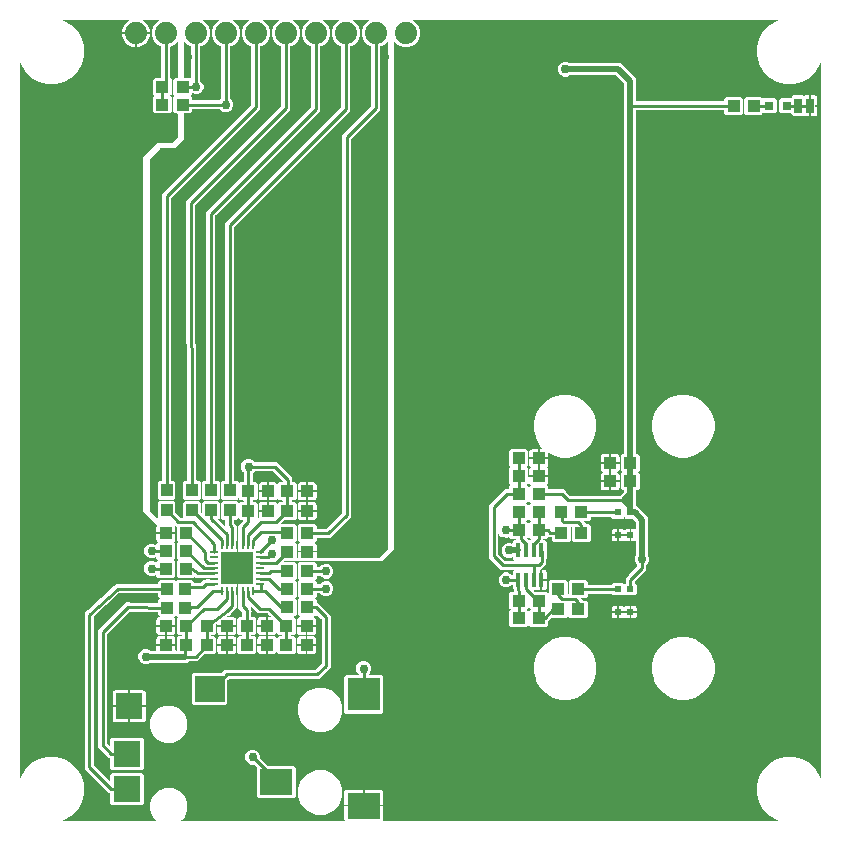
<source format=gbr>
G04 EAGLE Gerber RS-274X export*
G75*
%MOMM*%
%FSLAX34Y34*%
%LPD*%
%INTop Copper*%
%IPPOS*%
%AMOC8*
5,1,8,0,0,1.08239X$1,22.5*%
G01*
%ADD10R,1.100000X1.000000*%
%ADD11R,0.800000X0.800000*%
%ADD12C,0.254000*%
%ADD13R,0.635000X1.270000*%
%ADD14C,1.879600*%
%ADD15R,0.600000X0.540000*%
%ADD16R,0.250000X0.800000*%
%ADD17R,0.800000X0.250000*%
%ADD18R,2.700000X2.700000*%
%ADD19R,1.000000X1.100000*%
%ADD20R,2.800000X2.200000*%
%ADD21R,2.800000X2.800000*%
%ADD22R,1.000000X1.020000*%
%ADD23R,0.450000X1.200000*%
%ADD24R,2.300000X2.200000*%
%ADD25R,2.500000X2.200000*%
%ADD26C,0.508000*%
%ADD27C,0.756400*%
%ADD28C,0.152400*%

G36*
X126037Y10929D02*
X126037Y10929D01*
X126062Y10926D01*
X126120Y10948D01*
X126180Y10962D01*
X126200Y10979D01*
X126224Y10988D01*
X126266Y11033D01*
X126314Y11072D01*
X126325Y11096D01*
X126342Y11115D01*
X126360Y11174D01*
X126385Y11231D01*
X126384Y11256D01*
X126391Y11281D01*
X126381Y11342D01*
X126378Y11404D01*
X126366Y11426D01*
X126362Y11452D01*
X126313Y11523D01*
X126296Y11556D01*
X126287Y11562D01*
X126281Y11572D01*
X123723Y14129D01*
X121339Y19885D01*
X121339Y26115D01*
X123723Y31871D01*
X128129Y36277D01*
X133885Y38661D01*
X140115Y38661D01*
X145871Y36277D01*
X150277Y31871D01*
X152661Y26115D01*
X152661Y19885D01*
X150277Y14129D01*
X147719Y11572D01*
X147706Y11550D01*
X147686Y11534D01*
X147661Y11477D01*
X147628Y11425D01*
X147626Y11399D01*
X147615Y11375D01*
X147617Y11314D01*
X147611Y11252D01*
X147621Y11228D01*
X147622Y11202D01*
X147651Y11148D01*
X147673Y11090D01*
X147692Y11073D01*
X147704Y11050D01*
X147755Y11015D01*
X147800Y10973D01*
X147825Y10965D01*
X147846Y10950D01*
X147931Y10934D01*
X147966Y10923D01*
X147976Y10925D01*
X147988Y10923D01*
X285607Y10923D01*
X285668Y10937D01*
X285731Y10943D01*
X285752Y10957D01*
X285776Y10962D01*
X285824Y11002D01*
X285877Y11036D01*
X285890Y11057D01*
X285909Y11072D01*
X285935Y11130D01*
X285968Y11184D01*
X285970Y11208D01*
X285980Y11231D01*
X285978Y11293D01*
X285983Y11356D01*
X285974Y11382D01*
X285974Y11404D01*
X285956Y11437D01*
X285936Y11493D01*
X285632Y12019D01*
X285459Y12665D01*
X285459Y23239D01*
X301619Y23239D01*
X301669Y23250D01*
X301720Y23252D01*
X301752Y23270D01*
X301788Y23278D01*
X301827Y23311D01*
X301872Y23335D01*
X301893Y23365D01*
X301921Y23388D01*
X301942Y23435D01*
X301972Y23477D01*
X301980Y23519D01*
X301992Y23547D01*
X301991Y23577D01*
X301999Y23619D01*
X301999Y24001D01*
X302001Y24001D01*
X302001Y23619D01*
X302012Y23569D01*
X302014Y23518D01*
X302032Y23486D01*
X302040Y23450D01*
X302073Y23411D01*
X302097Y23366D01*
X302127Y23345D01*
X302151Y23317D01*
X302197Y23296D01*
X302239Y23266D01*
X302281Y23258D01*
X302309Y23246D01*
X302339Y23247D01*
X302381Y23239D01*
X318541Y23239D01*
X318541Y12665D01*
X318368Y12019D01*
X318064Y11493D01*
X318046Y11433D01*
X318020Y11375D01*
X318021Y11351D01*
X318014Y11327D01*
X318024Y11265D01*
X318026Y11202D01*
X318038Y11181D01*
X318042Y11156D01*
X318079Y11105D01*
X318109Y11050D01*
X318129Y11036D01*
X318144Y11016D01*
X318199Y10987D01*
X318251Y10950D01*
X318278Y10945D01*
X318297Y10935D01*
X318335Y10934D01*
X318393Y10923D01*
X651927Y10923D01*
X651964Y10931D01*
X652001Y10930D01*
X652047Y10951D01*
X652095Y10962D01*
X652125Y10986D01*
X652159Y11002D01*
X652191Y11041D01*
X652229Y11072D01*
X652245Y11107D01*
X652268Y11136D01*
X652280Y11185D01*
X652300Y11231D01*
X652298Y11268D01*
X652307Y11305D01*
X652295Y11354D01*
X652293Y11404D01*
X652275Y11437D01*
X652266Y11474D01*
X652234Y11512D01*
X652211Y11556D01*
X652180Y11578D01*
X652155Y11607D01*
X652100Y11634D01*
X652069Y11656D01*
X652046Y11660D01*
X652025Y11670D01*
X651823Y11724D01*
X645516Y15366D01*
X640366Y20516D01*
X636724Y26823D01*
X635558Y31177D01*
X634839Y33858D01*
X634839Y41142D01*
X636724Y48177D01*
X640366Y54484D01*
X645516Y59634D01*
X651823Y63276D01*
X658858Y65161D01*
X666142Y65161D01*
X673177Y63276D01*
X679484Y59634D01*
X684634Y54484D01*
X688276Y48177D01*
X688330Y47975D01*
X688348Y47942D01*
X688356Y47905D01*
X688388Y47866D01*
X688411Y47822D01*
X688442Y47800D01*
X688466Y47771D01*
X688512Y47751D01*
X688553Y47722D01*
X688590Y47716D01*
X688625Y47700D01*
X688674Y47702D01*
X688724Y47694D01*
X688760Y47705D01*
X688798Y47707D01*
X688842Y47730D01*
X688889Y47745D01*
X688917Y47771D01*
X688950Y47789D01*
X688979Y47830D01*
X689015Y47865D01*
X689028Y47900D01*
X689050Y47931D01*
X689061Y47992D01*
X689074Y48027D01*
X689073Y48050D01*
X689077Y48073D01*
X689077Y651927D01*
X689069Y651964D01*
X689070Y652001D01*
X689049Y652047D01*
X689038Y652095D01*
X689014Y652125D01*
X688998Y652159D01*
X688959Y652191D01*
X688928Y652229D01*
X688893Y652245D01*
X688864Y652268D01*
X688815Y652280D01*
X688769Y652300D01*
X688732Y652298D01*
X688695Y652307D01*
X688646Y652295D01*
X688596Y652293D01*
X688563Y652275D01*
X688526Y652266D01*
X688488Y652234D01*
X688444Y652211D01*
X688422Y652180D01*
X688393Y652155D01*
X688366Y652100D01*
X688344Y652069D01*
X688340Y652046D01*
X688330Y652025D01*
X688276Y651823D01*
X684634Y645516D01*
X679484Y640366D01*
X673177Y636724D01*
X666142Y634839D01*
X658858Y634839D01*
X651823Y636724D01*
X645516Y640366D01*
X640366Y645516D01*
X636724Y651823D01*
X635319Y657068D01*
X634839Y658858D01*
X634839Y666142D01*
X636724Y673177D01*
X640366Y679484D01*
X645516Y684634D01*
X651823Y688276D01*
X652025Y688330D01*
X652058Y688348D01*
X652095Y688356D01*
X652134Y688388D01*
X652178Y688411D01*
X652200Y688442D01*
X652229Y688466D01*
X652249Y688512D01*
X652278Y688553D01*
X652284Y688590D01*
X652300Y688625D01*
X652298Y688674D01*
X652306Y688724D01*
X652295Y688760D01*
X652293Y688798D01*
X652270Y688842D01*
X652255Y688889D01*
X652229Y688917D01*
X652211Y688950D01*
X652170Y688979D01*
X652135Y689015D01*
X652100Y689028D01*
X652069Y689050D01*
X652008Y689061D01*
X651973Y689074D01*
X651950Y689073D01*
X651927Y689077D01*
X343866Y689077D01*
X343854Y689074D01*
X343841Y689076D01*
X343770Y689055D01*
X343697Y689038D01*
X343687Y689030D01*
X343675Y689026D01*
X343621Y688975D01*
X343564Y688928D01*
X343558Y688916D01*
X343549Y688907D01*
X343523Y688837D01*
X343493Y688769D01*
X343493Y688757D01*
X343489Y688744D01*
X343497Y688670D01*
X343499Y688596D01*
X343506Y688585D01*
X343507Y688572D01*
X343547Y688509D01*
X343582Y688444D01*
X343593Y688437D01*
X343600Y688426D01*
X343721Y688346D01*
X344263Y688121D01*
X347621Y684763D01*
X349439Y680375D01*
X349439Y675625D01*
X347621Y671237D01*
X344263Y667879D01*
X339875Y666061D01*
X335125Y666061D01*
X330737Y667879D01*
X328269Y670347D01*
X328247Y670361D01*
X328231Y670381D01*
X328174Y670406D01*
X328122Y670439D01*
X328096Y670441D01*
X328072Y670452D01*
X328011Y670449D01*
X327949Y670455D01*
X327925Y670446D01*
X327899Y670445D01*
X327845Y670415D01*
X327787Y670394D01*
X327770Y670375D01*
X327747Y670362D01*
X327712Y670312D01*
X327670Y670266D01*
X327662Y670242D01*
X327647Y670221D01*
X327631Y670136D01*
X327620Y670100D01*
X327622Y670090D01*
X327620Y670078D01*
X327620Y241158D01*
X317843Y231380D01*
X235160Y231380D01*
X235081Y231362D01*
X235003Y231346D01*
X234997Y231342D01*
X234991Y231341D01*
X234967Y231321D01*
X234885Y231263D01*
X234332Y230683D01*
X234321Y230665D01*
X234305Y230652D01*
X234278Y230591D01*
X234244Y230534D01*
X234243Y230513D01*
X234234Y230493D01*
X234236Y230427D01*
X234232Y230361D01*
X234240Y230342D01*
X234241Y230320D01*
X234272Y230262D01*
X234297Y230201D01*
X234313Y230187D01*
X234323Y230168D01*
X234377Y230130D01*
X234427Y230086D01*
X234448Y230081D01*
X234465Y230068D01*
X234564Y230049D01*
X234594Y230041D01*
X234600Y230042D01*
X234607Y230041D01*
X243552Y230041D01*
X245041Y228552D01*
X245041Y216448D01*
X243862Y215269D01*
X243835Y215226D01*
X243800Y215188D01*
X243790Y215153D01*
X243771Y215122D01*
X243766Y215071D01*
X243751Y215022D01*
X243758Y214986D01*
X243754Y214949D01*
X243772Y214902D01*
X243781Y214851D01*
X243805Y214816D01*
X243816Y214787D01*
X243838Y214766D01*
X243862Y214731D01*
X245041Y213552D01*
X245041Y201448D01*
X243487Y199894D01*
X243460Y199851D01*
X243425Y199813D01*
X243415Y199778D01*
X243396Y199747D01*
X243391Y199696D01*
X243376Y199647D01*
X243383Y199611D01*
X243379Y199574D01*
X243397Y199527D01*
X243406Y199476D01*
X243430Y199441D01*
X243441Y199412D01*
X243463Y199391D01*
X243487Y199356D01*
X245041Y197802D01*
X245041Y185698D01*
X243552Y184209D01*
X243302Y184209D01*
X243277Y184203D01*
X243251Y184206D01*
X243193Y184184D01*
X243133Y184170D01*
X243113Y184153D01*
X243089Y184144D01*
X243047Y184099D01*
X242999Y184060D01*
X242989Y184036D01*
X242971Y184017D01*
X242954Y183958D01*
X242929Y183901D01*
X242930Y183876D01*
X242922Y183851D01*
X242933Y183790D01*
X242935Y183728D01*
X242948Y183706D01*
X242952Y183680D01*
X243000Y183609D01*
X243018Y183576D01*
X243026Y183570D01*
X243033Y183560D01*
X244541Y182052D01*
X244541Y169948D01*
X243052Y168459D01*
X240691Y168459D01*
X240641Y168448D01*
X240590Y168446D01*
X240558Y168428D01*
X240522Y168420D01*
X240483Y168387D01*
X240438Y168363D01*
X240417Y168333D01*
X240389Y168310D01*
X240368Y168263D01*
X240338Y168221D01*
X240330Y168179D01*
X240318Y168151D01*
X240319Y168121D01*
X240311Y168079D01*
X240311Y167921D01*
X240322Y167871D01*
X240324Y167820D01*
X240342Y167788D01*
X240350Y167752D01*
X240383Y167713D01*
X240407Y167668D01*
X240437Y167647D01*
X240460Y167619D01*
X240507Y167598D01*
X240549Y167568D01*
X240591Y167560D01*
X240619Y167548D01*
X240649Y167549D01*
X240691Y167541D01*
X243052Y167541D01*
X244541Y166052D01*
X244541Y153948D01*
X243052Y152459D01*
X229948Y152459D01*
X228408Y153999D01*
X228397Y154006D01*
X228389Y154017D01*
X228323Y154051D01*
X228261Y154090D01*
X228248Y154091D01*
X228236Y154098D01*
X228162Y154099D01*
X228089Y154107D01*
X228076Y154102D01*
X228062Y154102D01*
X227996Y154071D01*
X227927Y154045D01*
X227917Y154035D01*
X227905Y154029D01*
X227810Y153920D01*
X227533Y153440D01*
X227060Y152967D01*
X226481Y152632D01*
X225835Y152459D01*
X220761Y152459D01*
X220761Y159619D01*
X220750Y159669D01*
X220748Y159720D01*
X220730Y159752D01*
X220722Y159788D01*
X220689Y159827D01*
X220665Y159872D01*
X220635Y159893D01*
X220611Y159921D01*
X220565Y159942D01*
X220523Y159972D01*
X220481Y159980D01*
X220453Y159992D01*
X220423Y159991D01*
X220381Y159999D01*
X219999Y159999D01*
X219999Y160001D01*
X220381Y160001D01*
X220431Y160012D01*
X220482Y160014D01*
X220514Y160032D01*
X220550Y160040D01*
X220589Y160073D01*
X220634Y160097D01*
X220655Y160127D01*
X220683Y160151D01*
X220704Y160197D01*
X220734Y160239D01*
X220742Y160281D01*
X220754Y160309D01*
X220753Y160339D01*
X220761Y160381D01*
X220761Y167541D01*
X225835Y167541D01*
X226481Y167368D01*
X227060Y167033D01*
X227533Y166560D01*
X227810Y166080D01*
X227819Y166070D01*
X227824Y166058D01*
X227878Y166008D01*
X227929Y165954D01*
X227941Y165949D01*
X227951Y165940D01*
X228022Y165919D01*
X228091Y165893D01*
X228104Y165895D01*
X228117Y165891D01*
X228190Y165903D01*
X228263Y165911D01*
X228275Y165918D01*
X228288Y165920D01*
X228408Y166001D01*
X229948Y167541D01*
X232309Y167541D01*
X232359Y167552D01*
X232410Y167554D01*
X232442Y167572D01*
X232478Y167580D01*
X232517Y167613D01*
X232562Y167637D01*
X232583Y167667D01*
X232611Y167690D01*
X232632Y167737D01*
X232662Y167779D01*
X232670Y167821D01*
X232682Y167849D01*
X232681Y167879D01*
X232689Y167921D01*
X232689Y168079D01*
X232678Y168129D01*
X232676Y168180D01*
X232658Y168212D01*
X232650Y168248D01*
X232617Y168287D01*
X232593Y168332D01*
X232563Y168353D01*
X232540Y168381D01*
X232493Y168402D01*
X232451Y168432D01*
X232409Y168440D01*
X232381Y168452D01*
X232351Y168451D01*
X232309Y168459D01*
X229948Y168459D01*
X228408Y169999D01*
X228397Y170006D01*
X228389Y170017D01*
X228324Y170051D01*
X228261Y170090D01*
X228248Y170091D01*
X228236Y170098D01*
X228162Y170099D01*
X228089Y170107D01*
X228076Y170102D01*
X228062Y170102D01*
X227996Y170071D01*
X227927Y170045D01*
X227917Y170035D01*
X227905Y170029D01*
X227810Y169920D01*
X227533Y169440D01*
X227060Y168967D01*
X226481Y168632D01*
X225835Y168459D01*
X220761Y168459D01*
X220761Y175619D01*
X220750Y175669D01*
X220748Y175720D01*
X220730Y175752D01*
X220722Y175788D01*
X220689Y175827D01*
X220665Y175872D01*
X220635Y175893D01*
X220611Y175921D01*
X220565Y175942D01*
X220523Y175972D01*
X220481Y175980D01*
X220453Y175992D01*
X220423Y175991D01*
X220381Y175999D01*
X219999Y175999D01*
X219999Y176001D01*
X220381Y176001D01*
X220431Y176012D01*
X220482Y176014D01*
X220514Y176032D01*
X220550Y176040D01*
X220589Y176073D01*
X220634Y176097D01*
X220655Y176127D01*
X220683Y176151D01*
X220704Y176197D01*
X220734Y176239D01*
X220742Y176281D01*
X220754Y176309D01*
X220753Y176339D01*
X220761Y176381D01*
X220761Y183541D01*
X222652Y183541D01*
X222677Y183547D01*
X222703Y183544D01*
X222761Y183566D01*
X222821Y183580D01*
X222841Y183597D01*
X222865Y183606D01*
X222907Y183651D01*
X222954Y183690D01*
X222965Y183714D01*
X222983Y183733D01*
X223000Y183792D01*
X223025Y183848D01*
X223024Y183874D01*
X223032Y183899D01*
X223021Y183960D01*
X223019Y184022D01*
X223006Y184044D01*
X223002Y184070D01*
X222954Y184141D01*
X222936Y184174D01*
X222928Y184180D01*
X222921Y184190D01*
X220533Y186578D01*
X220468Y186618D01*
X220406Y186662D01*
X220394Y186664D01*
X220386Y186669D01*
X220349Y186673D01*
X220264Y186689D01*
X212422Y186689D01*
X207336Y191775D01*
X207303Y191795D01*
X207277Y191823D01*
X207231Y191840D01*
X207189Y191866D01*
X207150Y191870D01*
X207114Y191883D01*
X207065Y191878D01*
X207016Y191883D01*
X206980Y191869D01*
X206942Y191865D01*
X206900Y191839D01*
X206854Y191821D01*
X206828Y191793D01*
X206796Y191773D01*
X206770Y191730D01*
X206736Y191694D01*
X206726Y191657D01*
X206706Y191625D01*
X206698Y191564D01*
X206687Y191528D01*
X206691Y191508D01*
X206688Y191481D01*
X206698Y191324D01*
X206717Y191264D01*
X206727Y191201D01*
X206742Y191179D01*
X206749Y191159D01*
X206774Y191131D01*
X206808Y191081D01*
X206811Y191078D01*
X206811Y189639D01*
X206813Y189628D01*
X206812Y189614D01*
X206907Y188178D01*
X206905Y188175D01*
X206875Y188119D01*
X206838Y188067D01*
X206833Y188041D01*
X206823Y188022D01*
X206822Y187984D01*
X206811Y187925D01*
X206811Y183921D01*
X206822Y183871D01*
X206824Y183820D01*
X206842Y183788D01*
X206850Y183752D01*
X206883Y183713D01*
X206907Y183668D01*
X206937Y183647D01*
X206960Y183619D01*
X207007Y183598D01*
X207049Y183568D01*
X207091Y183560D01*
X207119Y183548D01*
X207149Y183549D01*
X207191Y183541D01*
X209552Y183541D01*
X211041Y182052D01*
X211041Y169948D01*
X209552Y168459D01*
X207191Y168459D01*
X207141Y168448D01*
X207090Y168446D01*
X207058Y168428D01*
X207022Y168420D01*
X206983Y168387D01*
X206938Y168363D01*
X206917Y168333D01*
X206889Y168310D01*
X206868Y168263D01*
X206838Y168221D01*
X206830Y168179D01*
X206818Y168151D01*
X206819Y168121D01*
X206811Y168079D01*
X206811Y167921D01*
X206822Y167871D01*
X206824Y167820D01*
X206842Y167788D01*
X206850Y167752D01*
X206883Y167713D01*
X206907Y167668D01*
X206937Y167647D01*
X206960Y167619D01*
X207007Y167598D01*
X207049Y167568D01*
X207091Y167560D01*
X207119Y167548D01*
X207149Y167549D01*
X207191Y167541D01*
X209552Y167541D01*
X211041Y166052D01*
X211041Y153948D01*
X209552Y152459D01*
X196448Y152459D01*
X194959Y153948D01*
X194959Y166052D01*
X196448Y167541D01*
X198809Y167541D01*
X198859Y167552D01*
X198910Y167554D01*
X198942Y167572D01*
X198978Y167580D01*
X199017Y167613D01*
X199062Y167637D01*
X199083Y167667D01*
X199111Y167690D01*
X199132Y167737D01*
X199162Y167779D01*
X199170Y167821D01*
X199182Y167849D01*
X199181Y167879D01*
X199189Y167921D01*
X199189Y168079D01*
X199178Y168129D01*
X199176Y168180D01*
X199158Y168212D01*
X199150Y168248D01*
X199117Y168287D01*
X199093Y168332D01*
X199063Y168353D01*
X199040Y168381D01*
X198993Y168402D01*
X198951Y168432D01*
X198909Y168440D01*
X198881Y168452D01*
X198851Y168451D01*
X198809Y168459D01*
X196448Y168459D01*
X194959Y169948D01*
X194959Y182052D01*
X196448Y183541D01*
X198809Y183541D01*
X198859Y183552D01*
X198910Y183554D01*
X198942Y183572D01*
X198978Y183580D01*
X199017Y183613D01*
X199062Y183637D01*
X199083Y183667D01*
X199111Y183690D01*
X199132Y183737D01*
X199162Y183779D01*
X199170Y183821D01*
X199182Y183849D01*
X199182Y183863D01*
X199182Y183864D01*
X199182Y183882D01*
X199189Y183921D01*
X199189Y187599D01*
X199189Y187600D01*
X199189Y187602D01*
X199169Y187685D01*
X199150Y187768D01*
X199149Y187769D01*
X199148Y187771D01*
X199059Y187885D01*
X198175Y188659D01*
X198119Y188689D01*
X198067Y188726D01*
X198041Y188731D01*
X198022Y188741D01*
X197984Y188742D01*
X197925Y188753D01*
X197922Y188753D01*
X196904Y189771D01*
X196894Y189777D01*
X196885Y189788D01*
X195802Y190736D01*
X195802Y190740D01*
X195783Y190800D01*
X195773Y190863D01*
X195758Y190885D01*
X195751Y190905D01*
X195726Y190933D01*
X195692Y190983D01*
X195689Y190986D01*
X195689Y192425D01*
X195687Y192436D01*
X195688Y192450D01*
X195593Y193886D01*
X195595Y193889D01*
X195625Y193945D01*
X195662Y193997D01*
X195667Y194023D01*
X195677Y194042D01*
X195678Y194080D01*
X195689Y194139D01*
X195689Y198579D01*
X195678Y198629D01*
X195676Y198680D01*
X195658Y198712D01*
X195650Y198748D01*
X195624Y198779D01*
X195624Y205256D01*
X195613Y205305D01*
X195611Y205356D01*
X195593Y205389D01*
X195585Y205425D01*
X195552Y205464D01*
X195532Y205502D01*
X195546Y205514D01*
X195567Y205560D01*
X195597Y205602D01*
X195605Y205644D01*
X195617Y205672D01*
X195616Y205702D01*
X195624Y205744D01*
X195624Y212132D01*
X195634Y212137D01*
X195655Y212167D01*
X195683Y212190D01*
X195704Y212237D01*
X195734Y212279D01*
X195742Y212321D01*
X195754Y212348D01*
X195753Y212379D01*
X195753Y212381D01*
X195754Y212383D01*
X195754Y212385D01*
X195761Y212421D01*
X195761Y224619D01*
X195750Y224669D01*
X195748Y224720D01*
X195730Y224752D01*
X195722Y224788D01*
X195689Y224827D01*
X195665Y224872D01*
X195635Y224893D01*
X195611Y224921D01*
X195565Y224942D01*
X195523Y224972D01*
X195481Y224980D01*
X195453Y224992D01*
X195423Y224991D01*
X195381Y224999D01*
X194619Y224999D01*
X194569Y224988D01*
X194518Y224986D01*
X194486Y224968D01*
X194450Y224960D01*
X194411Y224927D01*
X194366Y224903D01*
X194345Y224873D01*
X194317Y224849D01*
X194296Y224803D01*
X194266Y224761D01*
X194258Y224719D01*
X194246Y224691D01*
X194247Y224661D01*
X194239Y224619D01*
X194239Y212421D01*
X194250Y212371D01*
X194252Y212320D01*
X194270Y212288D01*
X194278Y212252D01*
X194311Y212213D01*
X194335Y212168D01*
X194365Y212147D01*
X194376Y212134D01*
X194376Y205744D01*
X194387Y205695D01*
X194389Y205644D01*
X194407Y205611D01*
X194415Y205575D01*
X194448Y205536D01*
X194468Y205498D01*
X194454Y205486D01*
X194433Y205440D01*
X194403Y205398D01*
X194395Y205356D01*
X194383Y205328D01*
X194384Y205305D01*
X194383Y205303D01*
X194383Y205294D01*
X194376Y205256D01*
X194376Y198781D01*
X194368Y198763D01*
X194338Y198721D01*
X194330Y198679D01*
X194318Y198651D01*
X194319Y198621D01*
X194311Y198579D01*
X194311Y191422D01*
X189667Y186778D01*
X189642Y186737D01*
X189609Y186703D01*
X189593Y186658D01*
X189575Y186630D01*
X189573Y186602D01*
X189560Y186566D01*
X189529Y186365D01*
X188514Y185618D01*
X188497Y185599D01*
X188470Y185581D01*
X187578Y184689D01*
X187375Y184689D01*
X187328Y184678D01*
X187281Y184677D01*
X187238Y184657D01*
X187206Y184650D01*
X187184Y184632D01*
X187150Y184615D01*
X186622Y184227D01*
X186587Y184186D01*
X186545Y184152D01*
X186531Y184121D01*
X186509Y184096D01*
X186496Y184043D01*
X186474Y183993D01*
X186475Y183960D01*
X186467Y183928D01*
X186478Y183875D01*
X186480Y183820D01*
X186496Y183791D01*
X186503Y183758D01*
X186537Y183716D01*
X186563Y183668D01*
X186591Y183649D01*
X186611Y183623D01*
X186661Y183600D01*
X186705Y183568D01*
X186743Y183561D01*
X186768Y183549D01*
X186801Y183550D01*
X186847Y183541D01*
X191835Y183541D01*
X192481Y183368D01*
X193060Y183033D01*
X193533Y182560D01*
X193868Y181981D01*
X194041Y181335D01*
X194041Y176761D01*
X186381Y176761D01*
X186331Y176750D01*
X186280Y176748D01*
X186248Y176730D01*
X186212Y176722D01*
X186173Y176689D01*
X186128Y176665D01*
X186107Y176635D01*
X186079Y176611D01*
X186058Y176565D01*
X186028Y176523D01*
X186020Y176481D01*
X186008Y176453D01*
X186009Y176423D01*
X186001Y176381D01*
X186001Y175999D01*
X185999Y175999D01*
X185999Y176381D01*
X185988Y176431D01*
X185986Y176482D01*
X185968Y176514D01*
X185960Y176550D01*
X185927Y176589D01*
X185903Y176634D01*
X185873Y176655D01*
X185849Y176683D01*
X185803Y176704D01*
X185761Y176734D01*
X185719Y176742D01*
X185691Y176754D01*
X185661Y176753D01*
X185619Y176761D01*
X177959Y176761D01*
X177959Y177106D01*
X177947Y177159D01*
X177946Y177193D01*
X177935Y177213D01*
X177923Y177269D01*
X177921Y177272D01*
X177920Y177275D01*
X177867Y177339D01*
X177865Y177342D01*
X177863Y177345D01*
X177861Y177346D01*
X177815Y177404D01*
X177812Y177406D01*
X177810Y177409D01*
X177733Y177443D01*
X177658Y177478D01*
X177655Y177478D01*
X177651Y177479D01*
X177568Y177476D01*
X177485Y177475D01*
X177481Y177473D01*
X177478Y177473D01*
X177459Y177462D01*
X177402Y177435D01*
X177391Y177433D01*
X177384Y177427D01*
X177354Y177412D01*
X177196Y177296D01*
X177184Y177282D01*
X177168Y177274D01*
X177128Y177217D01*
X177083Y177165D01*
X177079Y177147D01*
X177068Y177132D01*
X177046Y177018D01*
X177041Y176997D01*
X177041Y176994D01*
X177041Y176990D01*
X177041Y169948D01*
X175552Y168459D01*
X173191Y168459D01*
X173141Y168448D01*
X173090Y168446D01*
X173058Y168428D01*
X173022Y168420D01*
X172983Y168387D01*
X172938Y168363D01*
X172917Y168333D01*
X172889Y168310D01*
X172868Y168263D01*
X172838Y168221D01*
X172830Y168179D01*
X172818Y168151D01*
X172819Y168121D01*
X172811Y168079D01*
X172811Y167921D01*
X172822Y167871D01*
X172824Y167820D01*
X172842Y167788D01*
X172850Y167752D01*
X172883Y167713D01*
X172907Y167668D01*
X172937Y167647D01*
X172960Y167619D01*
X173007Y167598D01*
X173049Y167568D01*
X173091Y167560D01*
X173119Y167548D01*
X173149Y167549D01*
X173191Y167541D01*
X175552Y167541D01*
X177041Y166052D01*
X177041Y153948D01*
X175552Y152459D01*
X167506Y152459D01*
X167432Y152442D01*
X167357Y152429D01*
X167347Y152422D01*
X167337Y152420D01*
X167308Y152396D01*
X167237Y152348D01*
X161078Y146189D01*
X154532Y146189D01*
X154458Y146172D01*
X154383Y146159D01*
X154373Y146152D01*
X154363Y146150D01*
X154334Y146126D01*
X154263Y146078D01*
X153105Y144919D01*
X121518Y144919D01*
X121445Y144902D01*
X121370Y144889D01*
X121359Y144882D01*
X121350Y144880D01*
X121321Y144856D01*
X121250Y144808D01*
X121082Y144640D01*
X118758Y143677D01*
X116242Y143677D01*
X113918Y144640D01*
X112140Y146418D01*
X111177Y148742D01*
X111177Y151258D01*
X112140Y153582D01*
X113918Y155360D01*
X116242Y156323D01*
X118758Y156323D01*
X121082Y155360D01*
X121250Y155192D01*
X121314Y155152D01*
X121376Y155108D01*
X121388Y155106D01*
X121397Y155101D01*
X121434Y155097D01*
X121518Y155081D01*
X126079Y155081D01*
X126129Y155092D01*
X126180Y155094D01*
X126212Y155112D01*
X126248Y155120D01*
X126287Y155153D01*
X126332Y155177D01*
X126353Y155207D01*
X126381Y155230D01*
X126402Y155277D01*
X126432Y155319D01*
X126440Y155361D01*
X126452Y155389D01*
X126451Y155419D01*
X126459Y155461D01*
X126459Y159239D01*
X134119Y159239D01*
X134169Y159250D01*
X134220Y159252D01*
X134252Y159270D01*
X134288Y159278D01*
X134327Y159311D01*
X134372Y159335D01*
X134393Y159365D01*
X134421Y159388D01*
X134442Y159435D01*
X134472Y159477D01*
X134480Y159519D01*
X134492Y159547D01*
X134491Y159577D01*
X134499Y159619D01*
X134499Y160001D01*
X134501Y160001D01*
X134501Y159619D01*
X134512Y159569D01*
X134514Y159518D01*
X134532Y159486D01*
X134540Y159450D01*
X134573Y159411D01*
X134597Y159366D01*
X134627Y159345D01*
X134651Y159317D01*
X134697Y159296D01*
X134739Y159266D01*
X134781Y159258D01*
X134809Y159246D01*
X134839Y159247D01*
X134881Y159239D01*
X142541Y159239D01*
X142541Y155461D01*
X142552Y155411D01*
X142554Y155360D01*
X142572Y155328D01*
X142580Y155292D01*
X142613Y155253D01*
X142637Y155208D01*
X142667Y155187D01*
X142690Y155159D01*
X142737Y155138D01*
X142779Y155108D01*
X142821Y155100D01*
X142849Y155088D01*
X142879Y155089D01*
X142921Y155081D01*
X143079Y155081D01*
X143129Y155092D01*
X143180Y155094D01*
X143212Y155112D01*
X143248Y155120D01*
X143287Y155153D01*
X143332Y155177D01*
X143353Y155207D01*
X143381Y155230D01*
X143402Y155277D01*
X143432Y155319D01*
X143440Y155361D01*
X143452Y155389D01*
X143451Y155419D01*
X143459Y155461D01*
X143459Y166052D01*
X144948Y167541D01*
X147309Y167541D01*
X147359Y167552D01*
X147410Y167554D01*
X147442Y167572D01*
X147478Y167580D01*
X147517Y167613D01*
X147562Y167637D01*
X147583Y167667D01*
X147611Y167690D01*
X147632Y167737D01*
X147662Y167779D01*
X147670Y167821D01*
X147682Y167849D01*
X147681Y167879D01*
X147689Y167921D01*
X147689Y168079D01*
X147678Y168129D01*
X147676Y168180D01*
X147658Y168212D01*
X147650Y168248D01*
X147617Y168287D01*
X147593Y168332D01*
X147563Y168353D01*
X147540Y168381D01*
X147493Y168402D01*
X147451Y168432D01*
X147409Y168440D01*
X147381Y168452D01*
X147351Y168451D01*
X147309Y168459D01*
X144948Y168459D01*
X143459Y169948D01*
X143459Y182052D01*
X144633Y183226D01*
X144660Y183269D01*
X144695Y183307D01*
X144705Y183342D01*
X144724Y183373D01*
X144729Y183424D01*
X144744Y183473D01*
X144737Y183509D01*
X144741Y183546D01*
X144723Y183593D01*
X144714Y183644D01*
X144690Y183679D01*
X144679Y183708D01*
X144657Y183729D01*
X144633Y183764D01*
X143269Y185128D01*
X143226Y185155D01*
X143188Y185190D01*
X143153Y185200D01*
X143122Y185219D01*
X143071Y185224D01*
X143022Y185239D01*
X142986Y185232D01*
X142949Y185236D01*
X142902Y185218D01*
X142851Y185209D01*
X142816Y185185D01*
X142787Y185174D01*
X142766Y185152D01*
X142731Y185128D01*
X141439Y183836D01*
X141402Y183830D01*
X141391Y183823D01*
X141379Y183820D01*
X141322Y183772D01*
X141261Y183728D01*
X141255Y183717D01*
X141246Y183710D01*
X141215Y183641D01*
X141180Y183575D01*
X141180Y183563D01*
X141175Y183551D01*
X141178Y183477D01*
X141176Y183402D01*
X141181Y183391D01*
X141181Y183378D01*
X141217Y183313D01*
X141249Y183245D01*
X141259Y183236D01*
X141264Y183226D01*
X141295Y183204D01*
X141358Y183150D01*
X141560Y183033D01*
X142033Y182560D01*
X142368Y181981D01*
X142541Y181335D01*
X142541Y176761D01*
X134881Y176761D01*
X134831Y176750D01*
X134780Y176748D01*
X134748Y176730D01*
X134712Y176722D01*
X134673Y176689D01*
X134628Y176665D01*
X134607Y176635D01*
X134579Y176611D01*
X134558Y176565D01*
X134528Y176523D01*
X134520Y176481D01*
X134508Y176453D01*
X134509Y176423D01*
X134501Y176381D01*
X134501Y175999D01*
X134499Y175999D01*
X134499Y176381D01*
X134488Y176431D01*
X134486Y176482D01*
X134468Y176514D01*
X134460Y176550D01*
X134427Y176589D01*
X134403Y176634D01*
X134373Y176655D01*
X134349Y176683D01*
X134303Y176704D01*
X134261Y176734D01*
X134219Y176742D01*
X134191Y176754D01*
X134161Y176753D01*
X134119Y176761D01*
X126459Y176761D01*
X126459Y181335D01*
X126632Y181981D01*
X126967Y182560D01*
X127440Y183033D01*
X128019Y183368D01*
X128665Y183541D01*
X128758Y183541D01*
X128783Y183547D01*
X128809Y183544D01*
X128867Y183566D01*
X128927Y183580D01*
X128947Y183597D01*
X128971Y183606D01*
X129013Y183651D01*
X129061Y183690D01*
X129071Y183714D01*
X129089Y183733D01*
X129106Y183792D01*
X129131Y183849D01*
X129130Y183874D01*
X129138Y183899D01*
X129127Y183960D01*
X129125Y184022D01*
X129112Y184044D01*
X129108Y184070D01*
X129060Y184141D01*
X129042Y184174D01*
X129034Y184180D01*
X129027Y184190D01*
X127869Y185348D01*
X127869Y187451D01*
X127858Y187498D01*
X127857Y187545D01*
X127839Y187581D01*
X127830Y187620D01*
X127799Y187657D01*
X127777Y187699D01*
X127745Y187723D01*
X127720Y187754D01*
X127676Y187773D01*
X127638Y187801D01*
X127591Y187811D01*
X127561Y187825D01*
X127533Y187824D01*
X127496Y187832D01*
X103813Y188259D01*
X103735Y188242D01*
X103657Y188229D01*
X103650Y188224D01*
X103643Y188223D01*
X103617Y188202D01*
X103537Y188148D01*
X84922Y169533D01*
X84882Y169468D01*
X84838Y169406D01*
X84836Y169394D01*
X84831Y169386D01*
X84827Y169349D01*
X84811Y169264D01*
X84811Y76736D01*
X84828Y76662D01*
X84841Y76587D01*
X84848Y76577D01*
X84850Y76567D01*
X84874Y76538D01*
X84922Y76467D01*
X86810Y74579D01*
X86832Y74565D01*
X86848Y74546D01*
X86905Y74520D01*
X86957Y74488D01*
X86983Y74485D01*
X87007Y74475D01*
X87068Y74477D01*
X87130Y74471D01*
X87154Y74480D01*
X87180Y74481D01*
X87234Y74511D01*
X87292Y74533D01*
X87309Y74552D01*
X87332Y74564D01*
X87367Y74614D01*
X87409Y74660D01*
X87417Y74685D01*
X87432Y74706D01*
X87448Y74790D01*
X87459Y74826D01*
X87457Y74836D01*
X87459Y74848D01*
X87459Y80052D01*
X88948Y81541D01*
X114052Y81541D01*
X115541Y80052D01*
X115541Y55948D01*
X114052Y54459D01*
X88948Y54459D01*
X87459Y55948D01*
X87459Y63809D01*
X87448Y63859D01*
X87446Y63910D01*
X87428Y63942D01*
X87420Y63978D01*
X87387Y64017D01*
X87363Y64062D01*
X87333Y64083D01*
X87310Y64111D01*
X87263Y64132D01*
X87221Y64162D01*
X87179Y64170D01*
X87151Y64182D01*
X87121Y64181D01*
X87079Y64189D01*
X86422Y64189D01*
X77189Y73422D01*
X77189Y172578D01*
X79533Y174922D01*
X98211Y193600D01*
X98249Y193661D01*
X98292Y193720D01*
X98292Y193722D01*
X99428Y194817D01*
X99430Y194820D01*
X99433Y194822D01*
X100550Y195940D01*
X100552Y195940D01*
X100553Y195941D01*
X102132Y195912D01*
X102136Y195913D01*
X102139Y195912D01*
X103719Y195912D01*
X103720Y195911D01*
X103736Y195908D01*
X103747Y195901D01*
X103786Y195897D01*
X103862Y195881D01*
X127482Y195454D01*
X127535Y195466D01*
X127590Y195468D01*
X127619Y195484D01*
X127652Y195491D01*
X127694Y195525D01*
X127742Y195551D01*
X127761Y195578D01*
X127787Y195599D01*
X127810Y195648D01*
X127842Y195692D01*
X127849Y195730D01*
X127861Y195755D01*
X127860Y195788D01*
X127869Y195835D01*
X127869Y197652D01*
X129448Y199231D01*
X129475Y199274D01*
X129510Y199312D01*
X129520Y199347D01*
X129539Y199378D01*
X129544Y199429D01*
X129559Y199478D01*
X129552Y199514D01*
X129556Y199551D01*
X129538Y199598D01*
X129529Y199649D01*
X129505Y199684D01*
X129494Y199713D01*
X129472Y199734D01*
X129448Y199769D01*
X127869Y201348D01*
X127869Y203309D01*
X127858Y203359D01*
X127856Y203410D01*
X127838Y203442D01*
X127830Y203478D01*
X127797Y203517D01*
X127773Y203562D01*
X127743Y203583D01*
X127720Y203611D01*
X127673Y203632D01*
X127631Y203662D01*
X127589Y203670D01*
X127561Y203682D01*
X127531Y203681D01*
X127489Y203689D01*
X95120Y203689D01*
X95055Y203674D01*
X94988Y203666D01*
X94969Y203654D01*
X94952Y203650D01*
X94922Y203625D01*
X94864Y203590D01*
X73435Y184109D01*
X73387Y184039D01*
X73338Y183970D01*
X73338Y183968D01*
X73337Y183967D01*
X73335Y183952D01*
X73311Y183828D01*
X73311Y58236D01*
X73328Y58162D01*
X73341Y58087D01*
X73348Y58077D01*
X73350Y58067D01*
X73374Y58038D01*
X73422Y57967D01*
X86810Y44579D01*
X86832Y44565D01*
X86848Y44546D01*
X86905Y44520D01*
X86957Y44488D01*
X86983Y44485D01*
X87007Y44475D01*
X87068Y44477D01*
X87130Y44471D01*
X87154Y44480D01*
X87180Y44481D01*
X87234Y44511D01*
X87292Y44533D01*
X87309Y44552D01*
X87332Y44564D01*
X87367Y44614D01*
X87409Y44660D01*
X87417Y44685D01*
X87432Y44706D01*
X87448Y44790D01*
X87459Y44826D01*
X87457Y44836D01*
X87459Y44848D01*
X87459Y50052D01*
X88948Y51541D01*
X114052Y51541D01*
X115541Y50052D01*
X115541Y25948D01*
X114052Y24459D01*
X88948Y24459D01*
X87459Y25948D01*
X87459Y33809D01*
X87448Y33859D01*
X87446Y33910D01*
X87428Y33942D01*
X87420Y33978D01*
X87387Y34017D01*
X87363Y34062D01*
X87333Y34083D01*
X87310Y34111D01*
X87263Y34132D01*
X87221Y34162D01*
X87179Y34170D01*
X87151Y34182D01*
X87121Y34181D01*
X87079Y34189D01*
X86422Y34189D01*
X68033Y52578D01*
X65689Y54922D01*
X65689Y184062D01*
X65674Y184127D01*
X65666Y184193D01*
X65654Y184213D01*
X65650Y184230D01*
X65625Y184260D01*
X65618Y184272D01*
X65689Y185763D01*
X65687Y185771D01*
X65689Y185781D01*
X65689Y187278D01*
X65695Y187288D01*
X65736Y187341D01*
X65742Y187363D01*
X65751Y187378D01*
X65755Y187417D01*
X65758Y187430D01*
X66863Y188434D01*
X66868Y188441D01*
X66876Y188447D01*
X67934Y189505D01*
X67945Y189508D01*
X68012Y189516D01*
X68031Y189528D01*
X68048Y189532D01*
X68078Y189557D01*
X68136Y189591D01*
X90863Y210252D01*
X90867Y210259D01*
X90876Y210265D01*
X91934Y211323D01*
X91945Y211326D01*
X92012Y211334D01*
X92031Y211346D01*
X92048Y211350D01*
X92078Y211375D01*
X92090Y211382D01*
X93581Y211311D01*
X93590Y211313D01*
X93600Y211311D01*
X127489Y211311D01*
X127539Y211322D01*
X127590Y211324D01*
X127622Y211342D01*
X127658Y211350D01*
X127697Y211383D01*
X127742Y211407D01*
X127763Y211437D01*
X127791Y211460D01*
X127812Y211507D01*
X127842Y211549D01*
X127850Y211591D01*
X127862Y211619D01*
X127862Y211622D01*
X127861Y211650D01*
X127869Y211691D01*
X127869Y213652D01*
X129358Y215141D01*
X141462Y215141D01*
X142731Y213872D01*
X142774Y213845D01*
X142812Y213810D01*
X142847Y213800D01*
X142878Y213781D01*
X142929Y213776D01*
X142978Y213761D01*
X143014Y213768D01*
X143051Y213764D01*
X143099Y213782D01*
X143149Y213791D01*
X143184Y213815D01*
X143213Y213826D01*
X143234Y213848D01*
X143269Y213872D01*
X144538Y215141D01*
X156642Y215141D01*
X158131Y213652D01*
X158131Y213191D01*
X158142Y213141D01*
X158144Y213090D01*
X158162Y213058D01*
X158170Y213022D01*
X158203Y212983D01*
X158227Y212938D01*
X158257Y212917D01*
X158280Y212889D01*
X158327Y212868D01*
X158369Y212838D01*
X158411Y212830D01*
X158439Y212818D01*
X158469Y212819D01*
X158511Y212811D01*
X163764Y212811D01*
X163838Y212828D01*
X163913Y212841D01*
X163923Y212848D01*
X163933Y212850D01*
X163962Y212874D01*
X164033Y212922D01*
X166422Y215311D01*
X168579Y215311D01*
X168629Y215322D01*
X168680Y215324D01*
X168712Y215342D01*
X168748Y215350D01*
X168779Y215376D01*
X175256Y215376D01*
X175305Y215387D01*
X175356Y215389D01*
X175389Y215407D01*
X175425Y215415D01*
X175464Y215448D01*
X175509Y215472D01*
X175530Y215502D01*
X175558Y215525D01*
X175579Y215572D01*
X175608Y215614D01*
X175617Y215656D01*
X175629Y215683D01*
X175628Y215714D01*
X175636Y215756D01*
X175636Y216244D01*
X175624Y216294D01*
X175622Y216345D01*
X175605Y216377D01*
X175597Y216413D01*
X175564Y216452D01*
X175540Y216497D01*
X175510Y216518D01*
X175486Y216546D01*
X175440Y216567D01*
X175398Y216597D01*
X175356Y216605D01*
X175328Y216617D01*
X175298Y216616D01*
X175256Y216624D01*
X168781Y216624D01*
X168763Y216632D01*
X168721Y216662D01*
X168679Y216670D01*
X168651Y216682D01*
X168621Y216681D01*
X168579Y216689D01*
X161476Y216689D01*
X161465Y216687D01*
X161452Y216688D01*
X160008Y216597D01*
X159956Y216625D01*
X159903Y216662D01*
X159877Y216667D01*
X159859Y216676D01*
X159821Y216677D01*
X159765Y216688D01*
X159042Y217411D01*
X158999Y217438D01*
X158961Y217473D01*
X158926Y217483D01*
X158895Y217503D01*
X158844Y217508D01*
X158795Y217522D01*
X158759Y217516D01*
X158723Y217519D01*
X158675Y217501D01*
X158625Y217492D01*
X158589Y217469D01*
X158561Y217458D01*
X158540Y217435D01*
X158504Y217411D01*
X158052Y216959D01*
X144948Y216959D01*
X143459Y218448D01*
X143459Y230552D01*
X144638Y231731D01*
X144665Y231774D01*
X144700Y231812D01*
X144710Y231847D01*
X144729Y231878D01*
X144734Y231929D01*
X144749Y231978D01*
X144742Y232014D01*
X144746Y232051D01*
X144728Y232099D01*
X144719Y232149D01*
X144695Y232184D01*
X144684Y232213D01*
X144662Y232234D01*
X144638Y232269D01*
X143459Y233448D01*
X143459Y245552D01*
X144638Y246731D01*
X144665Y246774D01*
X144700Y246812D01*
X144710Y246847D01*
X144729Y246878D01*
X144734Y246929D01*
X144749Y246978D01*
X144742Y247014D01*
X144746Y247051D01*
X144728Y247098D01*
X144719Y247149D01*
X144695Y247184D01*
X144684Y247213D01*
X144662Y247234D01*
X144638Y247269D01*
X143459Y248448D01*
X143459Y259994D01*
X143447Y260045D01*
X143446Y260087D01*
X143435Y260106D01*
X143429Y260143D01*
X143422Y260153D01*
X143420Y260163D01*
X143396Y260192D01*
X143348Y260263D01*
X143092Y260519D01*
X143028Y260558D01*
X142967Y260602D01*
X142955Y260604D01*
X142945Y260610D01*
X142870Y260617D01*
X142796Y260629D01*
X142785Y260626D01*
X142772Y260627D01*
X142702Y260600D01*
X142631Y260578D01*
X142622Y260570D01*
X142610Y260565D01*
X142560Y260510D01*
X142505Y260459D01*
X142501Y260447D01*
X142493Y260438D01*
X142471Y260366D01*
X142446Y260296D01*
X142447Y260283D01*
X142443Y260272D01*
X142450Y260234D01*
X142456Y260152D01*
X142541Y259835D01*
X142541Y255261D01*
X134881Y255261D01*
X134831Y255250D01*
X134780Y255248D01*
X134748Y255230D01*
X134712Y255222D01*
X134673Y255189D01*
X134628Y255165D01*
X134607Y255135D01*
X134579Y255111D01*
X134558Y255065D01*
X134528Y255023D01*
X134520Y254981D01*
X134508Y254953D01*
X134509Y254923D01*
X134501Y254881D01*
X134501Y254119D01*
X134512Y254069D01*
X134514Y254018D01*
X134532Y253986D01*
X134540Y253950D01*
X134573Y253911D01*
X134597Y253866D01*
X134627Y253845D01*
X134651Y253817D01*
X134697Y253796D01*
X134739Y253766D01*
X134781Y253758D01*
X134809Y253746D01*
X134839Y253747D01*
X134881Y253739D01*
X142541Y253739D01*
X142541Y249165D01*
X142368Y248519D01*
X142033Y247940D01*
X141560Y247467D01*
X141397Y247373D01*
X141387Y247364D01*
X141375Y247359D01*
X141324Y247305D01*
X141271Y247254D01*
X141266Y247242D01*
X141257Y247232D01*
X141236Y247161D01*
X141210Y247092D01*
X141212Y247079D01*
X141208Y247066D01*
X141220Y246993D01*
X141228Y246920D01*
X141235Y246908D01*
X141237Y246895D01*
X141318Y246775D01*
X142541Y245552D01*
X142541Y233448D01*
X141362Y232269D01*
X141335Y232226D01*
X141300Y232188D01*
X141290Y232153D01*
X141271Y232122D01*
X141266Y232071D01*
X141251Y232022D01*
X141258Y231986D01*
X141254Y231949D01*
X141272Y231902D01*
X141281Y231851D01*
X141305Y231816D01*
X141316Y231787D01*
X141338Y231766D01*
X141362Y231731D01*
X142541Y230552D01*
X142541Y218448D01*
X141052Y216959D01*
X127948Y216959D01*
X126459Y218448D01*
X126459Y218727D01*
X126450Y218765D01*
X126452Y218803D01*
X126431Y218848D01*
X126420Y218896D01*
X126395Y218926D01*
X126379Y218961D01*
X126341Y218992D01*
X126310Y219030D01*
X126274Y219045D01*
X126245Y219070D01*
X126197Y219080D01*
X126151Y219101D01*
X126113Y219099D01*
X126075Y219107D01*
X126016Y219095D01*
X125978Y219094D01*
X125960Y219084D01*
X125933Y219079D01*
X123758Y218177D01*
X121242Y218177D01*
X118918Y219140D01*
X117140Y220918D01*
X116177Y223242D01*
X116177Y225758D01*
X117140Y228082D01*
X118918Y229860D01*
X121242Y230823D01*
X123758Y230823D01*
X125933Y229921D01*
X125971Y229915D01*
X126007Y229899D01*
X126056Y229901D01*
X126104Y229893D01*
X126141Y229905D01*
X126180Y229906D01*
X126223Y229930D01*
X126270Y229944D01*
X126298Y229970D01*
X126332Y229989D01*
X126360Y230029D01*
X126396Y230063D01*
X126409Y230099D01*
X126432Y230131D01*
X126443Y230190D01*
X126456Y230225D01*
X126454Y230246D01*
X126459Y230273D01*
X126459Y230552D01*
X127638Y231731D01*
X127665Y231774D01*
X127700Y231812D01*
X127710Y231847D01*
X127729Y231878D01*
X127734Y231929D01*
X127749Y231978D01*
X127742Y232014D01*
X127746Y232051D01*
X127728Y232099D01*
X127719Y232149D01*
X127695Y232184D01*
X127684Y232213D01*
X127662Y232234D01*
X127638Y232269D01*
X126459Y233448D01*
X126459Y233727D01*
X126450Y233765D01*
X126452Y233803D01*
X126431Y233848D01*
X126420Y233896D01*
X126395Y233926D01*
X126379Y233961D01*
X126341Y233992D01*
X126310Y234030D01*
X126274Y234045D01*
X126245Y234070D01*
X126197Y234080D01*
X126151Y234101D01*
X126113Y234099D01*
X126075Y234107D01*
X126016Y234095D01*
X125978Y234094D01*
X125960Y234084D01*
X125933Y234079D01*
X123758Y233177D01*
X121242Y233177D01*
X118918Y234140D01*
X117140Y235918D01*
X116177Y238242D01*
X116177Y240758D01*
X117140Y243082D01*
X118918Y244860D01*
X121242Y245823D01*
X123758Y245823D01*
X125933Y244921D01*
X125971Y244915D01*
X126007Y244899D01*
X126056Y244901D01*
X126104Y244893D01*
X126141Y244905D01*
X126180Y244906D01*
X126223Y244930D01*
X126270Y244944D01*
X126298Y244970D01*
X126332Y244989D01*
X126360Y245029D01*
X126396Y245063D01*
X126409Y245099D01*
X126432Y245131D01*
X126443Y245190D01*
X126456Y245225D01*
X126454Y245246D01*
X126459Y245273D01*
X126459Y245552D01*
X127682Y246775D01*
X127689Y246786D01*
X127700Y246794D01*
X127734Y246859D01*
X127773Y246922D01*
X127774Y246935D01*
X127781Y246947D01*
X127782Y247021D01*
X127790Y247094D01*
X127785Y247107D01*
X127785Y247121D01*
X127754Y247187D01*
X127728Y247256D01*
X127718Y247266D01*
X127712Y247278D01*
X127603Y247373D01*
X127440Y247467D01*
X126967Y247940D01*
X126632Y248519D01*
X126459Y249165D01*
X126459Y253739D01*
X134119Y253739D01*
X134169Y253750D01*
X134220Y253752D01*
X134252Y253770D01*
X134288Y253778D01*
X134327Y253811D01*
X134372Y253835D01*
X134393Y253865D01*
X134421Y253888D01*
X134442Y253935D01*
X134472Y253977D01*
X134480Y254019D01*
X134492Y254047D01*
X134491Y254077D01*
X134499Y254119D01*
X134499Y254881D01*
X134488Y254931D01*
X134486Y254982D01*
X134468Y255014D01*
X134460Y255050D01*
X134427Y255089D01*
X134403Y255134D01*
X134373Y255155D01*
X134349Y255183D01*
X134303Y255204D01*
X134261Y255234D01*
X134219Y255242D01*
X134191Y255254D01*
X134161Y255253D01*
X134119Y255261D01*
X126459Y255261D01*
X126459Y259835D01*
X126632Y260481D01*
X126990Y261101D01*
X127015Y261127D01*
X127025Y261163D01*
X127045Y261194D01*
X127050Y261245D01*
X127064Y261294D01*
X127058Y261330D01*
X127061Y261366D01*
X127043Y261414D01*
X127034Y261464D01*
X127011Y261500D01*
X127000Y261528D01*
X126977Y261549D01*
X126953Y261584D01*
X115380Y273158D01*
X115380Y572891D01*
X127140Y584620D01*
X139000Y584620D01*
X139074Y584637D01*
X139149Y584650D01*
X139159Y584657D01*
X139169Y584659D01*
X139198Y584683D01*
X139269Y584731D01*
X144269Y589731D01*
X144309Y589796D01*
X144353Y589858D01*
X144355Y589870D01*
X144360Y589878D01*
X144364Y589915D01*
X144380Y590000D01*
X144380Y609579D01*
X144369Y609629D01*
X144367Y609680D01*
X144349Y609712D01*
X144341Y609748D01*
X144308Y609787D01*
X144284Y609832D01*
X144254Y609853D01*
X144231Y609881D01*
X144184Y609902D01*
X144142Y609932D01*
X144100Y609940D01*
X144072Y609952D01*
X144042Y609951D01*
X144000Y609959D01*
X141948Y609959D01*
X140459Y611448D01*
X140459Y623552D01*
X141638Y624731D01*
X141665Y624774D01*
X141700Y624812D01*
X141710Y624847D01*
X141729Y624878D01*
X141734Y624929D01*
X141749Y624978D01*
X141742Y625014D01*
X141746Y625051D01*
X141728Y625099D01*
X141719Y625149D01*
X141695Y625184D01*
X141684Y625213D01*
X141662Y625234D01*
X141638Y625269D01*
X140459Y626448D01*
X140459Y638552D01*
X141948Y640041D01*
X144000Y640041D01*
X144050Y640052D01*
X144101Y640054D01*
X144133Y640072D01*
X144169Y640080D01*
X144208Y640113D01*
X144253Y640137D01*
X144274Y640167D01*
X144302Y640190D01*
X144323Y640237D01*
X144353Y640279D01*
X144361Y640321D01*
X144373Y640349D01*
X144372Y640379D01*
X144380Y640421D01*
X144380Y670278D01*
X144374Y670303D01*
X144377Y670329D01*
X144368Y670353D01*
X144367Y670377D01*
X144350Y670408D01*
X144341Y670447D01*
X144324Y670467D01*
X144315Y670491D01*
X144294Y670511D01*
X144284Y670529D01*
X144258Y670547D01*
X144231Y670581D01*
X144207Y670591D01*
X144188Y670609D01*
X144158Y670618D01*
X144142Y670629D01*
X144109Y670635D01*
X144072Y670652D01*
X144047Y670651D01*
X144022Y670658D01*
X144006Y670655D01*
X144000Y670656D01*
X143998Y670656D01*
X143959Y670647D01*
X143899Y670645D01*
X143877Y670633D01*
X143851Y670628D01*
X143837Y670619D01*
X143829Y670617D01*
X143805Y670597D01*
X143780Y670580D01*
X143747Y670562D01*
X143741Y670554D01*
X143731Y670547D01*
X141063Y667879D01*
X138545Y666836D01*
X138494Y666799D01*
X138438Y666769D01*
X138424Y666749D01*
X138405Y666735D01*
X138375Y666679D01*
X138338Y666627D01*
X138333Y666601D01*
X138323Y666582D01*
X138323Y666557D01*
X138318Y666546D01*
X138319Y666525D01*
X138311Y666485D01*
X138311Y639940D01*
X138328Y639866D01*
X138341Y639791D01*
X138348Y639781D01*
X138350Y639771D01*
X138374Y639742D01*
X138422Y639671D01*
X139541Y638552D01*
X139541Y626448D01*
X138362Y625269D01*
X138335Y625226D01*
X138300Y625188D01*
X138290Y625153D01*
X138271Y625122D01*
X138266Y625071D01*
X138251Y625022D01*
X138258Y624986D01*
X138254Y624949D01*
X138272Y624902D01*
X138281Y624851D01*
X138305Y624816D01*
X138316Y624787D01*
X138338Y624766D01*
X138362Y624731D01*
X139541Y623552D01*
X139541Y611448D01*
X138052Y609959D01*
X124948Y609959D01*
X123459Y611448D01*
X123459Y623552D01*
X124638Y624731D01*
X124665Y624774D01*
X124700Y624812D01*
X124710Y624847D01*
X124729Y624878D01*
X124734Y624929D01*
X124749Y624978D01*
X124742Y625014D01*
X124746Y625051D01*
X124728Y625099D01*
X124719Y625149D01*
X124695Y625184D01*
X124684Y625213D01*
X124662Y625234D01*
X124638Y625269D01*
X123459Y626448D01*
X123459Y638552D01*
X124948Y640041D01*
X130309Y640041D01*
X130359Y640052D01*
X130410Y640054D01*
X130442Y640072D01*
X130478Y640080D01*
X130517Y640113D01*
X130562Y640137D01*
X130583Y640167D01*
X130611Y640190D01*
X130632Y640237D01*
X130662Y640279D01*
X130670Y640321D01*
X130682Y640349D01*
X130681Y640379D01*
X130689Y640421D01*
X130689Y666319D01*
X130675Y666381D01*
X130668Y666444D01*
X130655Y666464D01*
X130650Y666488D01*
X130609Y666537D01*
X130575Y666590D01*
X130553Y666605D01*
X130540Y666622D01*
X130505Y666637D01*
X130455Y666670D01*
X127537Y667879D01*
X124179Y671237D01*
X122361Y675625D01*
X122361Y680375D01*
X124179Y684763D01*
X127537Y688121D01*
X128079Y688346D01*
X128090Y688353D01*
X128103Y688356D01*
X128160Y688404D01*
X128220Y688447D01*
X128226Y688458D01*
X128236Y688466D01*
X128267Y688534D01*
X128301Y688600D01*
X128302Y688613D01*
X128307Y688625D01*
X128304Y688699D01*
X128306Y688773D01*
X128301Y688785D01*
X128301Y688798D01*
X128265Y688863D01*
X128234Y688930D01*
X128224Y688939D01*
X128218Y688950D01*
X128157Y688993D01*
X128099Y689039D01*
X128087Y689042D01*
X128076Y689050D01*
X127934Y689077D01*
X115041Y689077D01*
X114958Y689058D01*
X114876Y689040D01*
X114874Y689038D01*
X114872Y689038D01*
X114806Y688983D01*
X114741Y688931D01*
X114740Y688929D01*
X114738Y688928D01*
X114704Y688851D01*
X114668Y688774D01*
X114668Y688772D01*
X114667Y688769D01*
X114671Y688685D01*
X114673Y688601D01*
X114674Y688599D01*
X114674Y688596D01*
X114714Y688522D01*
X114754Y688447D01*
X114756Y688446D01*
X114757Y688444D01*
X114770Y688435D01*
X114868Y688358D01*
X115157Y688211D01*
X116678Y687106D01*
X118006Y685778D01*
X119111Y684257D01*
X119964Y682583D01*
X120545Y680796D01*
X120839Y678940D01*
X120839Y678761D01*
X109281Y678761D01*
X109231Y678750D01*
X109180Y678748D01*
X109148Y678730D01*
X109112Y678722D01*
X109073Y678689D01*
X109028Y678665D01*
X109007Y678635D01*
X108979Y678612D01*
X108958Y678565D01*
X108929Y678523D01*
X108920Y678481D01*
X108908Y678453D01*
X108909Y678423D01*
X108901Y678381D01*
X108901Y677999D01*
X108899Y677999D01*
X108899Y678381D01*
X108887Y678431D01*
X108886Y678482D01*
X108868Y678514D01*
X108860Y678550D01*
X108827Y678589D01*
X108803Y678634D01*
X108773Y678655D01*
X108749Y678683D01*
X108703Y678704D01*
X108661Y678734D01*
X108619Y678742D01*
X108591Y678754D01*
X108561Y678753D01*
X108519Y678761D01*
X96961Y678761D01*
X96961Y678940D01*
X97255Y680796D01*
X97836Y682583D01*
X98689Y684257D01*
X99794Y685778D01*
X101122Y687106D01*
X102643Y688211D01*
X102932Y688358D01*
X102996Y688412D01*
X103062Y688466D01*
X103063Y688469D01*
X103064Y688470D01*
X103098Y688547D01*
X103133Y688625D01*
X103132Y688627D01*
X103133Y688629D01*
X103129Y688712D01*
X103126Y688798D01*
X103125Y688800D01*
X103125Y688802D01*
X103083Y688876D01*
X103043Y688950D01*
X103041Y688951D01*
X103040Y688953D01*
X102970Y689002D01*
X102901Y689050D01*
X102899Y689050D01*
X102897Y689051D01*
X102881Y689054D01*
X102759Y689077D01*
X48073Y689077D01*
X48036Y689069D01*
X47999Y689070D01*
X47953Y689049D01*
X47905Y689038D01*
X47875Y689014D01*
X47841Y688998D01*
X47809Y688959D01*
X47771Y688928D01*
X47755Y688893D01*
X47732Y688864D01*
X47720Y688815D01*
X47700Y688769D01*
X47702Y688732D01*
X47693Y688695D01*
X47705Y688646D01*
X47707Y688596D01*
X47725Y688563D01*
X47734Y688526D01*
X47766Y688488D01*
X47789Y688444D01*
X47820Y688422D01*
X47845Y688393D01*
X47900Y688366D01*
X47931Y688344D01*
X47954Y688340D01*
X47975Y688330D01*
X48177Y688276D01*
X54484Y684634D01*
X59634Y679484D01*
X63276Y673177D01*
X64182Y669795D01*
X64691Y667894D01*
X65161Y666142D01*
X65161Y658858D01*
X63276Y651823D01*
X59634Y645516D01*
X54484Y640366D01*
X48177Y636724D01*
X41142Y634839D01*
X33858Y634839D01*
X26823Y636724D01*
X20516Y640366D01*
X15366Y645516D01*
X11724Y651823D01*
X11670Y652025D01*
X11652Y652058D01*
X11644Y652095D01*
X11612Y652134D01*
X11589Y652178D01*
X11558Y652200D01*
X11534Y652229D01*
X11488Y652249D01*
X11447Y652278D01*
X11410Y652284D01*
X11375Y652300D01*
X11326Y652298D01*
X11276Y652306D01*
X11240Y652295D01*
X11202Y652293D01*
X11158Y652270D01*
X11111Y652255D01*
X11083Y652229D01*
X11050Y652211D01*
X11021Y652170D01*
X10985Y652135D01*
X10972Y652100D01*
X10950Y652069D01*
X10939Y652008D01*
X10926Y651973D01*
X10927Y651950D01*
X10923Y651927D01*
X10923Y48073D01*
X10931Y48036D01*
X10930Y47999D01*
X10951Y47953D01*
X10962Y47905D01*
X10986Y47875D01*
X11002Y47841D01*
X11041Y47809D01*
X11072Y47771D01*
X11107Y47755D01*
X11136Y47732D01*
X11185Y47720D01*
X11231Y47700D01*
X11268Y47702D01*
X11305Y47693D01*
X11354Y47705D01*
X11404Y47707D01*
X11437Y47725D01*
X11474Y47734D01*
X11512Y47766D01*
X11556Y47789D01*
X11578Y47820D01*
X11607Y47845D01*
X11634Y47900D01*
X11656Y47931D01*
X11660Y47954D01*
X11670Y47975D01*
X11724Y48177D01*
X15366Y54484D01*
X20516Y59634D01*
X26823Y63276D01*
X33858Y65161D01*
X41142Y65161D01*
X48177Y63276D01*
X54484Y59634D01*
X59634Y54484D01*
X63276Y48177D01*
X64930Y42003D01*
X64930Y42002D01*
X65161Y41142D01*
X65161Y33858D01*
X63276Y26823D01*
X59634Y20516D01*
X54484Y15366D01*
X48177Y11724D01*
X47975Y11670D01*
X47942Y11652D01*
X47905Y11644D01*
X47866Y11612D01*
X47822Y11589D01*
X47800Y11558D01*
X47771Y11534D01*
X47751Y11488D01*
X47722Y11447D01*
X47716Y11410D01*
X47700Y11375D01*
X47702Y11326D01*
X47694Y11276D01*
X47705Y11240D01*
X47707Y11202D01*
X47730Y11158D01*
X47745Y11111D01*
X47771Y11083D01*
X47789Y11050D01*
X47830Y11021D01*
X47865Y10985D01*
X47900Y10972D01*
X47931Y10950D01*
X47992Y10939D01*
X48027Y10926D01*
X48050Y10927D01*
X48073Y10923D01*
X126012Y10923D01*
X126037Y10929D01*
G37*
G36*
X245629Y233631D02*
X245629Y233631D01*
X245680Y233633D01*
X245712Y233651D01*
X245748Y233659D01*
X245787Y233692D01*
X245832Y233716D01*
X245853Y233746D01*
X245881Y233769D01*
X245902Y233816D01*
X245932Y233858D01*
X245940Y233900D01*
X245952Y233928D01*
X245951Y233958D01*
X245959Y234000D01*
X245959Y238239D01*
X253619Y238239D01*
X253669Y238250D01*
X253720Y238252D01*
X253752Y238270D01*
X253788Y238278D01*
X253827Y238311D01*
X253872Y238335D01*
X253893Y238365D01*
X253921Y238388D01*
X253942Y238435D01*
X253972Y238477D01*
X253980Y238519D01*
X253992Y238547D01*
X253991Y238577D01*
X253999Y238619D01*
X253999Y239381D01*
X253988Y239431D01*
X253986Y239482D01*
X253968Y239514D01*
X253960Y239550D01*
X253927Y239589D01*
X253903Y239634D01*
X253873Y239655D01*
X253849Y239683D01*
X253803Y239704D01*
X253761Y239734D01*
X253719Y239742D01*
X253691Y239754D01*
X253661Y239753D01*
X253619Y239761D01*
X245959Y239761D01*
X245959Y244335D01*
X246132Y244981D01*
X246467Y245560D01*
X246940Y246033D01*
X247420Y246310D01*
X247430Y246319D01*
X247442Y246324D01*
X247493Y246378D01*
X247546Y246429D01*
X247551Y246441D01*
X247560Y246451D01*
X247581Y246522D01*
X247607Y246591D01*
X247605Y246604D01*
X247609Y246617D01*
X247597Y246690D01*
X247589Y246763D01*
X247582Y246775D01*
X247580Y246788D01*
X247499Y246908D01*
X245959Y248448D01*
X245959Y260552D01*
X247448Y262041D01*
X260552Y262041D01*
X262041Y260552D01*
X262041Y258691D01*
X262052Y258641D01*
X262054Y258590D01*
X262072Y258558D01*
X262080Y258522D01*
X262113Y258483D01*
X262137Y258438D01*
X262167Y258417D01*
X262190Y258389D01*
X262237Y258368D01*
X262279Y258338D01*
X262321Y258330D01*
X262349Y258318D01*
X262379Y258319D01*
X262421Y258311D01*
X270264Y258311D01*
X270338Y258328D01*
X270413Y258341D01*
X270423Y258348D01*
X270433Y258350D01*
X270462Y258374D01*
X270533Y258422D01*
X283578Y271467D01*
X283618Y271532D01*
X283662Y271594D01*
X283664Y271606D01*
X283669Y271614D01*
X283673Y271651D01*
X283689Y271736D01*
X283689Y591578D01*
X308178Y616067D01*
X308218Y616132D01*
X308262Y616194D01*
X308264Y616206D01*
X308269Y616214D01*
X308273Y616251D01*
X308289Y616336D01*
X308289Y666402D01*
X308275Y666464D01*
X308268Y666527D01*
X308255Y666547D01*
X308250Y666571D01*
X308209Y666620D01*
X308175Y666673D01*
X308153Y666688D01*
X308140Y666704D01*
X308105Y666720D01*
X308055Y666753D01*
X305337Y667879D01*
X301979Y671237D01*
X300161Y675625D01*
X300161Y680375D01*
X301979Y684763D01*
X305337Y688121D01*
X305879Y688346D01*
X305890Y688353D01*
X305903Y688356D01*
X305960Y688404D01*
X306020Y688447D01*
X306026Y688458D01*
X306036Y688466D01*
X306067Y688534D01*
X306101Y688600D01*
X306102Y688613D01*
X306107Y688625D01*
X306104Y688699D01*
X306106Y688773D01*
X306101Y688785D01*
X306101Y688798D01*
X306065Y688863D01*
X306034Y688930D01*
X306024Y688939D01*
X306018Y688950D01*
X305957Y688993D01*
X305899Y689039D01*
X305887Y689042D01*
X305876Y689050D01*
X305734Y689077D01*
X293066Y689077D01*
X293054Y689074D01*
X293041Y689076D01*
X292970Y689055D01*
X292897Y689038D01*
X292887Y689030D01*
X292875Y689026D01*
X292821Y688975D01*
X292764Y688928D01*
X292758Y688916D01*
X292749Y688907D01*
X292723Y688837D01*
X292693Y688769D01*
X292693Y688757D01*
X292689Y688744D01*
X292697Y688670D01*
X292699Y688596D01*
X292706Y688585D01*
X292707Y688572D01*
X292747Y688509D01*
X292782Y688444D01*
X292793Y688437D01*
X292800Y688426D01*
X292921Y688346D01*
X293463Y688121D01*
X296821Y684763D01*
X298639Y680375D01*
X298639Y675625D01*
X296821Y671237D01*
X293463Y667879D01*
X290745Y666753D01*
X290694Y666716D01*
X290638Y666686D01*
X290624Y666666D01*
X290605Y666652D01*
X290575Y666596D01*
X290538Y666544D01*
X290533Y666518D01*
X290523Y666499D01*
X290522Y666462D01*
X290511Y666402D01*
X290511Y611922D01*
X192422Y513833D01*
X192382Y513768D01*
X192338Y513706D01*
X192336Y513694D01*
X192331Y513686D01*
X192327Y513649D01*
X192311Y513564D01*
X192311Y299421D01*
X192322Y299371D01*
X192324Y299320D01*
X192342Y299288D01*
X192350Y299252D01*
X192383Y299213D01*
X192407Y299168D01*
X192437Y299147D01*
X192460Y299119D01*
X192507Y299098D01*
X192549Y299068D01*
X192591Y299060D01*
X192619Y299048D01*
X192649Y299049D01*
X192691Y299041D01*
X194552Y299041D01*
X196041Y297552D01*
X196041Y297052D01*
X196047Y297027D01*
X196044Y297001D01*
X196066Y296943D01*
X196080Y296883D01*
X196097Y296863D01*
X196106Y296839D01*
X196151Y296797D01*
X196190Y296749D01*
X196214Y296739D01*
X196233Y296721D01*
X196292Y296704D01*
X196349Y296679D01*
X196374Y296680D01*
X196399Y296672D01*
X196460Y296683D01*
X196522Y296685D01*
X196544Y296698D01*
X196570Y296702D01*
X196641Y296750D01*
X196674Y296768D01*
X196680Y296776D01*
X196690Y296783D01*
X197448Y297541D01*
X199809Y297541D01*
X199859Y297552D01*
X199910Y297554D01*
X199942Y297572D01*
X199978Y297580D01*
X200017Y297613D01*
X200062Y297637D01*
X200083Y297667D01*
X200111Y297690D01*
X200132Y297737D01*
X200162Y297779D01*
X200170Y297821D01*
X200182Y297849D01*
X200181Y297879D01*
X200189Y297921D01*
X200189Y306212D01*
X200172Y306286D01*
X200159Y306360D01*
X200152Y306371D01*
X200150Y306380D01*
X200126Y306409D01*
X200078Y306480D01*
X199140Y307418D01*
X198177Y309742D01*
X198177Y312258D01*
X199140Y314582D01*
X200918Y316360D01*
X203242Y317323D01*
X205758Y317323D01*
X208082Y316360D01*
X209520Y314922D01*
X209584Y314882D01*
X209646Y314838D01*
X209658Y314836D01*
X209667Y314831D01*
X209704Y314827D01*
X209788Y314811D01*
X228078Y314811D01*
X241311Y301578D01*
X241311Y297921D01*
X241322Y297871D01*
X241324Y297820D01*
X241342Y297788D01*
X241350Y297752D01*
X241383Y297713D01*
X241407Y297668D01*
X241437Y297647D01*
X241460Y297619D01*
X241507Y297598D01*
X241549Y297568D01*
X241591Y297560D01*
X241619Y297548D01*
X241649Y297549D01*
X241691Y297541D01*
X243552Y297541D01*
X245041Y296052D01*
X245041Y283948D01*
X243552Y282459D01*
X241191Y282459D01*
X241141Y282448D01*
X241090Y282446D01*
X241058Y282428D01*
X241022Y282420D01*
X240983Y282387D01*
X240938Y282363D01*
X240917Y282333D01*
X240889Y282310D01*
X240868Y282263D01*
X240838Y282221D01*
X240830Y282179D01*
X240818Y282151D01*
X240819Y282121D01*
X240811Y282079D01*
X240811Y281421D01*
X240822Y281371D01*
X240824Y281320D01*
X240842Y281288D01*
X240850Y281252D01*
X240883Y281213D01*
X240907Y281168D01*
X240937Y281147D01*
X240960Y281119D01*
X241007Y281098D01*
X241049Y281068D01*
X241091Y281060D01*
X241119Y281048D01*
X241149Y281049D01*
X241191Y281041D01*
X243552Y281041D01*
X245041Y279552D01*
X245041Y267448D01*
X243552Y265959D01*
X235006Y265959D01*
X234932Y265942D01*
X234857Y265929D01*
X234847Y265922D01*
X234837Y265920D01*
X234808Y265896D01*
X234737Y265848D01*
X231579Y262690D01*
X231565Y262668D01*
X231546Y262652D01*
X231520Y262595D01*
X231488Y262543D01*
X231485Y262517D01*
X231475Y262493D01*
X231477Y262432D01*
X231471Y262370D01*
X231480Y262346D01*
X231481Y262320D01*
X231511Y262266D01*
X231533Y262208D01*
X231552Y262191D01*
X231564Y262168D01*
X231614Y262133D01*
X231660Y262091D01*
X231685Y262083D01*
X231706Y262068D01*
X231790Y262052D01*
X231826Y262041D01*
X231836Y262043D01*
X231848Y262041D01*
X243552Y262041D01*
X245041Y260552D01*
X245041Y248448D01*
X243612Y247019D01*
X243585Y246976D01*
X243550Y246938D01*
X243540Y246903D01*
X243521Y246872D01*
X243516Y246821D01*
X243501Y246772D01*
X243508Y246736D01*
X243504Y246699D01*
X243522Y246651D01*
X243531Y246601D01*
X243555Y246566D01*
X243566Y246537D01*
X243588Y246516D01*
X243612Y246481D01*
X245041Y245052D01*
X245041Y234000D01*
X245052Y233950D01*
X245054Y233899D01*
X245072Y233867D01*
X245080Y233831D01*
X245113Y233792D01*
X245137Y233747D01*
X245167Y233726D01*
X245190Y233698D01*
X245237Y233677D01*
X245279Y233647D01*
X245321Y233639D01*
X245349Y233627D01*
X245379Y233628D01*
X245421Y233620D01*
X245579Y233620D01*
X245629Y233631D01*
G37*
G36*
X184384Y260750D02*
X184384Y260750D01*
X184410Y260751D01*
X184464Y260781D01*
X184522Y260803D01*
X184539Y260822D01*
X184562Y260834D01*
X184597Y260884D01*
X184639Y260930D01*
X184647Y260955D01*
X184662Y260976D01*
X184678Y261060D01*
X184689Y261096D01*
X184687Y261106D01*
X184689Y261118D01*
X184689Y265579D01*
X184678Y265629D01*
X184676Y265680D01*
X184658Y265712D01*
X184650Y265748D01*
X184617Y265787D01*
X184593Y265832D01*
X184563Y265853D01*
X184540Y265881D01*
X184493Y265902D01*
X184451Y265932D01*
X184409Y265940D01*
X184381Y265952D01*
X184351Y265951D01*
X184309Y265959D01*
X182448Y265959D01*
X180959Y267448D01*
X180959Y280552D01*
X182448Y282041D01*
X194552Y282041D01*
X196041Y280552D01*
X196047Y280527D01*
X196044Y280501D01*
X196066Y280443D01*
X196080Y280383D01*
X196097Y280363D01*
X196106Y280339D01*
X196151Y280297D01*
X196190Y280249D01*
X196214Y280239D01*
X196233Y280221D01*
X196292Y280204D01*
X196349Y280179D01*
X196374Y280180D01*
X196399Y280172D01*
X196460Y280183D01*
X196522Y280185D01*
X196544Y280198D01*
X196570Y280202D01*
X196641Y280250D01*
X196674Y280268D01*
X196680Y280276D01*
X196690Y280283D01*
X197448Y281041D01*
X199809Y281041D01*
X199859Y281052D01*
X199910Y281054D01*
X199942Y281072D01*
X199978Y281080D01*
X200017Y281113D01*
X200062Y281137D01*
X200083Y281167D01*
X200111Y281190D01*
X200132Y281237D01*
X200162Y281279D01*
X200170Y281321D01*
X200182Y281349D01*
X200181Y281379D01*
X200189Y281421D01*
X200189Y282079D01*
X200178Y282129D01*
X200176Y282180D01*
X200158Y282212D01*
X200150Y282248D01*
X200117Y282287D01*
X200093Y282332D01*
X200063Y282353D01*
X200040Y282381D01*
X199993Y282402D01*
X199951Y282432D01*
X199909Y282440D01*
X199881Y282452D01*
X199851Y282451D01*
X199809Y282459D01*
X197448Y282459D01*
X196019Y283888D01*
X195976Y283915D01*
X195938Y283950D01*
X195903Y283960D01*
X195872Y283979D01*
X195821Y283984D01*
X195772Y283999D01*
X195736Y283992D01*
X195699Y283996D01*
X195652Y283978D01*
X195601Y283969D01*
X195566Y283945D01*
X195537Y283934D01*
X195516Y283912D01*
X195481Y283888D01*
X194552Y282959D01*
X182448Y282959D01*
X180959Y284448D01*
X180959Y297552D01*
X182448Y299041D01*
X184309Y299041D01*
X184359Y299052D01*
X184410Y299054D01*
X184442Y299072D01*
X184478Y299080D01*
X184517Y299113D01*
X184562Y299137D01*
X184583Y299167D01*
X184611Y299190D01*
X184632Y299237D01*
X184662Y299279D01*
X184670Y299321D01*
X184682Y299349D01*
X184681Y299379D01*
X184689Y299421D01*
X184689Y516878D01*
X282778Y614967D01*
X282818Y615032D01*
X282862Y615094D01*
X282864Y615106D01*
X282869Y615114D01*
X282873Y615151D01*
X282889Y615236D01*
X282889Y666402D01*
X282875Y666464D01*
X282868Y666527D01*
X282855Y666547D01*
X282850Y666571D01*
X282809Y666620D01*
X282775Y666673D01*
X282753Y666688D01*
X282740Y666704D01*
X282705Y666720D01*
X282655Y666753D01*
X279937Y667879D01*
X276579Y671237D01*
X274761Y675625D01*
X274761Y680375D01*
X276579Y684763D01*
X279937Y688121D01*
X280479Y688346D01*
X280490Y688353D01*
X280503Y688356D01*
X280560Y688404D01*
X280620Y688447D01*
X280626Y688458D01*
X280636Y688466D01*
X280667Y688534D01*
X280701Y688600D01*
X280702Y688613D01*
X280707Y688625D01*
X280704Y688699D01*
X280706Y688773D01*
X280701Y688785D01*
X280701Y688798D01*
X280665Y688863D01*
X280634Y688930D01*
X280624Y688939D01*
X280618Y688950D01*
X280557Y688993D01*
X280499Y689039D01*
X280487Y689042D01*
X280476Y689050D01*
X280334Y689077D01*
X267666Y689077D01*
X267654Y689074D01*
X267641Y689076D01*
X267570Y689055D01*
X267497Y689038D01*
X267487Y689030D01*
X267475Y689026D01*
X267421Y688975D01*
X267364Y688928D01*
X267358Y688916D01*
X267349Y688907D01*
X267323Y688837D01*
X267293Y688769D01*
X267293Y688757D01*
X267289Y688744D01*
X267297Y688670D01*
X267299Y688596D01*
X267306Y688585D01*
X267307Y688572D01*
X267347Y688509D01*
X267382Y688444D01*
X267393Y688437D01*
X267400Y688426D01*
X267521Y688346D01*
X268063Y688121D01*
X271421Y684763D01*
X273239Y680375D01*
X273239Y675625D01*
X271421Y671237D01*
X268063Y667879D01*
X265345Y666753D01*
X265294Y666716D01*
X265238Y666686D01*
X265224Y666666D01*
X265205Y666652D01*
X265175Y666596D01*
X265138Y666544D01*
X265133Y666518D01*
X265123Y666499D01*
X265122Y666462D01*
X265111Y666402D01*
X265111Y612422D01*
X176422Y523733D01*
X176382Y523668D01*
X176338Y523606D01*
X176336Y523594D01*
X176331Y523586D01*
X176327Y523549D01*
X176311Y523464D01*
X176311Y299421D01*
X176322Y299371D01*
X176324Y299320D01*
X176342Y299288D01*
X176350Y299252D01*
X176383Y299213D01*
X176407Y299168D01*
X176437Y299147D01*
X176460Y299119D01*
X176507Y299098D01*
X176549Y299068D01*
X176591Y299060D01*
X176619Y299048D01*
X176649Y299049D01*
X176691Y299041D01*
X178552Y299041D01*
X180041Y297552D01*
X180041Y284448D01*
X178552Y282959D01*
X166448Y282959D01*
X164959Y284448D01*
X164959Y297552D01*
X166448Y299041D01*
X168309Y299041D01*
X168359Y299052D01*
X168410Y299054D01*
X168442Y299072D01*
X168478Y299080D01*
X168517Y299113D01*
X168562Y299137D01*
X168583Y299167D01*
X168611Y299190D01*
X168632Y299237D01*
X168662Y299279D01*
X168670Y299321D01*
X168682Y299349D01*
X168681Y299379D01*
X168689Y299421D01*
X168689Y526778D01*
X257378Y615467D01*
X257418Y615532D01*
X257462Y615594D01*
X257464Y615606D01*
X257469Y615614D01*
X257473Y615651D01*
X257482Y615697D01*
X257482Y615699D01*
X257482Y615700D01*
X257489Y615736D01*
X257489Y666402D01*
X257475Y666464D01*
X257468Y666527D01*
X257455Y666547D01*
X257450Y666571D01*
X257409Y666620D01*
X257375Y666673D01*
X257353Y666688D01*
X257340Y666704D01*
X257305Y666720D01*
X257255Y666753D01*
X254537Y667879D01*
X251179Y671237D01*
X249361Y675625D01*
X249361Y680375D01*
X251179Y684763D01*
X254537Y688121D01*
X255079Y688346D01*
X255090Y688353D01*
X255103Y688356D01*
X255160Y688404D01*
X255220Y688447D01*
X255226Y688458D01*
X255236Y688466D01*
X255267Y688534D01*
X255301Y688600D01*
X255302Y688613D01*
X255307Y688625D01*
X255304Y688699D01*
X255306Y688773D01*
X255301Y688785D01*
X255301Y688798D01*
X255265Y688863D01*
X255234Y688930D01*
X255224Y688939D01*
X255218Y688950D01*
X255157Y688993D01*
X255099Y689039D01*
X255087Y689042D01*
X255076Y689050D01*
X254934Y689077D01*
X242266Y689077D01*
X242254Y689074D01*
X242241Y689076D01*
X242170Y689055D01*
X242097Y689038D01*
X242087Y689030D01*
X242075Y689026D01*
X242021Y688975D01*
X241964Y688928D01*
X241958Y688916D01*
X241949Y688907D01*
X241923Y688837D01*
X241893Y688769D01*
X241893Y688757D01*
X241889Y688744D01*
X241897Y688670D01*
X241899Y688596D01*
X241906Y688585D01*
X241907Y688572D01*
X241947Y688509D01*
X241982Y688444D01*
X241993Y688437D01*
X242000Y688426D01*
X242121Y688346D01*
X242663Y688121D01*
X246021Y684763D01*
X247839Y680375D01*
X247839Y675625D01*
X246021Y671237D01*
X242663Y667879D01*
X239945Y666753D01*
X239894Y666716D01*
X239838Y666686D01*
X239824Y666666D01*
X239805Y666652D01*
X239775Y666596D01*
X239738Y666544D01*
X239733Y666518D01*
X239723Y666499D01*
X239722Y666462D01*
X239711Y666402D01*
X239711Y612922D01*
X159221Y532432D01*
X159180Y532366D01*
X159136Y532303D01*
X159134Y532292D01*
X159129Y532284D01*
X159126Y532248D01*
X159109Y532161D01*
X160269Y299419D01*
X160280Y299370D01*
X160282Y299320D01*
X160300Y299287D01*
X160309Y299251D01*
X160341Y299212D01*
X160365Y299168D01*
X160396Y299146D01*
X160420Y299117D01*
X160466Y299097D01*
X160507Y299068D01*
X160550Y299060D01*
X160578Y299047D01*
X160608Y299049D01*
X160649Y299041D01*
X162552Y299041D01*
X164041Y297552D01*
X164041Y284448D01*
X162552Y282959D01*
X150448Y282959D01*
X148959Y284448D01*
X148959Y297552D01*
X150448Y299041D01*
X152267Y299041D01*
X152318Y299053D01*
X152370Y299055D01*
X152401Y299072D01*
X152436Y299080D01*
X152476Y299113D01*
X152521Y299138D01*
X152542Y299168D01*
X152569Y299190D01*
X152591Y299238D01*
X152620Y299280D01*
X152628Y299321D01*
X152640Y299349D01*
X152639Y299380D01*
X152647Y299423D01*
X151488Y532147D01*
X151479Y532183D01*
X151479Y533882D01*
X151479Y533883D01*
X151479Y533884D01*
X151471Y535461D01*
X152590Y536579D01*
X152591Y536580D01*
X152591Y536581D01*
X153778Y537779D01*
X153814Y537803D01*
X231978Y615967D01*
X232018Y616032D01*
X232062Y616094D01*
X232064Y616106D01*
X232069Y616114D01*
X232073Y616151D01*
X232089Y616236D01*
X232089Y666402D01*
X232075Y666464D01*
X232068Y666527D01*
X232055Y666547D01*
X232050Y666571D01*
X232009Y666620D01*
X231975Y666673D01*
X231953Y666688D01*
X231940Y666704D01*
X231905Y666720D01*
X231855Y666753D01*
X229137Y667879D01*
X225779Y671237D01*
X223961Y675625D01*
X223961Y680375D01*
X225779Y684763D01*
X229137Y688121D01*
X229679Y688346D01*
X229690Y688353D01*
X229703Y688356D01*
X229760Y688404D01*
X229820Y688447D01*
X229826Y688458D01*
X229836Y688466D01*
X229867Y688534D01*
X229901Y688600D01*
X229902Y688613D01*
X229907Y688625D01*
X229904Y688699D01*
X229906Y688773D01*
X229901Y688785D01*
X229901Y688798D01*
X229865Y688863D01*
X229834Y688930D01*
X229824Y688939D01*
X229818Y688950D01*
X229757Y688993D01*
X229699Y689039D01*
X229687Y689042D01*
X229676Y689050D01*
X229534Y689077D01*
X216866Y689077D01*
X216854Y689074D01*
X216841Y689076D01*
X216770Y689055D01*
X216697Y689038D01*
X216687Y689030D01*
X216675Y689026D01*
X216621Y688975D01*
X216564Y688928D01*
X216558Y688916D01*
X216549Y688907D01*
X216523Y688837D01*
X216493Y688769D01*
X216493Y688757D01*
X216489Y688744D01*
X216497Y688670D01*
X216499Y688596D01*
X216506Y688585D01*
X216507Y688572D01*
X216547Y688509D01*
X216582Y688444D01*
X216593Y688437D01*
X216600Y688426D01*
X216721Y688346D01*
X217263Y688121D01*
X220621Y684763D01*
X222439Y680375D01*
X222439Y675625D01*
X220621Y671237D01*
X217263Y667879D01*
X214545Y666753D01*
X214494Y666716D01*
X214438Y666686D01*
X214424Y666666D01*
X214405Y666652D01*
X214375Y666596D01*
X214338Y666544D01*
X214333Y666518D01*
X214323Y666499D01*
X214322Y666462D01*
X214311Y666402D01*
X214311Y613922D01*
X138922Y538533D01*
X138882Y538468D01*
X138838Y538406D01*
X138836Y538394D01*
X138831Y538386D01*
X138827Y538349D01*
X138811Y538264D01*
X138811Y299421D01*
X138822Y299371D01*
X138824Y299320D01*
X138842Y299288D01*
X138850Y299252D01*
X138883Y299213D01*
X138907Y299168D01*
X138937Y299147D01*
X138960Y299119D01*
X139007Y299098D01*
X139049Y299068D01*
X139091Y299060D01*
X139119Y299048D01*
X139149Y299049D01*
X139191Y299041D01*
X141052Y299041D01*
X142541Y297552D01*
X142541Y284448D01*
X141052Y282959D01*
X128948Y282959D01*
X127459Y284448D01*
X127459Y297552D01*
X128948Y299041D01*
X130809Y299041D01*
X130859Y299052D01*
X130910Y299054D01*
X130942Y299072D01*
X130978Y299080D01*
X131017Y299113D01*
X131062Y299137D01*
X131083Y299167D01*
X131111Y299190D01*
X131132Y299237D01*
X131162Y299279D01*
X131170Y299321D01*
X131182Y299349D01*
X131181Y299379D01*
X131189Y299421D01*
X131189Y541578D01*
X206578Y616967D01*
X206618Y617032D01*
X206662Y617094D01*
X206664Y617106D01*
X206669Y617114D01*
X206673Y617151D01*
X206689Y617236D01*
X206689Y666402D01*
X206675Y666464D01*
X206668Y666527D01*
X206655Y666547D01*
X206650Y666571D01*
X206609Y666620D01*
X206575Y666673D01*
X206553Y666688D01*
X206540Y666704D01*
X206505Y666720D01*
X206455Y666753D01*
X203737Y667879D01*
X200379Y671237D01*
X198561Y675625D01*
X198561Y680375D01*
X200379Y684763D01*
X203737Y688121D01*
X204279Y688346D01*
X204290Y688353D01*
X204303Y688356D01*
X204360Y688404D01*
X204420Y688447D01*
X204426Y688458D01*
X204436Y688466D01*
X204467Y688534D01*
X204501Y688600D01*
X204502Y688613D01*
X204507Y688625D01*
X204504Y688699D01*
X204506Y688773D01*
X204501Y688785D01*
X204501Y688798D01*
X204465Y688863D01*
X204434Y688930D01*
X204424Y688939D01*
X204418Y688950D01*
X204357Y688993D01*
X204299Y689039D01*
X204287Y689042D01*
X204276Y689050D01*
X204134Y689077D01*
X191466Y689077D01*
X191454Y689074D01*
X191441Y689076D01*
X191370Y689055D01*
X191297Y689038D01*
X191287Y689030D01*
X191275Y689026D01*
X191221Y688975D01*
X191164Y688928D01*
X191158Y688916D01*
X191149Y688907D01*
X191123Y688837D01*
X191093Y688769D01*
X191093Y688757D01*
X191089Y688744D01*
X191097Y688670D01*
X191099Y688596D01*
X191106Y688585D01*
X191107Y688572D01*
X191147Y688509D01*
X191182Y688444D01*
X191193Y688437D01*
X191200Y688426D01*
X191321Y688346D01*
X191863Y688121D01*
X195221Y684763D01*
X197039Y680375D01*
X197039Y675625D01*
X195221Y671237D01*
X191863Y667879D01*
X189145Y666753D01*
X189094Y666716D01*
X189038Y666686D01*
X189024Y666666D01*
X189005Y666652D01*
X188975Y666596D01*
X188938Y666544D01*
X188933Y666518D01*
X188923Y666499D01*
X188922Y666462D01*
X188911Y666402D01*
X188911Y622688D01*
X188928Y622614D01*
X188941Y622540D01*
X188948Y622530D01*
X188950Y622520D01*
X188974Y622491D01*
X189022Y622420D01*
X190360Y621082D01*
X191323Y618758D01*
X191323Y616242D01*
X190360Y613918D01*
X188582Y612140D01*
X186258Y611177D01*
X183742Y611177D01*
X181418Y612140D01*
X179980Y613578D01*
X179916Y613618D01*
X179854Y613662D01*
X179842Y613664D01*
X179833Y613669D01*
X179796Y613673D01*
X179712Y613689D01*
X156921Y613689D01*
X156871Y613678D01*
X156820Y613676D01*
X156788Y613658D01*
X156752Y613650D01*
X156713Y613617D01*
X156668Y613593D01*
X156647Y613563D01*
X156619Y613540D01*
X156598Y613493D01*
X156568Y613451D01*
X156560Y613409D01*
X156548Y613381D01*
X156549Y613351D01*
X156541Y613309D01*
X156541Y611448D01*
X155052Y609959D01*
X150000Y609959D01*
X149950Y609948D01*
X149899Y609946D01*
X149867Y609928D01*
X149831Y609920D01*
X149792Y609887D01*
X149747Y609863D01*
X149726Y609833D01*
X149698Y609810D01*
X149677Y609763D01*
X149647Y609721D01*
X149639Y609679D01*
X149627Y609651D01*
X149628Y609621D01*
X149620Y609579D01*
X149620Y588158D01*
X141843Y580380D01*
X130000Y580380D01*
X129917Y580361D01*
X129833Y580342D01*
X129832Y580341D01*
X129831Y580341D01*
X129825Y580335D01*
X129717Y580254D01*
X120717Y570254D01*
X120685Y570196D01*
X120647Y570142D01*
X120643Y570119D01*
X120634Y570103D01*
X120632Y570064D01*
X120620Y570000D01*
X120620Y273500D01*
X120637Y273426D01*
X120650Y273351D01*
X120657Y273341D01*
X120659Y273331D01*
X120683Y273302D01*
X120731Y273231D01*
X126810Y267152D01*
X126832Y267139D01*
X126848Y267119D01*
X126905Y267093D01*
X126957Y267061D01*
X126983Y267058D01*
X127007Y267048D01*
X127068Y267050D01*
X127130Y267044D01*
X127154Y267053D01*
X127180Y267054D01*
X127234Y267084D01*
X127292Y267106D01*
X127309Y267125D01*
X127332Y267137D01*
X127367Y267187D01*
X127409Y267233D01*
X127417Y267258D01*
X127432Y267279D01*
X127448Y267363D01*
X127459Y267399D01*
X127457Y267409D01*
X127459Y267421D01*
X127459Y280552D01*
X128948Y282041D01*
X141052Y282041D01*
X142541Y280552D01*
X142541Y272006D01*
X142553Y271953D01*
X142554Y271924D01*
X142562Y271911D01*
X142571Y271857D01*
X142578Y271847D01*
X142580Y271837D01*
X142604Y271808D01*
X142652Y271737D01*
X146467Y267922D01*
X146532Y267882D01*
X146594Y267838D01*
X146606Y267836D01*
X146614Y267831D01*
X146651Y267827D01*
X146736Y267811D01*
X148579Y267811D01*
X148629Y267822D01*
X148680Y267824D01*
X148712Y267842D01*
X148748Y267850D01*
X148787Y267883D01*
X148832Y267907D01*
X148853Y267937D01*
X148881Y267960D01*
X148902Y268007D01*
X148932Y268049D01*
X148940Y268091D01*
X148952Y268119D01*
X148951Y268148D01*
X148952Y268150D01*
X148952Y268154D01*
X148959Y268191D01*
X148959Y280552D01*
X150448Y282041D01*
X162552Y282041D01*
X164041Y280552D01*
X164041Y272006D01*
X164053Y271953D01*
X164054Y271924D01*
X164062Y271911D01*
X164071Y271857D01*
X164078Y271847D01*
X164080Y271837D01*
X164104Y271809D01*
X164152Y271737D01*
X164310Y271579D01*
X164332Y271565D01*
X164348Y271546D01*
X164405Y271520D01*
X164457Y271488D01*
X164483Y271485D01*
X164507Y271475D01*
X164568Y271477D01*
X164630Y271471D01*
X164654Y271480D01*
X164680Y271481D01*
X164734Y271511D01*
X164792Y271533D01*
X164809Y271552D01*
X164832Y271564D01*
X164867Y271614D01*
X164909Y271660D01*
X164917Y271685D01*
X164932Y271706D01*
X164948Y271790D01*
X164959Y271826D01*
X164957Y271836D01*
X164959Y271848D01*
X164959Y280552D01*
X166448Y282041D01*
X178552Y282041D01*
X180041Y280552D01*
X180041Y267448D01*
X179010Y266417D01*
X178983Y266374D01*
X178948Y266336D01*
X178938Y266301D01*
X178919Y266270D01*
X178914Y266219D01*
X178899Y266170D01*
X178906Y266134D01*
X178902Y266097D01*
X178920Y266050D01*
X178929Y265999D01*
X178953Y265964D01*
X178964Y265935D01*
X178986Y265914D01*
X179010Y265879D01*
X184040Y260849D01*
X184062Y260835D01*
X184078Y260816D01*
X184135Y260790D01*
X184187Y260758D01*
X184213Y260755D01*
X184237Y260745D01*
X184298Y260747D01*
X184360Y260741D01*
X184384Y260750D01*
G37*
%LPC*%
G36*
X426448Y174959D02*
X426448Y174959D01*
X424959Y176448D01*
X424959Y188552D01*
X426138Y189731D01*
X426165Y189774D01*
X426200Y189812D01*
X426210Y189847D01*
X426229Y189878D01*
X426234Y189929D01*
X426249Y189978D01*
X426242Y190014D01*
X426246Y190051D01*
X426228Y190098D01*
X426219Y190149D01*
X426195Y190184D01*
X426184Y190213D01*
X426162Y190234D01*
X426138Y190269D01*
X424959Y191448D01*
X424959Y203552D01*
X426448Y205041D01*
X428578Y205041D01*
X428633Y205054D01*
X428689Y205057D01*
X428716Y205073D01*
X428746Y205080D01*
X428790Y205116D01*
X428839Y205144D01*
X428856Y205171D01*
X428880Y205190D01*
X428903Y205242D01*
X428934Y205289D01*
X428940Y205324D01*
X428951Y205349D01*
X428950Y205383D01*
X428958Y205432D01*
X428917Y206843D01*
X428899Y206912D01*
X428887Y206981D01*
X428876Y206997D01*
X428873Y207011D01*
X428847Y207040D01*
X428806Y207101D01*
X427959Y207948D01*
X427959Y210600D01*
X427953Y210625D01*
X427956Y210650D01*
X427934Y210708D01*
X427920Y210768D01*
X427903Y210788D01*
X427894Y210812D01*
X427849Y210854D01*
X427810Y210902D01*
X427786Y210913D01*
X427767Y210930D01*
X427708Y210948D01*
X427651Y210973D01*
X427626Y210972D01*
X427601Y210979D01*
X427540Y210969D01*
X427478Y210966D01*
X427456Y210954D01*
X427430Y210950D01*
X427359Y210901D01*
X427326Y210884D01*
X427320Y210875D01*
X427310Y210868D01*
X426082Y209640D01*
X423758Y208677D01*
X421242Y208677D01*
X418918Y209640D01*
X417140Y211418D01*
X416177Y213742D01*
X416177Y216258D01*
X417140Y218582D01*
X418918Y220360D01*
X421242Y221323D01*
X423758Y221323D01*
X426082Y220360D01*
X427310Y219132D01*
X427332Y219118D01*
X427348Y219098D01*
X427405Y219073D01*
X427457Y219040D01*
X427483Y219038D01*
X427507Y219027D01*
X427568Y219029D01*
X427630Y219024D01*
X427654Y219033D01*
X427680Y219034D01*
X427734Y219063D01*
X427792Y219085D01*
X427809Y219104D01*
X427832Y219116D01*
X427867Y219167D01*
X427909Y219212D01*
X427917Y219237D01*
X427932Y219258D01*
X427948Y219343D01*
X427959Y219378D01*
X427957Y219388D01*
X427959Y219400D01*
X427959Y222052D01*
X428947Y223040D01*
X428961Y223062D01*
X428981Y223078D01*
X429006Y223135D01*
X429038Y223187D01*
X429041Y223213D01*
X429051Y223237D01*
X429049Y223298D01*
X429055Y223360D01*
X429046Y223384D01*
X429045Y223410D01*
X429015Y223464D01*
X428993Y223522D01*
X428974Y223539D01*
X428962Y223562D01*
X428912Y223597D01*
X428866Y223639D01*
X428841Y223647D01*
X428820Y223662D01*
X428736Y223678D01*
X428700Y223689D01*
X428690Y223687D01*
X428678Y223689D01*
X418422Y223689D01*
X408189Y233922D01*
X408189Y278578D01*
X421422Y291811D01*
X424579Y291811D01*
X424629Y291822D01*
X424680Y291824D01*
X424712Y291842D01*
X424748Y291850D01*
X424787Y291883D01*
X424832Y291907D01*
X424853Y291937D01*
X424881Y291960D01*
X424902Y292007D01*
X424932Y292049D01*
X424940Y292091D01*
X424952Y292119D01*
X424951Y292149D01*
X424959Y292191D01*
X424959Y294052D01*
X426138Y295231D01*
X426165Y295274D01*
X426200Y295312D01*
X426210Y295347D01*
X426229Y295378D01*
X426234Y295429D01*
X426249Y295478D01*
X426242Y295514D01*
X426246Y295551D01*
X426228Y295598D01*
X426219Y295649D01*
X426195Y295684D01*
X426184Y295713D01*
X426162Y295734D01*
X426138Y295769D01*
X424959Y296948D01*
X424959Y309052D01*
X426138Y310231D01*
X426165Y310274D01*
X426200Y310312D01*
X426210Y310347D01*
X426229Y310378D01*
X426234Y310429D01*
X426249Y310478D01*
X426242Y310514D01*
X426246Y310551D01*
X426228Y310598D01*
X426219Y310649D01*
X426195Y310684D01*
X426184Y310713D01*
X426162Y310734D01*
X426138Y310769D01*
X424959Y311948D01*
X424959Y324052D01*
X426448Y325541D01*
X439552Y325541D01*
X441041Y324052D01*
X441041Y311948D01*
X439862Y310769D01*
X439835Y310726D01*
X439800Y310688D01*
X439790Y310653D01*
X439771Y310622D01*
X439766Y310571D01*
X439751Y310522D01*
X439758Y310486D01*
X439754Y310449D01*
X439772Y310401D01*
X439781Y310351D01*
X439805Y310316D01*
X439816Y310287D01*
X439838Y310266D01*
X439862Y310231D01*
X441041Y309052D01*
X441041Y296948D01*
X439862Y295769D01*
X439835Y295726D01*
X439800Y295688D01*
X439790Y295653D01*
X439771Y295622D01*
X439766Y295571D01*
X439751Y295522D01*
X439758Y295486D01*
X439754Y295449D01*
X439772Y295401D01*
X439781Y295351D01*
X439805Y295316D01*
X439816Y295287D01*
X439838Y295266D01*
X439862Y295231D01*
X441041Y294052D01*
X441041Y281948D01*
X439612Y280519D01*
X439585Y280476D01*
X439550Y280438D01*
X439540Y280403D01*
X439521Y280372D01*
X439516Y280321D01*
X439501Y280272D01*
X439508Y280236D01*
X439504Y280199D01*
X439522Y280151D01*
X439531Y280101D01*
X439555Y280066D01*
X439566Y280037D01*
X439588Y280016D01*
X439612Y279981D01*
X441041Y278552D01*
X441041Y266448D01*
X439612Y265019D01*
X439585Y264976D01*
X439550Y264938D01*
X439540Y264903D01*
X439521Y264872D01*
X439516Y264821D01*
X439501Y264772D01*
X439508Y264736D01*
X439504Y264699D01*
X439522Y264652D01*
X439531Y264601D01*
X439555Y264566D01*
X439566Y264537D01*
X439588Y264516D01*
X439612Y264481D01*
X441041Y263052D01*
X441041Y250948D01*
X440510Y250417D01*
X440483Y250374D01*
X440448Y250336D01*
X440438Y250301D01*
X440419Y250270D01*
X440414Y250219D01*
X440399Y250170D01*
X440406Y250134D01*
X440402Y250097D01*
X440420Y250050D01*
X440429Y249999D01*
X440453Y249964D01*
X440464Y249935D01*
X440486Y249915D01*
X440510Y249879D01*
X441737Y248652D01*
X441802Y248612D01*
X441864Y248568D01*
X441876Y248566D01*
X441884Y248561D01*
X441921Y248557D01*
X442006Y248541D01*
X442994Y248541D01*
X443068Y248558D01*
X443143Y248571D01*
X443153Y248578D01*
X443163Y248580D01*
X443192Y248604D01*
X443263Y248652D01*
X443490Y248879D01*
X443517Y248922D01*
X443552Y248960D01*
X443562Y248995D01*
X443581Y249026D01*
X443586Y249077D01*
X443601Y249126D01*
X443594Y249162D01*
X443598Y249199D01*
X443580Y249247D01*
X443571Y249297D01*
X443547Y249332D01*
X443536Y249361D01*
X443514Y249382D01*
X443490Y249417D01*
X441959Y250948D01*
X441959Y263052D01*
X443388Y264481D01*
X443415Y264524D01*
X443450Y264562D01*
X443460Y264597D01*
X443479Y264628D01*
X443484Y264679D01*
X443499Y264728D01*
X443492Y264764D01*
X443496Y264801D01*
X443478Y264849D01*
X443469Y264899D01*
X443445Y264934D01*
X443434Y264963D01*
X443412Y264984D01*
X443388Y265019D01*
X441959Y266448D01*
X441959Y278552D01*
X443388Y279981D01*
X443415Y280024D01*
X443450Y280062D01*
X443460Y280097D01*
X443479Y280128D01*
X443484Y280179D01*
X443499Y280228D01*
X443492Y280264D01*
X443496Y280301D01*
X443478Y280348D01*
X443469Y280399D01*
X443445Y280434D01*
X443434Y280463D01*
X443412Y280484D01*
X443388Y280519D01*
X441959Y281948D01*
X441959Y294052D01*
X443182Y295275D01*
X443189Y295286D01*
X443200Y295294D01*
X443234Y295359D01*
X443273Y295422D01*
X443274Y295435D01*
X443281Y295447D01*
X443282Y295521D01*
X443290Y295594D01*
X443285Y295607D01*
X443285Y295621D01*
X443254Y295687D01*
X443228Y295756D01*
X443218Y295766D01*
X443212Y295778D01*
X443103Y295873D01*
X442940Y295967D01*
X442467Y296440D01*
X442132Y297019D01*
X441959Y297665D01*
X441959Y302239D01*
X449619Y302239D01*
X449669Y302250D01*
X449720Y302252D01*
X449752Y302270D01*
X449788Y302278D01*
X449827Y302311D01*
X449872Y302335D01*
X449893Y302365D01*
X449921Y302388D01*
X449942Y302435D01*
X449972Y302477D01*
X449980Y302519D01*
X449992Y302547D01*
X449991Y302577D01*
X449999Y302619D01*
X449999Y303001D01*
X450001Y303001D01*
X450001Y302619D01*
X450012Y302569D01*
X450014Y302518D01*
X450032Y302486D01*
X450040Y302450D01*
X450073Y302411D01*
X450097Y302366D01*
X450127Y302345D01*
X450151Y302317D01*
X450197Y302296D01*
X450239Y302266D01*
X450281Y302258D01*
X450309Y302246D01*
X450339Y302247D01*
X450381Y302239D01*
X458041Y302239D01*
X458041Y297665D01*
X457868Y297019D01*
X457533Y296440D01*
X457060Y295967D01*
X456897Y295873D01*
X456887Y295864D01*
X456875Y295859D01*
X456824Y295805D01*
X456771Y295754D01*
X456766Y295742D01*
X456757Y295732D01*
X456736Y295661D01*
X456710Y295592D01*
X456712Y295579D01*
X456708Y295566D01*
X456720Y295493D01*
X456728Y295420D01*
X456735Y295408D01*
X456737Y295395D01*
X456818Y295275D01*
X458041Y294052D01*
X458041Y292191D01*
X458052Y292141D01*
X458054Y292090D01*
X458072Y292058D01*
X458080Y292022D01*
X458113Y291983D01*
X458137Y291938D01*
X458167Y291917D01*
X458190Y291889D01*
X458237Y291868D01*
X458279Y291838D01*
X458321Y291830D01*
X458349Y291818D01*
X458379Y291819D01*
X458421Y291811D01*
X471078Y291811D01*
X473422Y289467D01*
X476467Y286422D01*
X476532Y286382D01*
X476594Y286338D01*
X476606Y286336D01*
X476614Y286331D01*
X476651Y286327D01*
X476736Y286311D01*
X518968Y286311D01*
X519042Y286328D01*
X519117Y286341D01*
X519127Y286348D01*
X519137Y286350D01*
X519166Y286374D01*
X519237Y286422D01*
X522308Y289493D01*
X522348Y289558D01*
X522392Y289620D01*
X522394Y289632D01*
X522399Y289640D01*
X522403Y289677D01*
X522419Y289762D01*
X522419Y290579D01*
X522408Y290629D01*
X522406Y290680D01*
X522388Y290712D01*
X522380Y290748D01*
X522347Y290787D01*
X522323Y290832D01*
X522293Y290853D01*
X522270Y290881D01*
X522223Y290902D01*
X522181Y290932D01*
X522139Y290940D01*
X522111Y290952D01*
X522081Y290951D01*
X522039Y290959D01*
X520948Y290959D01*
X519459Y292448D01*
X519459Y304552D01*
X520888Y305981D01*
X520915Y306024D01*
X520950Y306062D01*
X520960Y306097D01*
X520979Y306128D01*
X520984Y306179D01*
X520999Y306228D01*
X520992Y306264D01*
X520996Y306301D01*
X520978Y306349D01*
X520969Y306399D01*
X520945Y306434D01*
X520934Y306463D01*
X520912Y306484D01*
X520888Y306519D01*
X519459Y307948D01*
X519459Y320052D01*
X520948Y321541D01*
X522039Y321541D01*
X522089Y321552D01*
X522140Y321554D01*
X522172Y321572D01*
X522208Y321580D01*
X522247Y321613D01*
X522292Y321637D01*
X522313Y321667D01*
X522341Y321690D01*
X522362Y321737D01*
X522392Y321779D01*
X522400Y321821D01*
X522412Y321849D01*
X522411Y321879D01*
X522419Y321921D01*
X522419Y635238D01*
X522402Y635312D01*
X522389Y635387D01*
X522382Y635397D01*
X522380Y635407D01*
X522356Y635436D01*
X522308Y635507D01*
X515507Y642308D01*
X515442Y642348D01*
X515380Y642392D01*
X515368Y642394D01*
X515360Y642399D01*
X515323Y642403D01*
X515238Y642419D01*
X476518Y642419D01*
X476445Y642402D01*
X476370Y642389D01*
X476359Y642382D01*
X476350Y642380D01*
X476321Y642356D01*
X476250Y642308D01*
X476082Y642140D01*
X473758Y641177D01*
X471242Y641177D01*
X468918Y642140D01*
X467140Y643918D01*
X466177Y646242D01*
X466177Y648758D01*
X467140Y651082D01*
X468918Y652860D01*
X471242Y653823D01*
X473758Y653823D01*
X476082Y652860D01*
X476250Y652692D01*
X476314Y652652D01*
X476376Y652608D01*
X476388Y652606D01*
X476397Y652601D01*
X476434Y652597D01*
X476518Y652581D01*
X519605Y652581D01*
X532581Y639605D01*
X532581Y620691D01*
X532592Y620641D01*
X532594Y620590D01*
X532612Y620558D01*
X532620Y620522D01*
X532653Y620483D01*
X532677Y620438D01*
X532707Y620417D01*
X532730Y620389D01*
X532777Y620368D01*
X532819Y620338D01*
X532861Y620330D01*
X532889Y620318D01*
X532919Y620319D01*
X532961Y620311D01*
X606579Y620311D01*
X606629Y620322D01*
X606680Y620324D01*
X606712Y620342D01*
X606748Y620350D01*
X606787Y620383D01*
X606832Y620407D01*
X606853Y620437D01*
X606881Y620460D01*
X606902Y620507D01*
X606932Y620549D01*
X606940Y620591D01*
X606952Y620619D01*
X606951Y620649D01*
X606959Y620691D01*
X606959Y622552D01*
X608448Y624041D01*
X621552Y624041D01*
X623041Y622552D01*
X623041Y610448D01*
X621552Y608959D01*
X608448Y608959D01*
X606959Y610448D01*
X606959Y612309D01*
X606948Y612359D01*
X606946Y612410D01*
X606928Y612442D01*
X606920Y612478D01*
X606887Y612517D01*
X606863Y612562D01*
X606833Y612583D01*
X606810Y612611D01*
X606763Y612632D01*
X606721Y612662D01*
X606679Y612670D01*
X606651Y612682D01*
X606621Y612681D01*
X606579Y612689D01*
X532961Y612689D01*
X532911Y612678D01*
X532860Y612676D01*
X532828Y612658D01*
X532792Y612650D01*
X532753Y612617D01*
X532708Y612593D01*
X532687Y612563D01*
X532659Y612540D01*
X532638Y612493D01*
X532608Y612451D01*
X532600Y612409D01*
X532588Y612381D01*
X532589Y612351D01*
X532581Y612309D01*
X532581Y321921D01*
X532592Y321871D01*
X532594Y321820D01*
X532612Y321788D01*
X532620Y321752D01*
X532653Y321713D01*
X532677Y321668D01*
X532707Y321647D01*
X532730Y321619D01*
X532777Y321598D01*
X532819Y321568D01*
X532861Y321560D01*
X532889Y321548D01*
X532919Y321549D01*
X532961Y321541D01*
X534052Y321541D01*
X535541Y320052D01*
X535541Y307948D01*
X534112Y306519D01*
X534085Y306476D01*
X534050Y306438D01*
X534040Y306403D01*
X534021Y306372D01*
X534016Y306321D01*
X534001Y306272D01*
X534008Y306236D01*
X534004Y306199D01*
X534022Y306152D01*
X534031Y306101D01*
X534055Y306066D01*
X534066Y306037D01*
X534088Y306016D01*
X534112Y305981D01*
X535541Y304552D01*
X535541Y292448D01*
X534052Y290959D01*
X532961Y290959D01*
X532911Y290948D01*
X532860Y290946D01*
X532828Y290928D01*
X532792Y290920D01*
X532753Y290887D01*
X532708Y290863D01*
X532687Y290833D01*
X532659Y290810D01*
X532638Y290763D01*
X532608Y290721D01*
X532600Y290679D01*
X532588Y290651D01*
X532589Y290621D01*
X532581Y290579D01*
X532581Y277628D01*
X532583Y277620D01*
X532581Y277610D01*
X532582Y277594D01*
X532593Y277553D01*
X532595Y277510D01*
X532617Y277471D01*
X532629Y277427D01*
X532657Y277395D01*
X532678Y277358D01*
X532715Y277332D01*
X532745Y277298D01*
X532785Y277283D01*
X532819Y277258D01*
X532873Y277248D01*
X532906Y277235D01*
X532930Y277237D01*
X532962Y277231D01*
X533455Y277231D01*
X536542Y274143D01*
X539493Y271192D01*
X542581Y268105D01*
X542581Y236518D01*
X542598Y236444D01*
X542611Y236370D01*
X542618Y236360D01*
X542620Y236350D01*
X542644Y236321D01*
X542692Y236250D01*
X542860Y236082D01*
X543823Y233758D01*
X543823Y231242D01*
X542860Y228918D01*
X541422Y227480D01*
X541382Y227416D01*
X541338Y227354D01*
X541336Y227342D01*
X541331Y227333D01*
X541327Y227296D01*
X541311Y227212D01*
X541311Y223422D01*
X538967Y221078D01*
X531672Y213783D01*
X531632Y213718D01*
X531588Y213656D01*
X531586Y213644D01*
X531581Y213636D01*
X531577Y213599D01*
X531561Y213514D01*
X531561Y212771D01*
X531572Y212721D01*
X531574Y212670D01*
X531592Y212638D01*
X531600Y212602D01*
X531633Y212563D01*
X531657Y212518D01*
X531687Y212497D01*
X531710Y212469D01*
X531736Y212457D01*
X533291Y210902D01*
X533291Y203398D01*
X531802Y201909D01*
X523698Y201909D01*
X522769Y202838D01*
X522726Y202865D01*
X522688Y202900D01*
X522663Y202907D01*
X522643Y202921D01*
X522631Y202924D01*
X522622Y202929D01*
X522582Y202933D01*
X522561Y202937D01*
X522522Y202949D01*
X522511Y202947D01*
X522500Y202949D01*
X522476Y202943D01*
X522449Y202946D01*
X522402Y202928D01*
X522351Y202919D01*
X522340Y202912D01*
X522331Y202910D01*
X522311Y202894D01*
X522287Y202884D01*
X522266Y202862D01*
X522231Y202838D01*
X521302Y201909D01*
X513198Y201909D01*
X511879Y203228D01*
X511814Y203268D01*
X511752Y203312D01*
X511740Y203314D01*
X511732Y203319D01*
X511695Y203323D01*
X511610Y203339D01*
X491921Y203339D01*
X491871Y203328D01*
X491820Y203326D01*
X491788Y203308D01*
X491752Y203300D01*
X491713Y203267D01*
X491668Y203243D01*
X491647Y203213D01*
X491619Y203190D01*
X491598Y203143D01*
X491568Y203101D01*
X491560Y203059D01*
X491548Y203031D01*
X491548Y203022D01*
X491548Y203021D01*
X491549Y202999D01*
X491541Y202959D01*
X491541Y201448D01*
X490052Y199959D01*
X485848Y199959D01*
X485823Y199953D01*
X485797Y199956D01*
X485739Y199934D01*
X485679Y199920D01*
X485659Y199903D01*
X485635Y199894D01*
X485593Y199849D01*
X485546Y199810D01*
X485535Y199786D01*
X485517Y199767D01*
X485500Y199708D01*
X485475Y199651D01*
X485476Y199626D01*
X485468Y199601D01*
X485479Y199540D01*
X485481Y199478D01*
X485494Y199456D01*
X485498Y199430D01*
X485546Y199359D01*
X485564Y199326D01*
X485572Y199320D01*
X485579Y199310D01*
X487237Y197652D01*
X487302Y197612D01*
X487364Y197568D01*
X487376Y197566D01*
X487384Y197561D01*
X487421Y197557D01*
X487506Y197541D01*
X490052Y197541D01*
X491541Y196052D01*
X491541Y183948D01*
X490052Y182459D01*
X476948Y182459D01*
X475459Y183948D01*
X475459Y194603D01*
X475448Y194653D01*
X475446Y194704D01*
X475428Y194736D01*
X475420Y194772D01*
X475387Y194811D01*
X475363Y194856D01*
X475333Y194877D01*
X475310Y194905D01*
X475263Y194926D01*
X475221Y194956D01*
X475179Y194964D01*
X475151Y194976D01*
X475121Y194975D01*
X475079Y194983D01*
X474921Y194983D01*
X474871Y194972D01*
X474820Y194970D01*
X474788Y194952D01*
X474752Y194944D01*
X474713Y194911D01*
X474668Y194887D01*
X474647Y194857D01*
X474619Y194834D01*
X474598Y194787D01*
X474568Y194745D01*
X474560Y194703D01*
X474548Y194675D01*
X474548Y194657D01*
X474548Y194656D01*
X474548Y194642D01*
X474541Y194603D01*
X474541Y183948D01*
X473052Y182459D01*
X460506Y182459D01*
X460432Y182442D01*
X460357Y182429D01*
X460347Y182422D01*
X460337Y182420D01*
X460308Y182396D01*
X460237Y182348D01*
X458152Y180263D01*
X458112Y180198D01*
X458068Y180136D01*
X458066Y180124D01*
X458061Y180116D01*
X458057Y180079D01*
X458041Y179994D01*
X458041Y176448D01*
X456552Y174959D01*
X443448Y174959D01*
X441959Y176448D01*
X441959Y188552D01*
X443138Y189731D01*
X443165Y189774D01*
X443200Y189812D01*
X443210Y189847D01*
X443229Y189878D01*
X443234Y189929D01*
X443249Y189978D01*
X443242Y190014D01*
X443246Y190051D01*
X443228Y190098D01*
X443219Y190149D01*
X443195Y190184D01*
X443184Y190213D01*
X443162Y190234D01*
X443138Y190269D01*
X441959Y191448D01*
X441959Y199344D01*
X441941Y199422D01*
X441926Y199500D01*
X441921Y199506D01*
X441920Y199513D01*
X441899Y199538D01*
X441842Y199618D01*
X441684Y199770D01*
X441665Y199781D01*
X441652Y199798D01*
X441592Y199825D01*
X441535Y199859D01*
X441513Y199860D01*
X441493Y199869D01*
X441428Y199867D01*
X441363Y199872D01*
X441342Y199863D01*
X441320Y199863D01*
X441263Y199831D01*
X441202Y199807D01*
X441187Y199790D01*
X441168Y199780D01*
X441130Y199726D01*
X441087Y199677D01*
X441081Y199656D01*
X441068Y199638D01*
X441050Y199541D01*
X441041Y199510D01*
X441042Y199504D01*
X441041Y199496D01*
X441041Y191448D01*
X439862Y190269D01*
X439853Y190254D01*
X439849Y190251D01*
X439844Y190240D01*
X439835Y190226D01*
X439800Y190188D01*
X439790Y190153D01*
X439771Y190122D01*
X439766Y190071D01*
X439751Y190022D01*
X439758Y189986D01*
X439754Y189949D01*
X439772Y189901D01*
X439781Y189851D01*
X439805Y189816D01*
X439816Y189787D01*
X439838Y189766D01*
X439862Y189731D01*
X441041Y188552D01*
X441041Y176448D01*
X439552Y174959D01*
X426448Y174959D01*
G37*
%LPD*%
G36*
X315081Y233639D02*
X315081Y233639D01*
X315163Y233656D01*
X315166Y233659D01*
X315169Y233659D01*
X315186Y233673D01*
X315279Y233742D01*
X322279Y241325D01*
X322313Y241385D01*
X322353Y241441D01*
X322357Y241462D01*
X322365Y241476D01*
X322367Y241515D01*
X322368Y241521D01*
X322373Y241533D01*
X322373Y241545D01*
X322380Y241583D01*
X322380Y670478D01*
X322374Y670503D01*
X322377Y670529D01*
X322355Y670587D01*
X322341Y670647D01*
X322324Y670667D01*
X322315Y670691D01*
X322270Y670733D01*
X322231Y670781D01*
X322207Y670791D01*
X322188Y670809D01*
X322129Y670826D01*
X322072Y670852D01*
X322047Y670851D01*
X322022Y670858D01*
X321961Y670847D01*
X321899Y670845D01*
X321877Y670833D01*
X321851Y670828D01*
X321780Y670780D01*
X321747Y670762D01*
X321741Y670754D01*
X321731Y670747D01*
X318863Y667879D01*
X316145Y666753D01*
X316094Y666716D01*
X316038Y666686D01*
X316024Y666666D01*
X316005Y666652D01*
X315975Y666596D01*
X315938Y666544D01*
X315933Y666518D01*
X315923Y666499D01*
X315922Y666462D01*
X315911Y666402D01*
X315911Y613022D01*
X291422Y588533D01*
X291382Y588468D01*
X291338Y588406D01*
X291336Y588394D01*
X291331Y588386D01*
X291327Y588349D01*
X291311Y588264D01*
X291311Y268422D01*
X273578Y250689D01*
X262421Y250689D01*
X262371Y250678D01*
X262320Y250676D01*
X262288Y250658D01*
X262252Y250650D01*
X262213Y250617D01*
X262168Y250593D01*
X262147Y250563D01*
X262119Y250540D01*
X262098Y250493D01*
X262068Y250451D01*
X262060Y250409D01*
X262048Y250381D01*
X262049Y250351D01*
X262041Y250309D01*
X262041Y248448D01*
X260501Y246908D01*
X260494Y246897D01*
X260483Y246889D01*
X260449Y246824D01*
X260410Y246761D01*
X260409Y246748D01*
X260402Y246736D01*
X260401Y246662D01*
X260393Y246589D01*
X260398Y246576D01*
X260398Y246562D01*
X260429Y246496D01*
X260455Y246427D01*
X260465Y246417D01*
X260471Y246405D01*
X260580Y246310D01*
X261060Y246033D01*
X261533Y245560D01*
X261868Y244981D01*
X262041Y244335D01*
X262041Y239761D01*
X254381Y239761D01*
X254331Y239750D01*
X254280Y239748D01*
X254248Y239730D01*
X254212Y239722D01*
X254173Y239689D01*
X254128Y239665D01*
X254107Y239635D01*
X254079Y239611D01*
X254058Y239565D01*
X254028Y239523D01*
X254020Y239481D01*
X254008Y239453D01*
X254009Y239423D01*
X254001Y239381D01*
X254001Y238619D01*
X254012Y238569D01*
X254014Y238518D01*
X254032Y238486D01*
X254040Y238450D01*
X254073Y238411D01*
X254097Y238366D01*
X254127Y238345D01*
X254151Y238317D01*
X254197Y238296D01*
X254239Y238266D01*
X254281Y238258D01*
X254309Y238246D01*
X254339Y238247D01*
X254381Y238239D01*
X262041Y238239D01*
X262041Y234000D01*
X262052Y233950D01*
X262054Y233899D01*
X262072Y233867D01*
X262080Y233831D01*
X262113Y233792D01*
X262137Y233747D01*
X262167Y233726D01*
X262190Y233698D01*
X262237Y233677D01*
X262279Y233647D01*
X262321Y233639D01*
X262349Y233627D01*
X262379Y233628D01*
X262421Y233620D01*
X315000Y233620D01*
X315081Y233639D01*
G37*
G36*
X475129Y202616D02*
X475129Y202616D01*
X475180Y202618D01*
X475212Y202636D01*
X475248Y202644D01*
X475287Y202677D01*
X475332Y202701D01*
X475353Y202731D01*
X475381Y202754D01*
X475402Y202801D01*
X475432Y202843D01*
X475440Y202885D01*
X475452Y202913D01*
X475451Y202943D01*
X475459Y202985D01*
X475459Y213552D01*
X476948Y215041D01*
X490052Y215041D01*
X491541Y213552D01*
X491541Y211341D01*
X491552Y211291D01*
X491554Y211240D01*
X491572Y211208D01*
X491580Y211172D01*
X491613Y211133D01*
X491637Y211088D01*
X491667Y211067D01*
X491690Y211039D01*
X491737Y211018D01*
X491779Y210988D01*
X491821Y210980D01*
X491849Y210968D01*
X491879Y210969D01*
X491921Y210961D01*
X511610Y210961D01*
X511684Y210978D01*
X511759Y210991D01*
X511769Y210998D01*
X511779Y211000D01*
X511808Y211024D01*
X511879Y211072D01*
X513198Y212391D01*
X521302Y212391D01*
X522231Y211462D01*
X522274Y211435D01*
X522312Y211400D01*
X522347Y211390D01*
X522378Y211371D01*
X522429Y211366D01*
X522478Y211351D01*
X522514Y211358D01*
X522551Y211354D01*
X522598Y211372D01*
X522649Y211381D01*
X522684Y211405D01*
X522713Y211416D01*
X522734Y211438D01*
X522769Y211462D01*
X523772Y212466D01*
X523812Y212487D01*
X523833Y212517D01*
X523861Y212540D01*
X523882Y212587D01*
X523912Y212629D01*
X523920Y212671D01*
X523932Y212699D01*
X523931Y212729D01*
X523939Y212771D01*
X523939Y216828D01*
X526283Y219172D01*
X533578Y226467D01*
X533618Y226532D01*
X533662Y226594D01*
X533664Y226606D01*
X533669Y226614D01*
X533673Y226651D01*
X533689Y226736D01*
X533689Y227212D01*
X533672Y227286D01*
X533659Y227360D01*
X533652Y227370D01*
X533650Y227380D01*
X533626Y227409D01*
X533578Y227480D01*
X532140Y228918D01*
X531177Y231242D01*
X531177Y233758D01*
X532140Y236082D01*
X532308Y236250D01*
X532348Y236314D01*
X532392Y236376D01*
X532394Y236388D01*
X532399Y236397D01*
X532403Y236434D01*
X532419Y236518D01*
X532419Y247521D01*
X532405Y247583D01*
X532398Y247645D01*
X532385Y247666D01*
X532380Y247690D01*
X532340Y247739D01*
X532306Y247792D01*
X532285Y247805D01*
X532270Y247824D01*
X532212Y247850D01*
X532158Y247882D01*
X532134Y247885D01*
X532111Y247895D01*
X532048Y247892D01*
X531986Y247898D01*
X531960Y247889D01*
X531938Y247888D01*
X531905Y247870D01*
X531849Y247851D01*
X531731Y247782D01*
X531085Y247609D01*
X528511Y247609D01*
X528511Y252469D01*
X528500Y252519D01*
X528498Y252570D01*
X528480Y252602D01*
X528472Y252638D01*
X528439Y252677D01*
X528415Y252722D01*
X528385Y252743D01*
X528361Y252771D01*
X528315Y252792D01*
X528273Y252822D01*
X528231Y252830D01*
X528203Y252842D01*
X528173Y252841D01*
X528131Y252849D01*
X527749Y252849D01*
X527749Y252851D01*
X528131Y252851D01*
X528181Y252862D01*
X528232Y252864D01*
X528264Y252882D01*
X528300Y252890D01*
X528339Y252923D01*
X528384Y252947D01*
X528405Y252977D01*
X528433Y253001D01*
X528454Y253047D01*
X528484Y253089D01*
X528492Y253131D01*
X528504Y253159D01*
X528503Y253189D01*
X528511Y253231D01*
X528511Y258091D01*
X531085Y258091D01*
X531731Y257918D01*
X531849Y257849D01*
X531909Y257831D01*
X531967Y257805D01*
X531991Y257806D01*
X532015Y257799D01*
X532077Y257810D01*
X532140Y257812D01*
X532161Y257824D01*
X532186Y257828D01*
X532237Y257865D01*
X532292Y257895D01*
X532306Y257915D01*
X532326Y257929D01*
X532355Y257985D01*
X532392Y258036D01*
X532397Y258063D01*
X532407Y258082D01*
X532408Y258120D01*
X532419Y258179D01*
X532419Y263738D01*
X532402Y263812D01*
X532389Y263887D01*
X532382Y263897D01*
X532380Y263907D01*
X532356Y263936D01*
X532308Y264007D01*
X529517Y266798D01*
X529452Y266838D01*
X529390Y266882D01*
X529378Y266884D01*
X529370Y266889D01*
X529333Y266893D01*
X529248Y266909D01*
X523698Y266909D01*
X522769Y267838D01*
X522726Y267865D01*
X522688Y267900D01*
X522653Y267910D01*
X522622Y267929D01*
X522571Y267934D01*
X522522Y267949D01*
X522486Y267942D01*
X522449Y267946D01*
X522402Y267928D01*
X522351Y267919D01*
X522316Y267895D01*
X522287Y267884D01*
X522266Y267862D01*
X522231Y267838D01*
X521302Y266909D01*
X513198Y266909D01*
X511694Y268413D01*
X511678Y268442D01*
X511670Y268478D01*
X511637Y268517D01*
X511613Y268562D01*
X511583Y268583D01*
X511560Y268611D01*
X511513Y268632D01*
X511471Y268662D01*
X511429Y268670D01*
X511401Y268682D01*
X511371Y268681D01*
X511329Y268689D01*
X494421Y268689D01*
X494371Y268678D01*
X494320Y268676D01*
X494288Y268658D01*
X494252Y268650D01*
X494213Y268617D01*
X494168Y268593D01*
X494147Y268563D01*
X494119Y268540D01*
X494098Y268493D01*
X494068Y268451D01*
X494060Y268409D01*
X494048Y268381D01*
X494049Y268351D01*
X494041Y268309D01*
X494041Y266448D01*
X492552Y264959D01*
X488848Y264959D01*
X488823Y264953D01*
X488797Y264956D01*
X488739Y264934D01*
X488679Y264920D01*
X488659Y264903D01*
X488635Y264894D01*
X488593Y264849D01*
X488546Y264810D01*
X488535Y264786D01*
X488517Y264767D01*
X488500Y264708D01*
X488475Y264651D01*
X488476Y264626D01*
X488468Y264601D01*
X488479Y264540D01*
X488481Y264478D01*
X488494Y264456D01*
X488498Y264430D01*
X488546Y264359D01*
X488564Y264326D01*
X488572Y264320D01*
X488579Y264310D01*
X489811Y263078D01*
X489811Y262921D01*
X489822Y262871D01*
X489824Y262820D01*
X489842Y262788D01*
X489850Y262752D01*
X489883Y262713D01*
X489907Y262668D01*
X489937Y262647D01*
X489960Y262619D01*
X490007Y262598D01*
X490049Y262568D01*
X490091Y262560D01*
X490119Y262548D01*
X490149Y262549D01*
X490191Y262541D01*
X492552Y262541D01*
X494041Y261052D01*
X494041Y248948D01*
X492552Y247459D01*
X479448Y247459D01*
X477959Y248948D01*
X477959Y259603D01*
X477948Y259653D01*
X477946Y259704D01*
X477928Y259736D01*
X477920Y259772D01*
X477887Y259811D01*
X477863Y259856D01*
X477833Y259877D01*
X477810Y259905D01*
X477763Y259926D01*
X477721Y259956D01*
X477679Y259964D01*
X477651Y259976D01*
X477621Y259975D01*
X477579Y259983D01*
X477421Y259983D01*
X477371Y259972D01*
X477320Y259970D01*
X477288Y259952D01*
X477252Y259944D01*
X477213Y259911D01*
X477168Y259887D01*
X477147Y259857D01*
X477119Y259834D01*
X477098Y259787D01*
X477068Y259745D01*
X477060Y259703D01*
X477048Y259675D01*
X477049Y259645D01*
X477041Y259603D01*
X477041Y248948D01*
X475552Y247459D01*
X462448Y247459D01*
X460959Y248948D01*
X460959Y250809D01*
X460948Y250859D01*
X460946Y250910D01*
X460928Y250942D01*
X460920Y250978D01*
X460887Y251017D01*
X460863Y251062D01*
X460833Y251083D01*
X460810Y251111D01*
X460763Y251132D01*
X460721Y251162D01*
X460679Y251170D01*
X460651Y251182D01*
X460621Y251181D01*
X460579Y251189D01*
X458421Y251189D01*
X458371Y251178D01*
X458320Y251176D01*
X458288Y251158D01*
X458252Y251150D01*
X458213Y251117D01*
X458168Y251093D01*
X458147Y251063D01*
X458119Y251040D01*
X458107Y251014D01*
X456552Y249459D01*
X454191Y249459D01*
X454141Y249448D01*
X454090Y249446D01*
X454058Y249428D01*
X454022Y249420D01*
X453983Y249387D01*
X453938Y249363D01*
X453917Y249333D01*
X453889Y249310D01*
X453868Y249263D01*
X453838Y249221D01*
X453830Y249179D01*
X453818Y249151D01*
X453819Y249121D01*
X453811Y249079D01*
X453811Y248921D01*
X453822Y248871D01*
X453824Y248820D01*
X453842Y248788D01*
X453850Y248752D01*
X453883Y248713D01*
X453907Y248668D01*
X453937Y248647D01*
X453960Y248619D01*
X454007Y248598D01*
X454049Y248568D01*
X454091Y248560D01*
X454119Y248548D01*
X454149Y248549D01*
X454191Y248541D01*
X455552Y248541D01*
X457041Y247052D01*
X457041Y232948D01*
X456422Y232329D01*
X456382Y232264D01*
X456338Y232202D01*
X456336Y232190D01*
X456331Y232182D01*
X456327Y232145D01*
X456311Y232060D01*
X456311Y228422D01*
X451600Y223711D01*
X451560Y223646D01*
X451516Y223584D01*
X451514Y223572D01*
X451509Y223564D01*
X451505Y223527D01*
X451489Y223442D01*
X451489Y215381D01*
X451500Y215331D01*
X451502Y215280D01*
X451520Y215248D01*
X451528Y215212D01*
X451561Y215173D01*
X451585Y215128D01*
X451615Y215107D01*
X451638Y215079D01*
X451685Y215058D01*
X451727Y215028D01*
X451769Y215020D01*
X451797Y215008D01*
X451827Y215009D01*
X451869Y215001D01*
X452251Y215001D01*
X452251Y214999D01*
X451869Y214999D01*
X451819Y214988D01*
X451768Y214986D01*
X451736Y214968D01*
X451700Y214960D01*
X451661Y214927D01*
X451616Y214903D01*
X451595Y214873D01*
X451567Y214849D01*
X451546Y214803D01*
X451516Y214761D01*
X451508Y214719D01*
X451496Y214691D01*
X451497Y214661D01*
X451489Y214619D01*
X451489Y206459D01*
X449665Y206459D01*
X449394Y206532D01*
X449355Y206533D01*
X449317Y206544D01*
X449270Y206536D01*
X449221Y206538D01*
X449185Y206521D01*
X449147Y206515D01*
X449097Y206481D01*
X449063Y206466D01*
X449058Y206459D01*
X446667Y206459D01*
X446638Y206453D01*
X446609Y206455D01*
X446555Y206433D01*
X446498Y206420D01*
X446475Y206401D01*
X446448Y206390D01*
X446409Y206347D01*
X446365Y206310D01*
X446353Y206283D01*
X446333Y206260D01*
X446318Y206204D01*
X446294Y206151D01*
X446295Y206122D01*
X446287Y206093D01*
X446298Y206036D01*
X446300Y205978D01*
X446315Y205952D01*
X446320Y205923D01*
X446365Y205860D01*
X446383Y205826D01*
X446394Y205818D01*
X446404Y205805D01*
X447089Y205147D01*
X447151Y205110D01*
X447210Y205068D01*
X447226Y205065D01*
X447238Y205058D01*
X447277Y205055D01*
X447352Y205041D01*
X456552Y205041D01*
X457810Y203783D01*
X457832Y203769D01*
X457848Y203749D01*
X457905Y203724D01*
X457957Y203692D01*
X457983Y203689D01*
X458007Y203679D01*
X458068Y203681D01*
X458130Y203675D01*
X458154Y203684D01*
X458180Y203685D01*
X458234Y203715D01*
X458292Y203737D01*
X458309Y203756D01*
X458332Y203768D01*
X458367Y203818D01*
X458409Y203864D01*
X458417Y203889D01*
X458432Y203910D01*
X458448Y203994D01*
X458459Y204030D01*
X458457Y204040D01*
X458459Y204052D01*
X458459Y213552D01*
X459948Y215041D01*
X473052Y215041D01*
X474541Y213552D01*
X474541Y202985D01*
X474552Y202935D01*
X474554Y202884D01*
X474572Y202852D01*
X474580Y202816D01*
X474613Y202777D01*
X474637Y202732D01*
X474667Y202711D01*
X474690Y202683D01*
X474737Y202662D01*
X474779Y202632D01*
X474821Y202624D01*
X474849Y202612D01*
X474879Y202613D01*
X474921Y202605D01*
X475079Y202605D01*
X475129Y202616D01*
G37*
%LPC*%
G36*
X157948Y109459D02*
X157948Y109459D01*
X156459Y110948D01*
X156459Y135052D01*
X157948Y136541D01*
X181994Y136541D01*
X182068Y136558D01*
X182143Y136571D01*
X182153Y136578D01*
X182163Y136580D01*
X182192Y136604D01*
X182263Y136652D01*
X184422Y138811D01*
X260764Y138811D01*
X260838Y138828D01*
X260913Y138841D01*
X260923Y138848D01*
X260933Y138850D01*
X260962Y138874D01*
X261033Y138922D01*
X266078Y143967D01*
X266118Y144032D01*
X266162Y144094D01*
X266164Y144106D01*
X266169Y144114D01*
X266173Y144151D01*
X266189Y144236D01*
X266189Y181514D01*
X266172Y181588D01*
X266159Y181663D01*
X266152Y181673D01*
X266150Y181683D01*
X266126Y181712D01*
X266078Y181783D01*
X262371Y185490D01*
X262328Y185517D01*
X262290Y185552D01*
X262255Y185562D01*
X262224Y185581D01*
X262173Y185586D01*
X262124Y185601D01*
X262088Y185594D01*
X262051Y185598D01*
X262003Y185580D01*
X261953Y185571D01*
X261918Y185547D01*
X261889Y185536D01*
X261868Y185514D01*
X261833Y185490D01*
X260552Y184209D01*
X259728Y184209D01*
X259691Y184201D01*
X259653Y184202D01*
X259608Y184181D01*
X259559Y184170D01*
X259530Y184146D01*
X259495Y184130D01*
X259464Y184091D01*
X259425Y184060D01*
X259410Y184025D01*
X259386Y183996D01*
X259375Y183947D01*
X259354Y183901D01*
X259356Y183864D01*
X259347Y183827D01*
X259359Y183778D01*
X259361Y183728D01*
X259379Y183695D01*
X259388Y183658D01*
X259420Y183620D01*
X259444Y183576D01*
X259475Y183554D01*
X259499Y183525D01*
X259555Y183498D01*
X259585Y183476D01*
X259608Y183472D01*
X259629Y183462D01*
X259981Y183368D01*
X260560Y183033D01*
X261033Y182560D01*
X261368Y181981D01*
X261541Y181335D01*
X261541Y176761D01*
X253881Y176761D01*
X253831Y176750D01*
X253780Y176748D01*
X253748Y176730D01*
X253712Y176722D01*
X253673Y176689D01*
X253628Y176665D01*
X253607Y176635D01*
X253579Y176611D01*
X253558Y176565D01*
X253528Y176523D01*
X253520Y176481D01*
X253508Y176453D01*
X253509Y176423D01*
X253501Y176381D01*
X253501Y175999D01*
X253499Y175999D01*
X253499Y176381D01*
X253488Y176431D01*
X253486Y176482D01*
X253468Y176514D01*
X253460Y176550D01*
X253427Y176589D01*
X253403Y176634D01*
X253373Y176655D01*
X253349Y176683D01*
X253303Y176704D01*
X253261Y176734D01*
X253219Y176742D01*
X253191Y176754D01*
X253161Y176753D01*
X253119Y176761D01*
X245459Y176761D01*
X245459Y181335D01*
X245632Y181981D01*
X245967Y182560D01*
X246440Y183033D01*
X247019Y183368D01*
X247385Y183466D01*
X247440Y183495D01*
X247499Y183518D01*
X247516Y183536D01*
X247537Y183547D01*
X247574Y183598D01*
X247617Y183645D01*
X247624Y183668D01*
X247638Y183688D01*
X247648Y183750D01*
X247666Y183811D01*
X247662Y183835D01*
X247666Y183859D01*
X247647Y183920D01*
X247636Y183982D01*
X247621Y184004D01*
X247614Y184025D01*
X247589Y184052D01*
X247555Y184102D01*
X245959Y185698D01*
X245959Y197802D01*
X247513Y199356D01*
X247540Y199399D01*
X247575Y199437D01*
X247585Y199472D01*
X247604Y199503D01*
X247609Y199554D01*
X247624Y199603D01*
X247617Y199639D01*
X247621Y199676D01*
X247603Y199724D01*
X247594Y199774D01*
X247570Y199809D01*
X247559Y199838D01*
X247537Y199859D01*
X247513Y199894D01*
X245959Y201448D01*
X245959Y213552D01*
X247138Y214731D01*
X247165Y214774D01*
X247200Y214812D01*
X247210Y214847D01*
X247229Y214878D01*
X247234Y214929D01*
X247249Y214978D01*
X247242Y215014D01*
X247246Y215051D01*
X247228Y215099D01*
X247219Y215149D01*
X247195Y215184D01*
X247184Y215213D01*
X247162Y215234D01*
X247138Y215269D01*
X245959Y216448D01*
X245959Y228552D01*
X247448Y230041D01*
X260552Y230041D01*
X262041Y228552D01*
X262041Y226691D01*
X262052Y226641D01*
X262054Y226590D01*
X262072Y226558D01*
X262080Y226522D01*
X262113Y226483D01*
X262137Y226438D01*
X262167Y226417D01*
X262190Y226389D01*
X262237Y226368D01*
X262279Y226338D01*
X262321Y226330D01*
X262349Y226318D01*
X262379Y226319D01*
X262421Y226311D01*
X264712Y226311D01*
X264786Y226328D01*
X264860Y226341D01*
X264870Y226348D01*
X264880Y226350D01*
X264909Y226374D01*
X264980Y226422D01*
X266418Y227860D01*
X268742Y228823D01*
X271258Y228823D01*
X273582Y227860D01*
X275360Y226082D01*
X276323Y223758D01*
X276323Y221242D01*
X275360Y218918D01*
X273582Y217140D01*
X271258Y216177D01*
X268742Y216177D01*
X266418Y217140D01*
X264980Y218578D01*
X264916Y218618D01*
X264854Y218662D01*
X264842Y218664D01*
X264833Y218669D01*
X264796Y218673D01*
X264712Y218689D01*
X262421Y218689D01*
X262371Y218678D01*
X262320Y218676D01*
X262288Y218658D01*
X262252Y218650D01*
X262213Y218617D01*
X262168Y218593D01*
X262147Y218563D01*
X262119Y218540D01*
X262098Y218493D01*
X262068Y218451D01*
X262060Y218409D01*
X262048Y218381D01*
X262049Y218351D01*
X262041Y218309D01*
X262041Y216448D01*
X260862Y215269D01*
X260835Y215226D01*
X260800Y215188D01*
X260790Y215153D01*
X260771Y215122D01*
X260766Y215071D01*
X260751Y215022D01*
X260758Y214986D01*
X260754Y214949D01*
X260772Y214902D01*
X260781Y214851D01*
X260805Y214816D01*
X260816Y214787D01*
X260838Y214766D01*
X260862Y214731D01*
X262041Y213552D01*
X262041Y211691D01*
X262052Y211641D01*
X262054Y211590D01*
X262072Y211558D01*
X262080Y211522D01*
X262113Y211483D01*
X262137Y211438D01*
X262167Y211417D01*
X262190Y211389D01*
X262237Y211368D01*
X262279Y211338D01*
X262321Y211330D01*
X262349Y211318D01*
X262379Y211319D01*
X262421Y211311D01*
X264712Y211311D01*
X264786Y211328D01*
X264860Y211341D01*
X264870Y211348D01*
X264880Y211350D01*
X264909Y211374D01*
X264980Y211422D01*
X266418Y212860D01*
X268742Y213823D01*
X271258Y213823D01*
X273582Y212860D01*
X275360Y211082D01*
X276323Y208758D01*
X276323Y206242D01*
X275360Y203918D01*
X273582Y202140D01*
X271258Y201177D01*
X268742Y201177D01*
X266418Y202140D01*
X264980Y203578D01*
X264916Y203618D01*
X264854Y203662D01*
X264842Y203664D01*
X264833Y203669D01*
X264796Y203673D01*
X264712Y203689D01*
X262421Y203689D01*
X262371Y203678D01*
X262320Y203676D01*
X262288Y203658D01*
X262252Y203650D01*
X262213Y203617D01*
X262168Y203593D01*
X262147Y203563D01*
X262119Y203540D01*
X262098Y203493D01*
X262068Y203451D01*
X262060Y203409D01*
X262048Y203381D01*
X262049Y203351D01*
X262041Y203309D01*
X262041Y201448D01*
X260487Y199894D01*
X260460Y199851D01*
X260425Y199813D01*
X260415Y199778D01*
X260396Y199747D01*
X260391Y199696D01*
X260376Y199647D01*
X260383Y199611D01*
X260379Y199574D01*
X260397Y199527D01*
X260406Y199476D01*
X260430Y199441D01*
X260441Y199412D01*
X260463Y199391D01*
X260487Y199356D01*
X262041Y197802D01*
X262041Y195941D01*
X262052Y195891D01*
X262054Y195840D01*
X262072Y195808D01*
X262080Y195772D01*
X262113Y195733D01*
X262137Y195688D01*
X262167Y195667D01*
X262190Y195639D01*
X262237Y195618D01*
X262279Y195588D01*
X262321Y195580D01*
X262349Y195568D01*
X262379Y195569D01*
X262421Y195561D01*
X263078Y195561D01*
X273811Y184828D01*
X273811Y140922D01*
X271467Y138578D01*
X264078Y131189D01*
X187736Y131189D01*
X187662Y131172D01*
X187587Y131159D01*
X187577Y131152D01*
X187567Y131150D01*
X187538Y131126D01*
X187467Y131078D01*
X186652Y130263D01*
X186612Y130198D01*
X186568Y130136D01*
X186566Y130124D01*
X186561Y130116D01*
X186557Y130079D01*
X186541Y129994D01*
X186541Y110948D01*
X185052Y109459D01*
X157948Y109459D01*
G37*
%LPD*%
%LPC*%
G36*
X469023Y318589D02*
X469023Y318589D01*
X462306Y320389D01*
X458611Y322522D01*
X458551Y322540D01*
X458493Y322566D01*
X458469Y322565D01*
X458445Y322572D01*
X458383Y322562D01*
X458320Y322560D01*
X458299Y322548D01*
X458274Y322544D01*
X458223Y322507D01*
X458168Y322477D01*
X458154Y322457D01*
X458134Y322442D01*
X458105Y322387D01*
X458068Y322335D01*
X458063Y322308D01*
X458053Y322289D01*
X458052Y322251D01*
X458041Y322193D01*
X458041Y318761D01*
X450761Y318761D01*
X450761Y325541D01*
X453691Y325541D01*
X453716Y325547D01*
X453742Y325544D01*
X453799Y325566D01*
X453860Y325580D01*
X453879Y325597D01*
X453904Y325606D01*
X453946Y325651D01*
X453993Y325690D01*
X454004Y325714D01*
X454021Y325733D01*
X454039Y325792D01*
X454064Y325848D01*
X454063Y325874D01*
X454070Y325899D01*
X454060Y325960D01*
X454058Y326022D01*
X454045Y326044D01*
X454041Y326070D01*
X453993Y326141D01*
X453975Y326174D01*
X453967Y326180D01*
X453960Y326190D01*
X451366Y328783D01*
X447889Y334806D01*
X447430Y336517D01*
X446089Y341523D01*
X446089Y348477D01*
X447889Y355194D01*
X451366Y361217D01*
X456283Y366134D01*
X462306Y369611D01*
X469023Y371411D01*
X475977Y371411D01*
X482694Y369611D01*
X488717Y366134D01*
X493634Y361217D01*
X497111Y355194D01*
X497584Y353427D01*
X498911Y348477D01*
X498911Y341523D01*
X497111Y334806D01*
X493634Y328783D01*
X488717Y323866D01*
X482694Y320389D01*
X475977Y318589D01*
X469023Y318589D01*
G37*
%LPD*%
%LPC*%
G36*
X569023Y318589D02*
X569023Y318589D01*
X562306Y320389D01*
X556283Y323866D01*
X551366Y328783D01*
X547889Y334806D01*
X547430Y336517D01*
X546089Y341523D01*
X546089Y348477D01*
X547889Y355194D01*
X551366Y361217D01*
X556283Y366134D01*
X562306Y369611D01*
X569023Y371411D01*
X575977Y371411D01*
X582694Y369611D01*
X588717Y366134D01*
X593634Y361217D01*
X597111Y355194D01*
X597584Y353427D01*
X598911Y348477D01*
X598911Y341523D01*
X597111Y334806D01*
X593634Y328783D01*
X588717Y323866D01*
X582694Y320389D01*
X575977Y318589D01*
X569023Y318589D01*
G37*
%LPD*%
%LPC*%
G36*
X469023Y113589D02*
X469023Y113589D01*
X462306Y115389D01*
X456283Y118866D01*
X451366Y123783D01*
X447889Y129806D01*
X447418Y131563D01*
X446603Y134605D01*
X446089Y136523D01*
X446089Y143477D01*
X447889Y150194D01*
X451366Y156217D01*
X456283Y161134D01*
X462306Y164611D01*
X469023Y166411D01*
X475977Y166411D01*
X482694Y164611D01*
X488717Y161134D01*
X493634Y156217D01*
X497111Y150194D01*
X497572Y148473D01*
X497572Y148472D01*
X498911Y143477D01*
X498911Y136523D01*
X497111Y129806D01*
X493634Y123783D01*
X488717Y118866D01*
X482694Y115389D01*
X475977Y113589D01*
X469023Y113589D01*
G37*
%LPD*%
%LPC*%
G36*
X569023Y113589D02*
X569023Y113589D01*
X562306Y115389D01*
X556283Y118866D01*
X551366Y123783D01*
X547889Y129806D01*
X547418Y131563D01*
X546603Y134605D01*
X546089Y136523D01*
X546089Y143477D01*
X547889Y150194D01*
X551366Y156217D01*
X556283Y161134D01*
X562306Y164611D01*
X569023Y166411D01*
X575977Y166411D01*
X582694Y164611D01*
X588717Y161134D01*
X593634Y156217D01*
X597111Y150194D01*
X597572Y148473D01*
X597572Y148472D01*
X598911Y143477D01*
X598911Y136523D01*
X597111Y129806D01*
X593634Y123783D01*
X588717Y118866D01*
X582694Y115389D01*
X575977Y113589D01*
X569023Y113589D01*
G37*
%LPD*%
%LPC*%
G36*
X286948Y101459D02*
X286948Y101459D01*
X285459Y102948D01*
X285459Y133052D01*
X286948Y134541D01*
X297600Y134541D01*
X297625Y134547D01*
X297650Y134544D01*
X297708Y134566D01*
X297768Y134580D01*
X297788Y134597D01*
X297812Y134606D01*
X297854Y134651D01*
X297902Y134690D01*
X297913Y134714D01*
X297930Y134733D01*
X297948Y134792D01*
X297973Y134849D01*
X297972Y134874D01*
X297979Y134899D01*
X297969Y134960D01*
X297966Y135022D01*
X297954Y135044D01*
X297950Y135070D01*
X297901Y135141D01*
X297884Y135174D01*
X297875Y135180D01*
X297868Y135190D01*
X296640Y136418D01*
X295677Y138742D01*
X295677Y141258D01*
X296640Y143582D01*
X298418Y145360D01*
X300742Y146323D01*
X303258Y146323D01*
X305582Y145360D01*
X307360Y143582D01*
X308323Y141258D01*
X308323Y138742D01*
X307360Y136418D01*
X306132Y135190D01*
X306118Y135168D01*
X306098Y135152D01*
X306073Y135095D01*
X306040Y135043D01*
X306038Y135017D01*
X306027Y134993D01*
X306029Y134932D01*
X306024Y134870D01*
X306033Y134846D01*
X306034Y134820D01*
X306063Y134766D01*
X306085Y134708D01*
X306104Y134691D01*
X306116Y134668D01*
X306167Y134633D01*
X306212Y134591D01*
X306237Y134583D01*
X306258Y134568D01*
X306343Y134552D01*
X306378Y134541D01*
X306388Y134543D01*
X306400Y134541D01*
X317052Y134541D01*
X318541Y133052D01*
X318541Y102948D01*
X317052Y101459D01*
X286948Y101459D01*
G37*
%LPD*%
%LPC*%
G36*
X261288Y16339D02*
X261288Y16339D01*
X254430Y19180D01*
X249180Y24430D01*
X246339Y31288D01*
X246339Y38712D01*
X249180Y45570D01*
X254430Y50820D01*
X261288Y53661D01*
X268712Y53661D01*
X275570Y50820D01*
X280820Y45570D01*
X283661Y38712D01*
X283661Y31288D01*
X280820Y24430D01*
X275570Y19180D01*
X268712Y16339D01*
X261288Y16339D01*
G37*
%LPD*%
%LPC*%
G36*
X261288Y86339D02*
X261288Y86339D01*
X254430Y89180D01*
X249180Y94430D01*
X246339Y101288D01*
X246339Y108712D01*
X249180Y115570D01*
X254430Y120820D01*
X261288Y123661D01*
X268712Y123661D01*
X275570Y120820D01*
X280820Y115570D01*
X283661Y108712D01*
X283661Y101288D01*
X280820Y94430D01*
X275570Y89180D01*
X268712Y86339D01*
X261288Y86339D01*
G37*
%LPD*%
%LPC*%
G36*
X212948Y30459D02*
X212948Y30459D01*
X211459Y31948D01*
X211459Y55994D01*
X211442Y56068D01*
X211429Y56143D01*
X211422Y56153D01*
X211420Y56163D01*
X211396Y56192D01*
X211348Y56263D01*
X209045Y58566D01*
X208980Y58606D01*
X208918Y58650D01*
X208906Y58652D01*
X208898Y58657D01*
X208861Y58661D01*
X208776Y58677D01*
X206742Y58677D01*
X204418Y59640D01*
X202640Y61418D01*
X201677Y63742D01*
X201677Y66258D01*
X202640Y68582D01*
X204418Y70360D01*
X206742Y71323D01*
X209258Y71323D01*
X211582Y70360D01*
X213360Y68582D01*
X214323Y66258D01*
X214323Y64224D01*
X214340Y64150D01*
X214353Y64075D01*
X214360Y64065D01*
X214362Y64055D01*
X214386Y64026D01*
X214434Y63955D01*
X220737Y57652D01*
X220802Y57612D01*
X220864Y57568D01*
X220876Y57566D01*
X220884Y57561D01*
X220921Y57557D01*
X221006Y57541D01*
X243052Y57541D01*
X244541Y56052D01*
X244541Y31948D01*
X243052Y30459D01*
X212948Y30459D01*
G37*
%LPD*%
G36*
X179786Y621328D02*
X179786Y621328D01*
X179860Y621341D01*
X179870Y621348D01*
X179880Y621350D01*
X179909Y621374D01*
X179980Y621422D01*
X181178Y622620D01*
X181218Y622684D01*
X181262Y622746D01*
X181264Y622758D01*
X181269Y622767D01*
X181273Y622804D01*
X181289Y622888D01*
X181289Y666402D01*
X181275Y666464D01*
X181268Y666527D01*
X181255Y666547D01*
X181250Y666571D01*
X181209Y666620D01*
X181175Y666673D01*
X181153Y666688D01*
X181140Y666704D01*
X181105Y666720D01*
X181055Y666753D01*
X178337Y667879D01*
X174979Y671237D01*
X173161Y675625D01*
X173161Y680375D01*
X174979Y684763D01*
X178337Y688121D01*
X178879Y688346D01*
X178890Y688353D01*
X178903Y688356D01*
X178960Y688404D01*
X179020Y688447D01*
X179026Y688458D01*
X179036Y688466D01*
X179067Y688534D01*
X179101Y688600D01*
X179102Y688613D01*
X179107Y688625D01*
X179104Y688699D01*
X179106Y688773D01*
X179101Y688785D01*
X179101Y688798D01*
X179065Y688863D01*
X179034Y688930D01*
X179024Y688939D01*
X179018Y688950D01*
X178957Y688993D01*
X178899Y689039D01*
X178887Y689042D01*
X178876Y689050D01*
X178734Y689077D01*
X166066Y689077D01*
X166054Y689074D01*
X166041Y689076D01*
X165970Y689055D01*
X165897Y689038D01*
X165887Y689030D01*
X165875Y689026D01*
X165821Y688975D01*
X165764Y688928D01*
X165758Y688916D01*
X165749Y688907D01*
X165723Y688837D01*
X165693Y688769D01*
X165693Y688757D01*
X165689Y688744D01*
X165697Y688670D01*
X165699Y688596D01*
X165706Y688585D01*
X165707Y688572D01*
X165747Y688509D01*
X165782Y688444D01*
X165793Y688437D01*
X165800Y688426D01*
X165921Y688346D01*
X166463Y688121D01*
X169821Y684763D01*
X171639Y680375D01*
X171639Y675625D01*
X169821Y671237D01*
X166463Y667879D01*
X163745Y666753D01*
X163694Y666716D01*
X163638Y666686D01*
X163624Y666666D01*
X163605Y666652D01*
X163575Y666596D01*
X163538Y666544D01*
X163533Y666518D01*
X163523Y666499D01*
X163522Y666462D01*
X163511Y666402D01*
X163511Y638088D01*
X163528Y638014D01*
X163541Y637940D01*
X163548Y637930D01*
X163550Y637920D01*
X163574Y637891D01*
X163622Y637820D01*
X165360Y636082D01*
X166323Y633758D01*
X166323Y631242D01*
X165360Y628918D01*
X163582Y627140D01*
X161258Y626177D01*
X158742Y626177D01*
X157067Y626871D01*
X157029Y626878D01*
X156993Y626893D01*
X156944Y626892D01*
X156896Y626900D01*
X156859Y626888D01*
X156820Y626887D01*
X156777Y626863D01*
X156730Y626849D01*
X156702Y626822D01*
X156668Y626804D01*
X156640Y626764D01*
X156604Y626730D01*
X156591Y626694D01*
X156568Y626662D01*
X156557Y626603D01*
X156544Y626567D01*
X156546Y626547D01*
X156541Y626520D01*
X156541Y626448D01*
X155362Y625269D01*
X155335Y625226D01*
X155300Y625188D01*
X155290Y625153D01*
X155271Y625122D01*
X155266Y625071D01*
X155251Y625022D01*
X155258Y624986D01*
X155254Y624949D01*
X155272Y624902D01*
X155281Y624851D01*
X155305Y624816D01*
X155316Y624787D01*
X155338Y624766D01*
X155362Y624731D01*
X156541Y623552D01*
X156541Y621691D01*
X156552Y621641D01*
X156554Y621590D01*
X156572Y621558D01*
X156580Y621522D01*
X156613Y621483D01*
X156637Y621438D01*
X156667Y621417D01*
X156690Y621389D01*
X156737Y621368D01*
X156779Y621338D01*
X156821Y621330D01*
X156849Y621318D01*
X156879Y621319D01*
X156921Y621311D01*
X179712Y621311D01*
X179786Y621328D01*
G37*
%LPC*%
G36*
X133885Y77339D02*
X133885Y77339D01*
X128129Y79723D01*
X123723Y84129D01*
X121339Y89885D01*
X121339Y96115D01*
X123723Y101871D01*
X128129Y106277D01*
X133885Y108661D01*
X140115Y108661D01*
X145871Y106277D01*
X150277Y101871D01*
X152661Y96115D01*
X152661Y89885D01*
X150277Y84129D01*
X145871Y79723D01*
X140115Y77339D01*
X133885Y77339D01*
G37*
%LPD*%
%LPC*%
G36*
X665693Y607609D02*
X665693Y607609D01*
X664204Y609098D01*
X664204Y609579D01*
X664193Y609629D01*
X664191Y609680D01*
X664173Y609712D01*
X664165Y609748D01*
X664132Y609787D01*
X664108Y609832D01*
X664078Y609853D01*
X664055Y609881D01*
X664008Y609902D01*
X663966Y609932D01*
X663924Y609940D01*
X663896Y609952D01*
X663866Y609951D01*
X663824Y609959D01*
X654948Y609959D01*
X653459Y611448D01*
X653459Y621552D01*
X654948Y623041D01*
X663824Y623041D01*
X663874Y623052D01*
X663925Y623054D01*
X663957Y623072D01*
X663993Y623080D01*
X664032Y623113D01*
X664077Y623137D01*
X664098Y623167D01*
X664126Y623190D01*
X664147Y623237D01*
X664177Y623279D01*
X664185Y623321D01*
X664197Y623349D01*
X664196Y623379D01*
X664204Y623421D01*
X664204Y623902D01*
X665693Y625391D01*
X674147Y625391D01*
X674731Y624807D01*
X674775Y624780D01*
X674812Y624745D01*
X674847Y624735D01*
X674878Y624716D01*
X674929Y624711D01*
X674978Y624696D01*
X675014Y624703D01*
X675051Y624699D01*
X675098Y624717D01*
X675149Y624726D01*
X675184Y624750D01*
X675213Y624761D01*
X675234Y624783D01*
X675269Y624807D01*
X675345Y624883D01*
X675924Y625218D01*
X676570Y625391D01*
X679319Y625391D01*
X679319Y620691D01*
X679330Y620641D01*
X679332Y620590D01*
X679350Y620558D01*
X679358Y620522D01*
X679391Y620483D01*
X679415Y620438D01*
X679445Y620417D01*
X679468Y620389D01*
X679515Y620368D01*
X679557Y620338D01*
X679599Y620330D01*
X679627Y620318D01*
X679657Y620319D01*
X679699Y620311D01*
X680461Y620311D01*
X680511Y620322D01*
X680562Y620324D01*
X680594Y620342D01*
X680630Y620350D01*
X680669Y620383D01*
X680714Y620407D01*
X680735Y620437D01*
X680763Y620460D01*
X680784Y620507D01*
X680814Y620549D01*
X680822Y620591D01*
X680834Y620619D01*
X680833Y620649D01*
X680841Y620691D01*
X680841Y625391D01*
X683590Y625391D01*
X684236Y625218D01*
X684815Y624883D01*
X685288Y624410D01*
X685623Y623831D01*
X685796Y623185D01*
X685796Y617261D01*
X684271Y617261D01*
X684221Y617250D01*
X684170Y617248D01*
X684138Y617230D01*
X684102Y617222D01*
X684063Y617189D01*
X684018Y617165D01*
X683997Y617135D01*
X683969Y617111D01*
X683948Y617065D01*
X683918Y617023D01*
X683910Y616981D01*
X683898Y616953D01*
X683899Y616923D01*
X683891Y616881D01*
X683891Y616119D01*
X683902Y616069D01*
X683904Y616018D01*
X683922Y615986D01*
X683930Y615950D01*
X683963Y615911D01*
X683987Y615866D01*
X684017Y615845D01*
X684040Y615817D01*
X684087Y615796D01*
X684129Y615766D01*
X684171Y615758D01*
X684199Y615746D01*
X684229Y615747D01*
X684271Y615739D01*
X685796Y615739D01*
X685796Y609815D01*
X685623Y609169D01*
X685288Y608590D01*
X684815Y608117D01*
X684236Y607782D01*
X683590Y607609D01*
X680841Y607609D01*
X680841Y612309D01*
X680830Y612359D01*
X680828Y612410D01*
X680810Y612442D01*
X680802Y612478D01*
X680769Y612517D01*
X680745Y612562D01*
X680715Y612583D01*
X680691Y612611D01*
X680645Y612632D01*
X680603Y612662D01*
X680561Y612670D01*
X680533Y612682D01*
X680503Y612681D01*
X680461Y612689D01*
X679699Y612689D01*
X679649Y612678D01*
X679598Y612676D01*
X679566Y612658D01*
X679530Y612650D01*
X679491Y612617D01*
X679446Y612593D01*
X679425Y612563D01*
X679397Y612540D01*
X679376Y612493D01*
X679346Y612451D01*
X679338Y612409D01*
X679326Y612381D01*
X679327Y612351D01*
X679319Y612309D01*
X679319Y607609D01*
X676570Y607609D01*
X675924Y607782D01*
X675345Y608117D01*
X675269Y608193D01*
X675226Y608220D01*
X675188Y608255D01*
X675157Y608264D01*
X675151Y608268D01*
X675147Y608269D01*
X675122Y608284D01*
X675071Y608289D01*
X675022Y608304D01*
X674986Y608297D01*
X674949Y608301D01*
X674902Y608283D01*
X674851Y608274D01*
X674826Y608257D01*
X674822Y608256D01*
X674815Y608250D01*
X674787Y608239D01*
X674766Y608217D01*
X674731Y608193D01*
X674147Y607609D01*
X665693Y607609D01*
G37*
%LPD*%
G36*
X212460Y266979D02*
X212460Y266979D01*
X212522Y266981D01*
X212544Y266994D01*
X212570Y266998D01*
X212641Y267046D01*
X212674Y267064D01*
X212680Y267072D01*
X212690Y267079D01*
X212977Y267366D01*
X212997Y267399D01*
X213026Y267426D01*
X213042Y267472D01*
X213068Y267513D01*
X213072Y267552D01*
X213085Y267589D01*
X213081Y267648D01*
X213085Y267686D01*
X213077Y267706D01*
X213075Y267733D01*
X212959Y268165D01*
X212959Y272739D01*
X220619Y272739D01*
X220669Y272750D01*
X220720Y272752D01*
X220752Y272770D01*
X220788Y272778D01*
X220827Y272811D01*
X220872Y272835D01*
X220893Y272865D01*
X220921Y272888D01*
X220942Y272935D01*
X220972Y272977D01*
X220980Y273019D01*
X220992Y273047D01*
X220991Y273077D01*
X220999Y273119D01*
X220999Y273501D01*
X221381Y273501D01*
X221431Y273512D01*
X221482Y273514D01*
X221514Y273532D01*
X221550Y273540D01*
X221589Y273573D01*
X221634Y273597D01*
X221655Y273627D01*
X221683Y273651D01*
X221704Y273697D01*
X221734Y273739D01*
X221742Y273781D01*
X221754Y273809D01*
X221753Y273839D01*
X221761Y273881D01*
X221761Y281041D01*
X226835Y281041D01*
X227481Y280868D01*
X228060Y280533D01*
X228533Y280060D01*
X228627Y279897D01*
X228636Y279887D01*
X228641Y279875D01*
X228695Y279824D01*
X228746Y279771D01*
X228758Y279766D01*
X228768Y279757D01*
X228839Y279736D01*
X228908Y279710D01*
X228921Y279712D01*
X228934Y279708D01*
X229007Y279720D01*
X229080Y279728D01*
X229092Y279735D01*
X229105Y279737D01*
X229225Y279818D01*
X230448Y281041D01*
X232809Y281041D01*
X232859Y281052D01*
X232910Y281054D01*
X232942Y281072D01*
X232978Y281080D01*
X233017Y281113D01*
X233062Y281137D01*
X233083Y281167D01*
X233111Y281190D01*
X233132Y281237D01*
X233162Y281279D01*
X233170Y281321D01*
X233182Y281349D01*
X233181Y281379D01*
X233189Y281421D01*
X233189Y282079D01*
X233178Y282129D01*
X233176Y282180D01*
X233158Y282212D01*
X233150Y282248D01*
X233117Y282287D01*
X233093Y282332D01*
X233063Y282353D01*
X233040Y282381D01*
X232993Y282402D01*
X232951Y282432D01*
X232909Y282440D01*
X232881Y282452D01*
X232851Y282451D01*
X232809Y282459D01*
X230448Y282459D01*
X229225Y283682D01*
X229214Y283689D01*
X229206Y283700D01*
X229141Y283734D01*
X229078Y283773D01*
X229065Y283774D01*
X229053Y283781D01*
X228979Y283782D01*
X228906Y283790D01*
X228893Y283785D01*
X228879Y283785D01*
X228813Y283754D01*
X228744Y283728D01*
X228734Y283718D01*
X228722Y283712D01*
X228627Y283603D01*
X228533Y283440D01*
X228060Y282967D01*
X227481Y282632D01*
X226835Y282459D01*
X221761Y282459D01*
X221761Y289619D01*
X221750Y289669D01*
X221748Y289720D01*
X221730Y289752D01*
X221722Y289788D01*
X221689Y289827D01*
X221665Y289872D01*
X221635Y289893D01*
X221611Y289921D01*
X221565Y289942D01*
X221523Y289972D01*
X221481Y289980D01*
X221453Y289992D01*
X221423Y289991D01*
X221381Y289999D01*
X220999Y289999D01*
X220999Y290001D01*
X221381Y290001D01*
X221431Y290012D01*
X221482Y290014D01*
X221514Y290032D01*
X221550Y290040D01*
X221589Y290073D01*
X221634Y290097D01*
X221655Y290127D01*
X221683Y290151D01*
X221704Y290197D01*
X221734Y290239D01*
X221742Y290281D01*
X221754Y290309D01*
X221753Y290339D01*
X221761Y290381D01*
X221761Y297541D01*
X226835Y297541D01*
X227481Y297368D01*
X228060Y297033D01*
X228533Y296560D01*
X228627Y296397D01*
X228636Y296387D01*
X228641Y296375D01*
X228695Y296324D01*
X228746Y296271D01*
X228758Y296266D01*
X228768Y296257D01*
X228839Y296236D01*
X228908Y296210D01*
X228921Y296212D01*
X228934Y296208D01*
X229007Y296220D01*
X229080Y296228D01*
X229092Y296235D01*
X229105Y296237D01*
X229225Y296318D01*
X230448Y297541D01*
X233309Y297541D01*
X233359Y297552D01*
X233410Y297554D01*
X233442Y297572D01*
X233478Y297580D01*
X233517Y297613D01*
X233562Y297637D01*
X233583Y297667D01*
X233611Y297690D01*
X233632Y297737D01*
X233662Y297779D01*
X233670Y297821D01*
X233682Y297849D01*
X233681Y297879D01*
X233689Y297921D01*
X233689Y298264D01*
X233678Y298314D01*
X233676Y298363D01*
X233664Y298385D01*
X233659Y298413D01*
X233652Y298423D01*
X233650Y298433D01*
X233626Y298462D01*
X233606Y298491D01*
X233593Y298515D01*
X233587Y298519D01*
X233578Y298533D01*
X225033Y307078D01*
X224968Y307118D01*
X224906Y307162D01*
X224894Y307164D01*
X224886Y307169D01*
X224849Y307173D01*
X224764Y307189D01*
X209788Y307189D01*
X209714Y307172D01*
X209640Y307159D01*
X209630Y307152D01*
X209620Y307150D01*
X209591Y307126D01*
X209520Y307078D01*
X208082Y305640D01*
X208046Y305625D01*
X207994Y305588D01*
X207938Y305558D01*
X207924Y305538D01*
X207905Y305524D01*
X207875Y305468D01*
X207838Y305416D01*
X207833Y305389D01*
X207823Y305371D01*
X207822Y305333D01*
X207811Y305274D01*
X207811Y297921D01*
X207822Y297871D01*
X207824Y297820D01*
X207842Y297788D01*
X207850Y297752D01*
X207883Y297713D01*
X207907Y297668D01*
X207937Y297647D01*
X207960Y297619D01*
X208007Y297598D01*
X208049Y297568D01*
X208091Y297560D01*
X208119Y297548D01*
X208149Y297549D01*
X208191Y297541D01*
X210552Y297541D01*
X212041Y296052D01*
X212041Y283948D01*
X210552Y282459D01*
X208191Y282459D01*
X208141Y282448D01*
X208090Y282446D01*
X208058Y282428D01*
X208022Y282420D01*
X207983Y282387D01*
X207938Y282363D01*
X207917Y282333D01*
X207889Y282310D01*
X207868Y282263D01*
X207838Y282221D01*
X207830Y282179D01*
X207818Y282151D01*
X207819Y282121D01*
X207811Y282079D01*
X207811Y281421D01*
X207822Y281371D01*
X207824Y281320D01*
X207842Y281288D01*
X207850Y281252D01*
X207883Y281213D01*
X207907Y281168D01*
X207937Y281147D01*
X207960Y281119D01*
X208007Y281098D01*
X208049Y281068D01*
X208091Y281060D01*
X208119Y281048D01*
X208149Y281049D01*
X208191Y281041D01*
X210552Y281041D01*
X212041Y279552D01*
X212041Y267348D01*
X212047Y267323D01*
X212044Y267297D01*
X212066Y267239D01*
X212080Y267179D01*
X212097Y267159D01*
X212106Y267135D01*
X212151Y267093D01*
X212190Y267046D01*
X212214Y267035D01*
X212233Y267017D01*
X212292Y267000D01*
X212349Y266975D01*
X212374Y266976D01*
X212399Y266968D01*
X212460Y266979D01*
G37*
%LPC*%
G36*
X625448Y608959D02*
X625448Y608959D01*
X623959Y610448D01*
X623959Y622552D01*
X625448Y624041D01*
X638552Y624041D01*
X639481Y623112D01*
X639524Y623085D01*
X639562Y623050D01*
X639597Y623040D01*
X639628Y623021D01*
X639679Y623016D01*
X639728Y623001D01*
X639764Y623008D01*
X639801Y623004D01*
X639848Y623022D01*
X639899Y623031D01*
X639913Y623041D01*
X650052Y623041D01*
X651541Y621552D01*
X651541Y611448D01*
X650052Y609959D01*
X639905Y609959D01*
X639903Y609960D01*
X639872Y609979D01*
X639821Y609984D01*
X639772Y609999D01*
X639736Y609992D01*
X639699Y609996D01*
X639652Y609978D01*
X639601Y609969D01*
X639566Y609945D01*
X639537Y609934D01*
X639516Y609912D01*
X639481Y609888D01*
X638552Y608959D01*
X625448Y608959D01*
G37*
%LPD*%
%LPC*%
G36*
X302761Y24761D02*
X302761Y24761D01*
X302761Y37541D01*
X316335Y37541D01*
X316981Y37368D01*
X317560Y37033D01*
X318033Y36560D01*
X318368Y35981D01*
X318384Y35919D01*
X318384Y35918D01*
X318541Y35335D01*
X318541Y24761D01*
X302761Y24761D01*
G37*
%LPD*%
%LPC*%
G36*
X285459Y24761D02*
X285459Y24761D01*
X285459Y35335D01*
X285632Y35981D01*
X285967Y36560D01*
X286440Y37033D01*
X287019Y37368D01*
X287665Y37541D01*
X301239Y37541D01*
X301239Y24761D01*
X285459Y24761D01*
G37*
%LPD*%
G36*
X155584Y639754D02*
X155584Y639754D01*
X155610Y639755D01*
X155664Y639785D01*
X155722Y639807D01*
X155739Y639826D01*
X155762Y639838D01*
X155797Y639888D01*
X155839Y639934D01*
X155847Y639959D01*
X155862Y639980D01*
X155878Y640064D01*
X155889Y640100D01*
X155887Y640110D01*
X155889Y640122D01*
X155889Y666402D01*
X155875Y666464D01*
X155868Y666527D01*
X155855Y666547D01*
X155850Y666571D01*
X155809Y666620D01*
X155775Y666673D01*
X155753Y666688D01*
X155740Y666704D01*
X155705Y666720D01*
X155655Y666753D01*
X152937Y667879D01*
X150269Y670547D01*
X150247Y670561D01*
X150231Y670581D01*
X150174Y670606D01*
X150122Y670639D01*
X150096Y670641D01*
X150072Y670652D01*
X150011Y670649D01*
X149949Y670655D01*
X149925Y670646D01*
X149899Y670645D01*
X149845Y670615D01*
X149787Y670594D01*
X149770Y670575D01*
X149747Y670562D01*
X149712Y670512D01*
X149670Y670466D01*
X149662Y670442D01*
X149647Y670421D01*
X149631Y670336D01*
X149620Y670300D01*
X149622Y670290D01*
X149620Y670278D01*
X149620Y640421D01*
X149631Y640371D01*
X149633Y640320D01*
X149651Y640288D01*
X149659Y640252D01*
X149692Y640213D01*
X149716Y640168D01*
X149746Y640147D01*
X149769Y640119D01*
X149816Y640098D01*
X149858Y640068D01*
X149900Y640060D01*
X149928Y640048D01*
X149958Y640049D01*
X150000Y640041D01*
X155052Y640041D01*
X155240Y639853D01*
X155262Y639839D01*
X155278Y639819D01*
X155335Y639794D01*
X155387Y639762D01*
X155413Y639759D01*
X155437Y639749D01*
X155498Y639751D01*
X155560Y639745D01*
X155584Y639754D01*
G37*
%LPC*%
G36*
X104261Y108761D02*
X104261Y108761D01*
X104261Y121541D01*
X115335Y121541D01*
X115981Y121368D01*
X116560Y121033D01*
X117033Y120560D01*
X117368Y119981D01*
X117541Y119335D01*
X117541Y108761D01*
X104261Y108761D01*
G37*
%LPD*%
%LPC*%
G36*
X104261Y107239D02*
X104261Y107239D01*
X117541Y107239D01*
X117541Y96665D01*
X117368Y96019D01*
X117033Y95440D01*
X116560Y94967D01*
X115981Y94632D01*
X115335Y94459D01*
X104261Y94459D01*
X104261Y107239D01*
G37*
%LPD*%
%LPC*%
G36*
X89459Y108761D02*
X89459Y108761D01*
X89459Y119335D01*
X89632Y119981D01*
X89967Y120560D01*
X90440Y121033D01*
X91019Y121368D01*
X91665Y121541D01*
X102739Y121541D01*
X102739Y108761D01*
X89459Y108761D01*
G37*
%LPD*%
%LPC*%
G36*
X91665Y94459D02*
X91665Y94459D01*
X91019Y94632D01*
X90440Y94967D01*
X89967Y95440D01*
X89632Y96019D01*
X89459Y96665D01*
X89459Y107239D01*
X102739Y107239D01*
X102739Y94459D01*
X91665Y94459D01*
G37*
%LPD*%
G36*
X428703Y231317D02*
X428703Y231317D01*
X428729Y231314D01*
X428787Y231336D01*
X428847Y231350D01*
X428867Y231367D01*
X428891Y231376D01*
X428933Y231421D01*
X428981Y231460D01*
X428991Y231484D01*
X429009Y231503D01*
X429026Y231562D01*
X429051Y231619D01*
X429050Y231644D01*
X429058Y231669D01*
X429047Y231730D01*
X429045Y231792D01*
X429032Y231814D01*
X429028Y231840D01*
X428980Y231911D01*
X428962Y231944D01*
X428954Y231950D01*
X428947Y231960D01*
X427959Y232948D01*
X427959Y233813D01*
X427950Y233850D01*
X427952Y233889D01*
X427931Y233934D01*
X427920Y233982D01*
X427895Y234011D01*
X427879Y234046D01*
X427841Y234077D01*
X427810Y234115D01*
X427774Y234131D01*
X427745Y234155D01*
X427697Y234166D01*
X427651Y234186D01*
X427613Y234185D01*
X427575Y234193D01*
X427516Y234181D01*
X427478Y234180D01*
X427460Y234170D01*
X427433Y234164D01*
X426258Y233677D01*
X423742Y233677D01*
X421418Y234640D01*
X419640Y236418D01*
X418677Y238742D01*
X418677Y241258D01*
X419640Y243582D01*
X421418Y245360D01*
X423742Y246323D01*
X426258Y246323D01*
X427433Y245836D01*
X427471Y245829D01*
X427507Y245814D01*
X427556Y245816D01*
X427604Y245808D01*
X427641Y245819D01*
X427680Y245820D01*
X427723Y245844D01*
X427770Y245858D01*
X427798Y245885D01*
X427832Y245903D01*
X427860Y245943D01*
X427896Y245977D01*
X427909Y246013D01*
X427932Y246045D01*
X427943Y246104D01*
X427956Y246140D01*
X427954Y246160D01*
X427959Y246187D01*
X427959Y247052D01*
X429448Y248541D01*
X430809Y248541D01*
X430859Y248552D01*
X430910Y248554D01*
X430942Y248572D01*
X430978Y248580D01*
X431017Y248613D01*
X431062Y248637D01*
X431083Y248667D01*
X431111Y248690D01*
X431132Y248737D01*
X431162Y248779D01*
X431170Y248821D01*
X431182Y248849D01*
X431181Y248879D01*
X431189Y248921D01*
X431189Y249079D01*
X431178Y249129D01*
X431176Y249180D01*
X431158Y249212D01*
X431150Y249248D01*
X431117Y249287D01*
X431093Y249332D01*
X431063Y249353D01*
X431040Y249381D01*
X430993Y249402D01*
X430951Y249432D01*
X430909Y249440D01*
X430881Y249452D01*
X430851Y249451D01*
X430809Y249459D01*
X426448Y249459D01*
X424895Y251012D01*
X424879Y251046D01*
X424841Y251077D01*
X424810Y251115D01*
X424774Y251131D01*
X424745Y251155D01*
X424697Y251166D01*
X424651Y251186D01*
X424613Y251185D01*
X424575Y251193D01*
X424516Y251181D01*
X424478Y251180D01*
X424460Y251170D01*
X424433Y251164D01*
X423258Y250677D01*
X420742Y250677D01*
X418418Y251640D01*
X416640Y253418D01*
X416542Y253654D01*
X416535Y253665D01*
X416532Y253677D01*
X416484Y253735D01*
X416441Y253795D01*
X416430Y253801D01*
X416422Y253811D01*
X416354Y253841D01*
X416288Y253876D01*
X416275Y253876D01*
X416263Y253882D01*
X416189Y253879D01*
X416115Y253881D01*
X416103Y253876D01*
X416090Y253875D01*
X416025Y253840D01*
X415958Y253809D01*
X415949Y253799D01*
X415938Y253792D01*
X415895Y253732D01*
X415849Y253674D01*
X415846Y253661D01*
X415838Y253651D01*
X415811Y253508D01*
X415811Y237236D01*
X415828Y237162D01*
X415841Y237087D01*
X415848Y237077D01*
X415850Y237067D01*
X415874Y237038D01*
X415922Y236967D01*
X421467Y231422D01*
X421532Y231382D01*
X421594Y231338D01*
X421606Y231336D01*
X421614Y231331D01*
X421651Y231327D01*
X421736Y231311D01*
X428678Y231311D01*
X428703Y231317D01*
G37*
%LPC*%
G36*
X511261Y299261D02*
X511261Y299261D01*
X511261Y313239D01*
X518541Y313239D01*
X518541Y308665D01*
X518368Y308019D01*
X518033Y307440D01*
X517560Y306967D01*
X516981Y306632D01*
X516924Y306617D01*
X516858Y306582D01*
X516790Y306551D01*
X516782Y306541D01*
X516772Y306536D01*
X516728Y306475D01*
X516681Y306417D01*
X516678Y306405D01*
X516671Y306395D01*
X516659Y306321D01*
X516642Y306248D01*
X516645Y306236D01*
X516643Y306223D01*
X516665Y306152D01*
X516683Y306079D01*
X516691Y306070D01*
X516694Y306058D01*
X516746Y306004D01*
X516794Y305946D01*
X516806Y305940D01*
X516814Y305932D01*
X516849Y305919D01*
X516924Y305883D01*
X516981Y305868D01*
X517560Y305533D01*
X518033Y305060D01*
X518368Y304481D01*
X518396Y304375D01*
X518541Y303835D01*
X518541Y299261D01*
X511261Y299261D01*
G37*
%LPD*%
%LPC*%
G36*
X502459Y299261D02*
X502459Y299261D01*
X502459Y303835D01*
X502632Y304481D01*
X502967Y305060D01*
X503440Y305533D01*
X504019Y305868D01*
X504076Y305883D01*
X504142Y305918D01*
X504210Y305949D01*
X504218Y305959D01*
X504229Y305965D01*
X504272Y306025D01*
X504319Y306084D01*
X504322Y306096D01*
X504329Y306106D01*
X504341Y306179D01*
X504358Y306252D01*
X504355Y306264D01*
X504357Y306277D01*
X504335Y306348D01*
X504317Y306421D01*
X504309Y306430D01*
X504306Y306442D01*
X504254Y306496D01*
X504206Y306554D01*
X504194Y306560D01*
X504186Y306568D01*
X504151Y306581D01*
X504076Y306617D01*
X504019Y306632D01*
X503440Y306967D01*
X502967Y307440D01*
X502632Y308019D01*
X502459Y308665D01*
X502459Y313239D01*
X509739Y313239D01*
X509739Y299261D01*
X502459Y299261D01*
G37*
%LPD*%
%LPC*%
G36*
X450761Y303761D02*
X450761Y303761D01*
X450761Y317239D01*
X458041Y317239D01*
X458041Y312665D01*
X457868Y312019D01*
X457533Y311440D01*
X457060Y310967D01*
X456822Y310829D01*
X456776Y310786D01*
X456725Y310749D01*
X456713Y310728D01*
X456695Y310711D01*
X456673Y310652D01*
X456644Y310596D01*
X456643Y310572D01*
X456635Y310548D01*
X456641Y310486D01*
X456639Y310423D01*
X456650Y310401D01*
X456652Y310376D01*
X456686Y310323D01*
X456712Y310266D01*
X456733Y310248D01*
X456745Y310229D01*
X456777Y310210D01*
X456822Y310171D01*
X457060Y310033D01*
X457533Y309560D01*
X457868Y308981D01*
X458041Y308335D01*
X458041Y303761D01*
X450761Y303761D01*
G37*
%LPD*%
%LPC*%
G36*
X441959Y303761D02*
X441959Y303761D01*
X441959Y308335D01*
X442132Y308981D01*
X442467Y309560D01*
X442940Y310033D01*
X443178Y310171D01*
X443224Y310214D01*
X443275Y310251D01*
X443287Y310272D01*
X443305Y310289D01*
X443327Y310348D01*
X443356Y310404D01*
X443357Y310428D01*
X443365Y310451D01*
X443359Y310514D01*
X443361Y310577D01*
X443350Y310599D01*
X443348Y310624D01*
X443314Y310677D01*
X443288Y310734D01*
X443267Y310752D01*
X443255Y310770D01*
X443224Y310790D01*
X443178Y310829D01*
X442940Y310967D01*
X442467Y311440D01*
X442132Y312019D01*
X441959Y312665D01*
X441959Y317239D01*
X449239Y317239D01*
X449239Y303761D01*
X441959Y303761D01*
G37*
%LPD*%
%LPC*%
G36*
X109661Y666061D02*
X109661Y666061D01*
X109661Y677239D01*
X120839Y677239D01*
X120839Y677060D01*
X120545Y675204D01*
X119964Y673417D01*
X119111Y671743D01*
X118006Y670222D01*
X116678Y668894D01*
X115157Y667789D01*
X113483Y666936D01*
X111696Y666355D01*
X109840Y666061D01*
X109661Y666061D01*
G37*
%LPD*%
%LPC*%
G36*
X107960Y666061D02*
X107960Y666061D01*
X106104Y666355D01*
X104317Y666936D01*
X102643Y667789D01*
X101122Y668894D01*
X99794Y670222D01*
X98689Y671743D01*
X97836Y673417D01*
X97255Y675204D01*
X96961Y677060D01*
X96961Y677239D01*
X108139Y677239D01*
X108139Y666061D01*
X107960Y666061D01*
G37*
%LPD*%
G36*
X195431Y236173D02*
X195431Y236173D01*
X195482Y236175D01*
X195514Y236193D01*
X195550Y236201D01*
X195589Y236233D01*
X195634Y236258D01*
X195655Y236288D01*
X195683Y236311D01*
X195704Y236358D01*
X195734Y236400D01*
X195742Y236441D01*
X195754Y236469D01*
X195753Y236500D01*
X195761Y236542D01*
X195761Y237579D01*
X195750Y237629D01*
X195748Y237680D01*
X195730Y237712D01*
X195722Y237748D01*
X195689Y237787D01*
X195665Y237832D01*
X195635Y237853D01*
X195624Y237866D01*
X195624Y244256D01*
X195613Y244305D01*
X195611Y244356D01*
X195593Y244389D01*
X195585Y244425D01*
X195552Y244464D01*
X195532Y244502D01*
X195546Y244514D01*
X195567Y244560D01*
X195597Y244602D01*
X195605Y244644D01*
X195617Y244672D01*
X195616Y244702D01*
X195624Y244744D01*
X195624Y251219D01*
X195632Y251237D01*
X195662Y251279D01*
X195670Y251321D01*
X195682Y251348D01*
X195681Y251379D01*
X195689Y251421D01*
X195689Y261078D01*
X199921Y265310D01*
X199930Y265325D01*
X199936Y265330D01*
X199938Y265335D01*
X199954Y265348D01*
X199980Y265405D01*
X200012Y265457D01*
X200015Y265483D01*
X200025Y265507D01*
X200023Y265568D01*
X200029Y265630D01*
X200020Y265654D01*
X200019Y265680D01*
X199989Y265734D01*
X199967Y265792D01*
X199948Y265809D01*
X199936Y265832D01*
X199886Y265867D01*
X199840Y265909D01*
X199815Y265917D01*
X199794Y265932D01*
X199710Y265948D01*
X199674Y265959D01*
X199664Y265957D01*
X199652Y265959D01*
X197448Y265959D01*
X196269Y267138D01*
X196226Y267165D01*
X196188Y267200D01*
X196153Y267210D01*
X196122Y267229D01*
X196071Y267234D01*
X196022Y267249D01*
X195986Y267242D01*
X195949Y267246D01*
X195901Y267228D01*
X195851Y267219D01*
X195816Y267195D01*
X195787Y267184D01*
X195766Y267162D01*
X195731Y267138D01*
X194552Y265959D01*
X192691Y265959D01*
X192641Y265948D01*
X192590Y265946D01*
X192558Y265928D01*
X192522Y265920D01*
X192483Y265887D01*
X192438Y265863D01*
X192417Y265833D01*
X192389Y265810D01*
X192368Y265763D01*
X192338Y265721D01*
X192330Y265679D01*
X192318Y265651D01*
X192318Y265635D01*
X192318Y265633D01*
X192318Y265618D01*
X192311Y265579D01*
X192311Y263236D01*
X192328Y263162D01*
X192341Y263087D01*
X192348Y263077D01*
X192350Y263067D01*
X192374Y263038D01*
X192422Y262967D01*
X194311Y261078D01*
X194311Y251421D01*
X194322Y251371D01*
X194324Y251320D01*
X194342Y251288D01*
X194350Y251252D01*
X194376Y251221D01*
X194376Y244744D01*
X194387Y244695D01*
X194389Y244644D01*
X194407Y244611D01*
X194415Y244575D01*
X194448Y244536D01*
X194468Y244498D01*
X194454Y244486D01*
X194433Y244440D01*
X194403Y244398D01*
X194395Y244356D01*
X194383Y244328D01*
X194384Y244298D01*
X194376Y244256D01*
X194376Y237868D01*
X194366Y237863D01*
X194345Y237833D01*
X194317Y237810D01*
X194296Y237763D01*
X194266Y237721D01*
X194258Y237679D01*
X194246Y237651D01*
X194247Y237621D01*
X194239Y237579D01*
X194239Y236542D01*
X194250Y236492D01*
X194252Y236441D01*
X194270Y236409D01*
X194278Y236373D01*
X194311Y236334D01*
X194335Y236289D01*
X194365Y236268D01*
X194388Y236239D01*
X194435Y236218D01*
X194477Y236189D01*
X194519Y236181D01*
X194547Y236168D01*
X194577Y236170D01*
X194619Y236162D01*
X195381Y236162D01*
X195431Y236173D01*
G37*
%LPC*%
G36*
X186761Y160761D02*
X186761Y160761D01*
X186761Y167541D01*
X191835Y167541D01*
X192481Y167368D01*
X193060Y167033D01*
X193533Y166560D01*
X193868Y165981D01*
X194041Y165335D01*
X194041Y160761D01*
X186761Y160761D01*
G37*
%LPD*%
%LPC*%
G36*
X254761Y290761D02*
X254761Y290761D01*
X254761Y297541D01*
X259835Y297541D01*
X260481Y297368D01*
X261060Y297033D01*
X261533Y296560D01*
X261868Y295981D01*
X262041Y295335D01*
X262041Y290761D01*
X254761Y290761D01*
G37*
%LPD*%
%LPC*%
G36*
X135261Y160761D02*
X135261Y160761D01*
X135261Y167541D01*
X140335Y167541D01*
X140981Y167368D01*
X141560Y167033D01*
X142033Y166560D01*
X142368Y165981D01*
X142541Y165335D01*
X142541Y160761D01*
X135261Y160761D01*
G37*
%LPD*%
%LPC*%
G36*
X511261Y314761D02*
X511261Y314761D01*
X511261Y321541D01*
X516335Y321541D01*
X516981Y321368D01*
X517560Y321033D01*
X518033Y320560D01*
X518368Y319981D01*
X518541Y319335D01*
X518541Y314761D01*
X511261Y314761D01*
G37*
%LPD*%
%LPC*%
G36*
X254261Y160761D02*
X254261Y160761D01*
X254261Y167541D01*
X259335Y167541D01*
X259981Y167368D01*
X260560Y167033D01*
X261033Y166560D01*
X261368Y165981D01*
X261541Y165335D01*
X261541Y160761D01*
X254261Y160761D01*
G37*
%LPD*%
%LPC*%
G36*
X254761Y274261D02*
X254761Y274261D01*
X254761Y281041D01*
X259835Y281041D01*
X260481Y280868D01*
X261060Y280533D01*
X261533Y280060D01*
X261868Y279481D01*
X262041Y278835D01*
X262041Y274261D01*
X254761Y274261D01*
G37*
%LPD*%
%LPC*%
G36*
X245459Y160761D02*
X245459Y160761D01*
X245459Y165335D01*
X245632Y165981D01*
X245967Y166560D01*
X246440Y167033D01*
X247019Y167368D01*
X247665Y167541D01*
X252739Y167541D01*
X252739Y160761D01*
X245459Y160761D01*
G37*
%LPD*%
%LPC*%
G36*
X441959Y318761D02*
X441959Y318761D01*
X441959Y323335D01*
X442132Y323981D01*
X442467Y324560D01*
X442940Y325033D01*
X443519Y325368D01*
X444165Y325541D01*
X449239Y325541D01*
X449239Y318761D01*
X441959Y318761D01*
G37*
%LPD*%
%LPC*%
G36*
X211959Y160761D02*
X211959Y160761D01*
X211959Y165335D01*
X212132Y165981D01*
X212467Y166560D01*
X212940Y167033D01*
X213519Y167368D01*
X214165Y167541D01*
X219239Y167541D01*
X219239Y160761D01*
X211959Y160761D01*
G37*
%LPD*%
%LPC*%
G36*
X211959Y176761D02*
X211959Y176761D01*
X211959Y181335D01*
X212132Y181981D01*
X212467Y182560D01*
X212940Y183033D01*
X213519Y183368D01*
X214165Y183541D01*
X219239Y183541D01*
X219239Y176761D01*
X211959Y176761D01*
G37*
%LPD*%
%LPC*%
G36*
X177959Y160761D02*
X177959Y160761D01*
X177959Y165335D01*
X178132Y165981D01*
X178467Y166560D01*
X178940Y167033D01*
X179519Y167368D01*
X180165Y167541D01*
X185239Y167541D01*
X185239Y160761D01*
X177959Y160761D01*
G37*
%LPD*%
%LPC*%
G36*
X126459Y160761D02*
X126459Y160761D01*
X126459Y165335D01*
X126632Y165981D01*
X126967Y166560D01*
X127440Y167033D01*
X128019Y167368D01*
X128665Y167541D01*
X133739Y167541D01*
X133739Y160761D01*
X126459Y160761D01*
G37*
%LPD*%
%LPC*%
G36*
X245959Y290761D02*
X245959Y290761D01*
X245959Y295335D01*
X246132Y295981D01*
X246467Y296560D01*
X246940Y297033D01*
X247519Y297368D01*
X248165Y297541D01*
X253239Y297541D01*
X253239Y290761D01*
X245959Y290761D01*
G37*
%LPD*%
%LPC*%
G36*
X502459Y314761D02*
X502459Y314761D01*
X502459Y319335D01*
X502632Y319981D01*
X502967Y320560D01*
X503440Y321033D01*
X504019Y321368D01*
X504665Y321541D01*
X509739Y321541D01*
X509739Y314761D01*
X502459Y314761D01*
G37*
%LPD*%
%LPC*%
G36*
X212959Y290761D02*
X212959Y290761D01*
X212959Y295335D01*
X213132Y295981D01*
X213467Y296560D01*
X213940Y297033D01*
X214519Y297368D01*
X215165Y297541D01*
X220239Y297541D01*
X220239Y290761D01*
X212959Y290761D01*
G37*
%LPD*%
%LPC*%
G36*
X245959Y274261D02*
X245959Y274261D01*
X245959Y278835D01*
X246132Y279481D01*
X246467Y280060D01*
X246940Y280533D01*
X247519Y280868D01*
X248165Y281041D01*
X253239Y281041D01*
X253239Y274261D01*
X245959Y274261D01*
G37*
%LPD*%
%LPC*%
G36*
X212959Y274261D02*
X212959Y274261D01*
X212959Y278835D01*
X213132Y279481D01*
X213467Y280060D01*
X213940Y280533D01*
X214519Y280868D01*
X215165Y281041D01*
X220239Y281041D01*
X220239Y274261D01*
X212959Y274261D01*
G37*
%LPD*%
%LPC*%
G36*
X254261Y168459D02*
X254261Y168459D01*
X254261Y175239D01*
X261541Y175239D01*
X261541Y170665D01*
X261368Y170019D01*
X261033Y169440D01*
X260560Y168967D01*
X259981Y168632D01*
X259335Y168459D01*
X254261Y168459D01*
G37*
%LPD*%
%LPC*%
G36*
X186761Y168459D02*
X186761Y168459D01*
X186761Y175239D01*
X194041Y175239D01*
X194041Y170665D01*
X193868Y170019D01*
X193533Y169440D01*
X193060Y168967D01*
X192481Y168632D01*
X191835Y168459D01*
X186761Y168459D01*
G37*
%LPD*%
%LPC*%
G36*
X135261Y168459D02*
X135261Y168459D01*
X135261Y175239D01*
X142541Y175239D01*
X142541Y170665D01*
X142368Y170019D01*
X142033Y169440D01*
X141560Y168967D01*
X140981Y168632D01*
X140335Y168459D01*
X135261Y168459D01*
G37*
%LPD*%
%LPC*%
G36*
X186761Y152459D02*
X186761Y152459D01*
X186761Y159239D01*
X194041Y159239D01*
X194041Y154665D01*
X193868Y154019D01*
X193533Y153440D01*
X193060Y152967D01*
X192481Y152632D01*
X191835Y152459D01*
X186761Y152459D01*
G37*
%LPD*%
%LPC*%
G36*
X254261Y152459D02*
X254261Y152459D01*
X254261Y159239D01*
X261541Y159239D01*
X261541Y154665D01*
X261368Y154019D01*
X261033Y153440D01*
X260560Y152967D01*
X259981Y152632D01*
X259335Y152459D01*
X254261Y152459D01*
G37*
%LPD*%
%LPC*%
G36*
X511261Y290959D02*
X511261Y290959D01*
X511261Y297739D01*
X518541Y297739D01*
X518541Y293165D01*
X518368Y292519D01*
X518033Y291940D01*
X517560Y291467D01*
X516981Y291132D01*
X516335Y290959D01*
X511261Y290959D01*
G37*
%LPD*%
%LPC*%
G36*
X254761Y282459D02*
X254761Y282459D01*
X254761Y289239D01*
X262041Y289239D01*
X262041Y284665D01*
X261868Y284019D01*
X261533Y283440D01*
X261060Y282967D01*
X260481Y282632D01*
X259835Y282459D01*
X254761Y282459D01*
G37*
%LPD*%
%LPC*%
G36*
X254761Y265959D02*
X254761Y265959D01*
X254761Y272739D01*
X262041Y272739D01*
X262041Y268165D01*
X261868Y267519D01*
X261533Y266940D01*
X261060Y266467D01*
X260481Y266132D01*
X259835Y265959D01*
X254761Y265959D01*
G37*
%LPD*%
%LPC*%
G36*
X215165Y282459D02*
X215165Y282459D01*
X214519Y282632D01*
X213940Y282967D01*
X213467Y283440D01*
X213132Y284019D01*
X213059Y284294D01*
X212959Y284665D01*
X212959Y289239D01*
X220239Y289239D01*
X220239Y282459D01*
X215165Y282459D01*
G37*
%LPD*%
%LPC*%
G36*
X248165Y282459D02*
X248165Y282459D01*
X247519Y282632D01*
X246940Y282967D01*
X246467Y283440D01*
X246132Y284019D01*
X246059Y284294D01*
X245959Y284665D01*
X245959Y289239D01*
X253239Y289239D01*
X253239Y282459D01*
X248165Y282459D01*
G37*
%LPD*%
%LPC*%
G36*
X247665Y152459D02*
X247665Y152459D01*
X247019Y152632D01*
X246440Y152967D01*
X245967Y153440D01*
X245632Y154019D01*
X245536Y154378D01*
X245459Y154665D01*
X245459Y159239D01*
X252739Y159239D01*
X252739Y152459D01*
X247665Y152459D01*
G37*
%LPD*%
%LPC*%
G36*
X214165Y152459D02*
X214165Y152459D01*
X213519Y152632D01*
X212940Y152967D01*
X212467Y153440D01*
X212132Y154019D01*
X212036Y154378D01*
X211959Y154665D01*
X211959Y159239D01*
X219239Y159239D01*
X219239Y152459D01*
X214165Y152459D01*
G37*
%LPD*%
%LPC*%
G36*
X180165Y152459D02*
X180165Y152459D01*
X179519Y152632D01*
X178940Y152967D01*
X178467Y153440D01*
X178132Y154019D01*
X178036Y154378D01*
X177959Y154665D01*
X177959Y159239D01*
X185239Y159239D01*
X185239Y152459D01*
X180165Y152459D01*
G37*
%LPD*%
%LPC*%
G36*
X128665Y168459D02*
X128665Y168459D01*
X128019Y168632D01*
X127440Y168967D01*
X126967Y169440D01*
X126632Y170019D01*
X126459Y170665D01*
X126459Y175239D01*
X133739Y175239D01*
X133739Y168459D01*
X128665Y168459D01*
G37*
%LPD*%
%LPC*%
G36*
X504665Y290959D02*
X504665Y290959D01*
X504019Y291132D01*
X503440Y291467D01*
X502967Y291940D01*
X502632Y292519D01*
X502459Y293165D01*
X502459Y297739D01*
X509739Y297739D01*
X509739Y290959D01*
X504665Y290959D01*
G37*
%LPD*%
%LPC*%
G36*
X214165Y168459D02*
X214165Y168459D01*
X213519Y168632D01*
X212940Y168967D01*
X212467Y169440D01*
X212132Y170019D01*
X211959Y170665D01*
X211959Y175239D01*
X219239Y175239D01*
X219239Y168459D01*
X214165Y168459D01*
G37*
%LPD*%
%LPC*%
G36*
X180165Y168459D02*
X180165Y168459D01*
X179519Y168632D01*
X178940Y168967D01*
X178467Y169440D01*
X178132Y170019D01*
X177959Y170665D01*
X177959Y175239D01*
X185239Y175239D01*
X185239Y168459D01*
X180165Y168459D01*
G37*
%LPD*%
%LPC*%
G36*
X248165Y265959D02*
X248165Y265959D01*
X247519Y266132D01*
X246940Y266467D01*
X246467Y266940D01*
X246132Y267519D01*
X245959Y268165D01*
X245959Y272739D01*
X253239Y272739D01*
X253239Y265959D01*
X248165Y265959D01*
G37*
%LPD*%
%LPC*%
G36*
X247665Y168459D02*
X247665Y168459D01*
X247019Y168632D01*
X246440Y168967D01*
X245967Y169440D01*
X245632Y170019D01*
X245459Y170665D01*
X245459Y175239D01*
X252739Y175239D01*
X252739Y168459D01*
X247665Y168459D01*
G37*
%LPD*%
%LPC*%
G36*
X518011Y253611D02*
X518011Y253611D01*
X518011Y258091D01*
X520585Y258091D01*
X521231Y257918D01*
X521810Y257583D01*
X522231Y257162D01*
X522275Y257135D01*
X522312Y257100D01*
X522347Y257090D01*
X522378Y257071D01*
X522429Y257066D01*
X522478Y257051D01*
X522514Y257058D01*
X522551Y257054D01*
X522598Y257072D01*
X522649Y257081D01*
X522684Y257105D01*
X522713Y257116D01*
X522734Y257138D01*
X522769Y257162D01*
X523190Y257583D01*
X523769Y257918D01*
X524415Y258091D01*
X526989Y258091D01*
X526989Y253611D01*
X518011Y253611D01*
G37*
%LPD*%
%LPC*%
G36*
X518011Y188611D02*
X518011Y188611D01*
X518011Y193091D01*
X520585Y193091D01*
X521231Y192918D01*
X521810Y192583D01*
X522231Y192162D01*
X522274Y192135D01*
X522312Y192100D01*
X522347Y192090D01*
X522378Y192071D01*
X522429Y192066D01*
X522478Y192051D01*
X522514Y192058D01*
X522551Y192054D01*
X522598Y192072D01*
X522649Y192081D01*
X522684Y192105D01*
X522713Y192116D01*
X522734Y192138D01*
X522769Y192162D01*
X523190Y192583D01*
X523769Y192918D01*
X524415Y193091D01*
X526989Y193091D01*
X526989Y188611D01*
X518011Y188611D01*
G37*
%LPD*%
%LPC*%
G36*
X524415Y182609D02*
X524415Y182609D01*
X523769Y182782D01*
X523190Y183117D01*
X522769Y183538D01*
X522725Y183565D01*
X522688Y183600D01*
X522653Y183610D01*
X522622Y183629D01*
X522571Y183634D01*
X522522Y183649D01*
X522486Y183642D01*
X522449Y183646D01*
X522402Y183628D01*
X522351Y183619D01*
X522316Y183595D01*
X522287Y183584D01*
X522266Y183562D01*
X522231Y183538D01*
X521810Y183117D01*
X521231Y182782D01*
X520585Y182609D01*
X518011Y182609D01*
X518011Y187089D01*
X526989Y187089D01*
X526989Y182609D01*
X524415Y182609D01*
G37*
%LPD*%
%LPC*%
G36*
X524415Y247609D02*
X524415Y247609D01*
X523769Y247782D01*
X523190Y248117D01*
X522769Y248538D01*
X522726Y248565D01*
X522688Y248600D01*
X522653Y248610D01*
X522622Y248629D01*
X522571Y248634D01*
X522522Y248649D01*
X522486Y248642D01*
X522449Y248646D01*
X522402Y248628D01*
X522351Y248619D01*
X522316Y248595D01*
X522287Y248584D01*
X522266Y248562D01*
X522231Y248538D01*
X521810Y248117D01*
X521231Y247782D01*
X520585Y247609D01*
X518011Y247609D01*
X518011Y252089D01*
X526989Y252089D01*
X526989Y247609D01*
X524415Y247609D01*
G37*
%LPD*%
%LPC*%
G36*
X453011Y215761D02*
X453011Y215761D01*
X453011Y223541D01*
X454835Y223541D01*
X455481Y223368D01*
X456060Y223033D01*
X456533Y222560D01*
X456868Y221981D01*
X457041Y221335D01*
X457041Y215761D01*
X453011Y215761D01*
G37*
%LPD*%
%LPC*%
G36*
X453011Y206459D02*
X453011Y206459D01*
X453011Y214239D01*
X457041Y214239D01*
X457041Y208665D01*
X456868Y208019D01*
X456533Y207440D01*
X456060Y206967D01*
X455481Y206632D01*
X454835Y206459D01*
X453011Y206459D01*
G37*
%LPD*%
%LPC*%
G36*
X528511Y188611D02*
X528511Y188611D01*
X528511Y193091D01*
X531085Y193091D01*
X531731Y192918D01*
X532310Y192583D01*
X532783Y192110D01*
X533118Y191531D01*
X533291Y190885D01*
X533291Y188611D01*
X528511Y188611D01*
G37*
%LPD*%
%LPC*%
G36*
X511709Y188611D02*
X511709Y188611D01*
X511709Y190885D01*
X511882Y191531D01*
X512217Y192110D01*
X512690Y192583D01*
X513269Y192918D01*
X513915Y193091D01*
X516489Y193091D01*
X516489Y188611D01*
X511709Y188611D01*
G37*
%LPD*%
%LPC*%
G36*
X511709Y253611D02*
X511709Y253611D01*
X511709Y255885D01*
X511882Y256531D01*
X512217Y257110D01*
X512690Y257583D01*
X513269Y257918D01*
X513915Y258091D01*
X516489Y258091D01*
X516489Y253611D01*
X511709Y253611D01*
G37*
%LPD*%
%LPC*%
G36*
X528511Y182609D02*
X528511Y182609D01*
X528511Y187089D01*
X533291Y187089D01*
X533291Y184815D01*
X533118Y184169D01*
X532783Y183590D01*
X532310Y183117D01*
X531731Y182782D01*
X531085Y182609D01*
X528511Y182609D01*
G37*
%LPD*%
%LPC*%
G36*
X513915Y247609D02*
X513915Y247609D01*
X513269Y247782D01*
X512690Y248117D01*
X512217Y248590D01*
X511882Y249169D01*
X511709Y249815D01*
X511709Y252089D01*
X516489Y252089D01*
X516489Y247609D01*
X513915Y247609D01*
G37*
%LPD*%
%LPC*%
G36*
X513915Y182609D02*
X513915Y182609D01*
X513269Y182782D01*
X512690Y183117D01*
X512217Y183590D01*
X511882Y184169D01*
X511709Y184815D01*
X511709Y187089D01*
X516489Y187089D01*
X516489Y182609D01*
X513915Y182609D01*
G37*
%LPD*%
%LPC*%
G36*
X517249Y187849D02*
X517249Y187849D01*
X517249Y187851D01*
X517251Y187851D01*
X517251Y187849D01*
X517249Y187849D01*
G37*
%LPD*%
%LPC*%
G36*
X185999Y159999D02*
X185999Y159999D01*
X185999Y160001D01*
X186001Y160001D01*
X186001Y159999D01*
X185999Y159999D01*
G37*
%LPD*%
%LPC*%
G36*
X253499Y159999D02*
X253499Y159999D01*
X253499Y160001D01*
X253501Y160001D01*
X253501Y159999D01*
X253499Y159999D01*
G37*
%LPD*%
%LPC*%
G36*
X253999Y289999D02*
X253999Y289999D01*
X253999Y290001D01*
X254001Y290001D01*
X254001Y289999D01*
X253999Y289999D01*
G37*
%LPD*%
%LPC*%
G36*
X517249Y252849D02*
X517249Y252849D01*
X517249Y252851D01*
X517251Y252851D01*
X517251Y252849D01*
X517249Y252849D01*
G37*
%LPD*%
%LPC*%
G36*
X527749Y187849D02*
X527749Y187849D01*
X527749Y187851D01*
X527751Y187851D01*
X527751Y187849D01*
X527749Y187849D01*
G37*
%LPD*%
%LPC*%
G36*
X103499Y107999D02*
X103499Y107999D01*
X103499Y108001D01*
X103501Y108001D01*
X103501Y107999D01*
X103499Y107999D01*
G37*
%LPD*%
%LPC*%
G36*
X510499Y298499D02*
X510499Y298499D01*
X510499Y298501D01*
X510501Y298501D01*
X510501Y298499D01*
X510499Y298499D01*
G37*
%LPD*%
%LPC*%
G36*
X510499Y313999D02*
X510499Y313999D01*
X510499Y314001D01*
X510501Y314001D01*
X510501Y313999D01*
X510499Y313999D01*
G37*
%LPD*%
%LPC*%
G36*
X253999Y273499D02*
X253999Y273499D01*
X253999Y273501D01*
X254001Y273501D01*
X254001Y273499D01*
X253999Y273499D01*
G37*
%LPD*%
%LPC*%
G36*
X449999Y317999D02*
X449999Y317999D01*
X449999Y318001D01*
X450001Y318001D01*
X450001Y317999D01*
X449999Y317999D01*
G37*
%LPD*%
D10*
X632000Y616500D03*
X615000Y616500D03*
D11*
X660000Y616500D03*
X645000Y616500D03*
D12*
X669920Y616500D02*
X680080Y616500D01*
D13*
X680080Y616500D03*
X669920Y616500D03*
D14*
X108900Y678000D03*
X134300Y678000D03*
X159700Y678000D03*
X185100Y678000D03*
X210500Y678000D03*
X235900Y678000D03*
X261300Y678000D03*
X286700Y678000D03*
X312100Y678000D03*
X337500Y678000D03*
D15*
X517250Y272150D03*
X517250Y252850D03*
X527750Y252850D03*
X527750Y272150D03*
D10*
X527500Y314000D03*
X510500Y314000D03*
X527500Y298500D03*
X510500Y298500D03*
X486000Y272500D03*
X469000Y272500D03*
X486000Y255000D03*
X469000Y255000D03*
X433000Y288000D03*
X450000Y288000D03*
X450000Y303000D03*
X433000Y303000D03*
X433000Y318000D03*
X450000Y318000D03*
X450000Y272500D03*
X433000Y272500D03*
X450000Y257000D03*
X433000Y257000D03*
D15*
X517250Y207150D03*
X517250Y187850D03*
X527750Y187850D03*
X527750Y207150D03*
D10*
X483500Y207500D03*
X466500Y207500D03*
X483500Y190000D03*
X466500Y190000D03*
X450000Y182500D03*
X433000Y182500D03*
X450000Y197500D03*
X433000Y197500D03*
D16*
X208500Y244500D03*
X204000Y244500D03*
X199500Y244500D03*
X195000Y244500D03*
X190500Y244500D03*
X186000Y244500D03*
X181500Y244500D03*
D17*
X175500Y238500D03*
X175500Y234000D03*
X175500Y229500D03*
X175500Y225000D03*
X175500Y220500D03*
X175500Y216000D03*
X175500Y211500D03*
D16*
X181500Y205500D03*
X186000Y205500D03*
X190500Y205500D03*
X195000Y205500D03*
X199500Y205500D03*
X204000Y205500D03*
X208500Y205500D03*
D17*
X214500Y211500D03*
X214500Y216000D03*
X214500Y220500D03*
X214500Y225000D03*
X214500Y229500D03*
X214500Y234000D03*
X214500Y238500D03*
D18*
X195000Y225000D03*
D10*
X203000Y176000D03*
X220000Y176000D03*
X169000Y176000D03*
X186000Y176000D03*
X151500Y176000D03*
X134500Y176000D03*
X236500Y176000D03*
X253500Y176000D03*
X237000Y273500D03*
X254000Y273500D03*
X204000Y273500D03*
X221000Y273500D03*
X204000Y290000D03*
X221000Y290000D03*
X237000Y290000D03*
X254000Y290000D03*
X151500Y160000D03*
X134500Y160000D03*
X169000Y160000D03*
X186000Y160000D03*
X203000Y160000D03*
X220000Y160000D03*
X236500Y160000D03*
X253500Y160000D03*
X151500Y254500D03*
X134500Y254500D03*
X254000Y254500D03*
X237000Y254500D03*
D19*
X188500Y291000D03*
X188500Y274000D03*
X172500Y291000D03*
X172500Y274000D03*
X156500Y291000D03*
X156500Y274000D03*
X135000Y291000D03*
X135000Y274000D03*
D20*
X228000Y44000D03*
X302000Y24000D03*
D21*
X302000Y118000D03*
D10*
X134500Y239500D03*
X151500Y239500D03*
X134500Y224500D03*
X151500Y224500D03*
D22*
X150590Y191500D03*
X135410Y191500D03*
X150590Y207500D03*
X135410Y207500D03*
D10*
X237000Y191750D03*
X254000Y191750D03*
X254000Y239000D03*
X237000Y239000D03*
X148500Y632500D03*
X131500Y632500D03*
X148500Y617500D03*
X131500Y617500D03*
D23*
X432750Y215000D03*
X439250Y215000D03*
X445750Y215000D03*
X452250Y215000D03*
X452250Y240000D03*
X445750Y240000D03*
X439250Y240000D03*
X432750Y240000D03*
D10*
X237000Y222500D03*
X254000Y222500D03*
X237000Y207500D03*
X254000Y207500D03*
D24*
X101500Y38000D03*
X101500Y68000D03*
X103500Y108000D03*
D25*
X171500Y123000D03*
D12*
X475000Y282500D02*
X522500Y282500D01*
D26*
X527500Y282500D01*
X527500Y287500D02*
X522500Y282500D01*
D12*
X469500Y288000D02*
X450000Y288000D01*
X469500Y288000D02*
X475000Y282500D01*
X537500Y225000D02*
X527750Y215250D01*
D26*
X537500Y266000D02*
X531350Y272150D01*
X527750Y272150D01*
D12*
X537500Y232500D02*
X537500Y225000D01*
D26*
X537500Y232500D02*
X537500Y266000D01*
D12*
X169000Y176000D02*
X169000Y160000D01*
X169000Y176000D02*
X186000Y188500D01*
X190500Y193000D02*
X190500Y205500D01*
X190500Y193000D02*
X186000Y188500D01*
X186000Y198500D02*
X186000Y205500D01*
X186000Y198500D02*
X177500Y190000D01*
X166500Y190000D02*
X151500Y176000D01*
X166500Y190000D02*
X177500Y190000D01*
X151500Y176000D02*
X151500Y160000D01*
X199500Y244500D02*
X199500Y259500D01*
X204000Y264000D02*
X204000Y273500D01*
X204000Y264000D02*
X199500Y259500D01*
X204000Y273500D02*
X204000Y290000D01*
X204000Y310500D01*
D26*
X204500Y311000D01*
D12*
X226500Y311000D01*
X237500Y300000D01*
X215000Y264000D02*
X204000Y253000D01*
X204000Y244500D01*
X227500Y264000D02*
X237000Y273500D01*
X227500Y264000D02*
X215000Y264000D01*
X237000Y273500D02*
X237000Y290000D01*
X237500Y290500D02*
X237500Y300000D01*
D26*
X237500Y290500D02*
X237000Y290000D01*
D12*
X169362Y159862D02*
X169000Y160000D01*
X169362Y159862D02*
X159500Y150000D01*
X151000Y150000D01*
X151000Y159500D01*
D26*
X151500Y160000D01*
X151000Y150000D02*
X117500Y150000D01*
D27*
X117500Y150000D03*
X204500Y311000D03*
X472500Y647500D03*
D26*
X527500Y298500D02*
X527500Y287500D01*
X527500Y298500D02*
X527500Y314000D01*
X527500Y616500D02*
X527500Y637500D01*
X517500Y647500D01*
X472500Y647500D01*
X527500Y616500D02*
X527500Y314000D01*
D12*
X527500Y616500D02*
X615000Y616500D01*
X527750Y215250D02*
X527750Y207150D01*
D26*
X527500Y277500D02*
X527500Y282500D01*
X527500Y277500D02*
X527750Y272150D01*
X527500Y282500D02*
X527500Y287500D01*
X522500Y282500D02*
X527500Y277500D01*
X432750Y240000D02*
X425000Y240000D01*
D27*
X425000Y240000D03*
X537500Y232500D03*
D12*
X131500Y617500D02*
X131500Y632500D01*
X134500Y635500D01*
X134500Y677800D01*
X134300Y678000D01*
D27*
X82500Y645000D03*
X82500Y502500D03*
X82500Y370000D03*
X84000Y263000D03*
X582500Y385000D03*
X632500Y500000D03*
X630000Y655000D03*
X108500Y657500D03*
X172500Y657500D03*
X197500Y657500D03*
X222500Y657500D03*
X247500Y657500D03*
X275000Y657500D03*
X300000Y657500D03*
X375000Y215000D03*
X375000Y231500D03*
X476000Y307500D03*
X375000Y198000D03*
X377500Y502500D03*
X377500Y370000D03*
X370000Y657500D03*
X472000Y502500D03*
X472000Y595000D03*
X474000Y172000D03*
X561000Y170000D03*
X550000Y232500D03*
X558500Y307500D03*
X305000Y502500D03*
X305000Y370000D03*
X252500Y502500D03*
X142500Y502500D03*
X127500Y502500D03*
X153000Y657500D03*
X275000Y627500D03*
X300000Y627500D03*
X249000Y627500D03*
X224000Y627500D03*
X172000Y599500D03*
X127500Y564500D03*
X126500Y320500D03*
X146500Y320500D03*
X217500Y321500D03*
X271500Y282500D03*
X291500Y192500D03*
X218500Y102500D03*
X181500Y102500D03*
X59500Y102500D03*
X181500Y32500D03*
X81500Y32500D03*
X331500Y42500D03*
X320000Y657500D03*
X465000Y231000D03*
X81500Y58500D03*
X81500Y184500D03*
X58500Y184500D03*
X59500Y69500D03*
X217500Y302500D03*
X187000Y217000D03*
X204000Y217000D03*
X204000Y233000D03*
X187000Y233000D03*
X108000Y263000D03*
X106500Y370000D03*
X106500Y502500D03*
X109500Y607000D03*
X370000Y634500D03*
X172000Y632500D03*
X194000Y624500D03*
X472000Y634500D03*
X123000Y250000D03*
X117500Y139500D03*
X310000Y147500D03*
X218500Y70500D03*
X278500Y215500D03*
X419000Y248000D03*
X419000Y206000D03*
D12*
X632000Y616500D02*
X645000Y616500D01*
X660000Y616500D02*
X669920Y616500D01*
D27*
X224500Y248500D03*
D12*
X214500Y238500D01*
D27*
X185000Y617500D03*
D12*
X148500Y617500D01*
X185100Y617600D02*
X185100Y678000D01*
X185100Y617600D02*
X185000Y617500D01*
X135000Y540000D02*
X135000Y291000D01*
X135000Y540000D02*
X210500Y615500D01*
X210500Y678000D01*
X235900Y678000D02*
X235900Y673000D01*
X235900Y678000D02*
X235900Y614500D01*
X155290Y533890D01*
X156500Y291000D01*
X286700Y613500D02*
X286700Y678000D01*
X286700Y613500D02*
X188500Y515300D01*
X188500Y291000D01*
X261300Y614000D02*
X261300Y678000D01*
X261300Y614000D02*
X172500Y525200D01*
X172500Y291000D01*
D28*
X516900Y272500D02*
X517250Y272150D01*
D12*
X516900Y272500D02*
X486000Y272500D01*
X470000Y271500D02*
X469000Y272500D01*
X470000Y271500D02*
X470000Y265000D01*
X471206Y263794D01*
X486000Y261500D02*
X486000Y255000D01*
X483706Y263794D02*
X471206Y263794D01*
X483706Y263794D02*
X486000Y261500D01*
X450000Y257000D02*
X450000Y272500D01*
X445750Y245750D02*
X445750Y240000D01*
X450000Y250000D02*
X450000Y257000D01*
X450000Y250000D02*
X445750Y245750D01*
X450000Y257000D02*
X458000Y257000D01*
X460000Y255000D01*
X469000Y255000D01*
X433000Y288000D02*
X433000Y303000D01*
X433000Y318000D01*
X452500Y230000D02*
X450000Y227500D01*
X452500Y230000D02*
X452500Y239750D01*
X452250Y240000D01*
X433000Y288000D02*
X423000Y288000D01*
X412000Y277000D01*
X412000Y235500D01*
X420000Y227500D01*
X446000Y227500D01*
X450000Y227500D01*
X445750Y227250D02*
X445750Y215000D01*
D28*
X445750Y227250D02*
X446000Y227500D01*
D12*
X483850Y207150D02*
X517250Y207150D01*
X483850Y207150D02*
X483500Y207500D01*
X466500Y207500D02*
X466500Y202000D01*
X469706Y198794D01*
X483500Y196000D02*
X483500Y190000D01*
X480706Y198794D02*
X469706Y198794D01*
X480706Y198794D02*
X483500Y196000D01*
X450000Y197500D02*
X450000Y182500D01*
X439300Y214544D02*
X439250Y215000D01*
X439300Y214544D02*
X439300Y207343D01*
X449500Y197549D02*
X450000Y197500D01*
X449500Y197549D02*
X439300Y207343D01*
X450000Y182500D02*
X455000Y182500D01*
X462500Y190000D01*
X466500Y190000D01*
X236500Y176000D02*
X222000Y190500D01*
X214000Y190500D01*
X204000Y200500D01*
X204000Y205500D01*
X236500Y176000D02*
X236500Y160000D01*
X175500Y229500D02*
X170343Y229500D01*
X152000Y254451D02*
X151500Y254500D01*
X152000Y254451D02*
X167794Y238657D01*
X167794Y232164D02*
X170343Y229500D01*
X167794Y232164D02*
X167794Y238657D01*
X199500Y205500D02*
X199500Y192564D01*
X203000Y189500D01*
X203000Y176000D01*
X203000Y160000D01*
X175500Y238500D02*
X175500Y245500D01*
X157000Y264000D01*
X145000Y264000D02*
X135000Y274000D01*
X145000Y264000D02*
X157000Y264000D01*
X181500Y249000D02*
X181500Y244500D01*
X181500Y249000D02*
X156500Y274000D01*
X186000Y253500D02*
X186000Y244500D01*
X172500Y267000D02*
X172500Y274000D01*
X172500Y267000D02*
X186000Y253500D01*
X190500Y259500D02*
X188500Y261500D01*
X188500Y274000D01*
X190500Y259500D02*
X190500Y244500D01*
X208500Y249000D02*
X215000Y255500D01*
X208500Y249000D02*
X208500Y244500D01*
X236000Y255500D02*
X237000Y254500D01*
X236000Y255500D02*
X215000Y255500D01*
X312100Y614600D02*
X312100Y678000D01*
X272000Y254500D02*
X254000Y254500D01*
X287500Y590000D02*
X312100Y614600D01*
X287500Y590000D02*
X287500Y270000D01*
X272000Y254500D01*
X134500Y224500D02*
X122500Y224500D01*
D27*
X122500Y224500D03*
D12*
X302000Y140000D02*
X302000Y118000D01*
D27*
X302000Y140000D03*
D12*
X175500Y220500D02*
X174956Y220500D01*
X161343Y220500D01*
X156799Y224500D02*
X151500Y224500D01*
X156799Y224500D02*
X161343Y220500D01*
X134500Y239500D02*
X122500Y239500D01*
D27*
X122500Y239500D03*
D12*
X226500Y46500D02*
X228000Y44000D01*
X226500Y46500D02*
X208000Y65000D01*
D27*
X208000Y65000D03*
D12*
X167000Y225000D02*
X151500Y239500D01*
X167000Y225000D02*
X175500Y225000D01*
X102101Y192101D02*
X81000Y171000D01*
X102101Y192101D02*
X135410Y191500D01*
X81000Y171000D02*
X81000Y75000D01*
X88000Y68000D02*
X101500Y68000D01*
X88000Y68000D02*
X81000Y75000D01*
X93500Y207500D02*
X135410Y207500D01*
X93500Y207500D02*
X69500Y185682D01*
X69500Y56500D01*
X88000Y38000D02*
X101500Y38000D01*
X88000Y38000D02*
X69500Y56500D01*
X187500Y135000D02*
X190000Y135000D01*
X187500Y135000D02*
X186000Y135000D01*
X190000Y135000D02*
X262500Y135000D01*
X270000Y142500D01*
X270000Y183250D02*
X261500Y191750D01*
X254000Y191750D01*
X270000Y183250D02*
X270000Y142500D01*
X186000Y135000D02*
X174000Y123000D01*
X171500Y123000D01*
X208500Y205500D02*
X214750Y205500D01*
X218250Y205500D01*
X232000Y191750D01*
X237000Y191750D01*
X214750Y205500D02*
X214750Y211250D01*
X214500Y211500D01*
X150590Y209000D02*
X150590Y207500D01*
X168000Y211500D02*
X175500Y211500D01*
X168000Y211500D02*
X165500Y209000D01*
X150590Y209000D01*
X174000Y205500D02*
X181500Y205500D01*
X174000Y205500D02*
X160500Y192000D01*
X150590Y191500D01*
X214500Y229500D02*
X214936Y229500D01*
X227936Y229500D01*
X237000Y239000D01*
X433000Y197500D02*
X433000Y182500D01*
X433000Y197500D02*
X432500Y214750D01*
X432750Y215000D01*
X422500Y215000D01*
D27*
X422500Y215000D03*
D12*
X270000Y207500D02*
X254000Y207500D01*
D27*
X270000Y207500D03*
D12*
X221000Y234000D02*
X214500Y234000D01*
X221000Y234000D02*
X224500Y237000D01*
D27*
X224500Y237000D03*
X160000Y632500D03*
D12*
X148500Y632500D01*
X159700Y632800D02*
X159700Y678000D01*
X159700Y632800D02*
X160000Y632500D01*
X214500Y216000D02*
X221500Y216000D01*
X230000Y207500D01*
X237000Y207500D01*
X221657Y220500D02*
X223201Y222500D01*
X221657Y220500D02*
X214500Y220500D01*
X223201Y222500D02*
X237000Y222500D01*
X433000Y257000D02*
X433000Y272500D01*
X439250Y245750D02*
X439250Y240000D01*
X439250Y245750D02*
X435000Y250000D01*
X435000Y255000D01*
X433000Y257000D01*
X422000Y257000D01*
D27*
X422000Y257000D03*
D12*
X270000Y222500D02*
X254000Y222500D01*
D27*
X270000Y222500D03*
M02*

</source>
